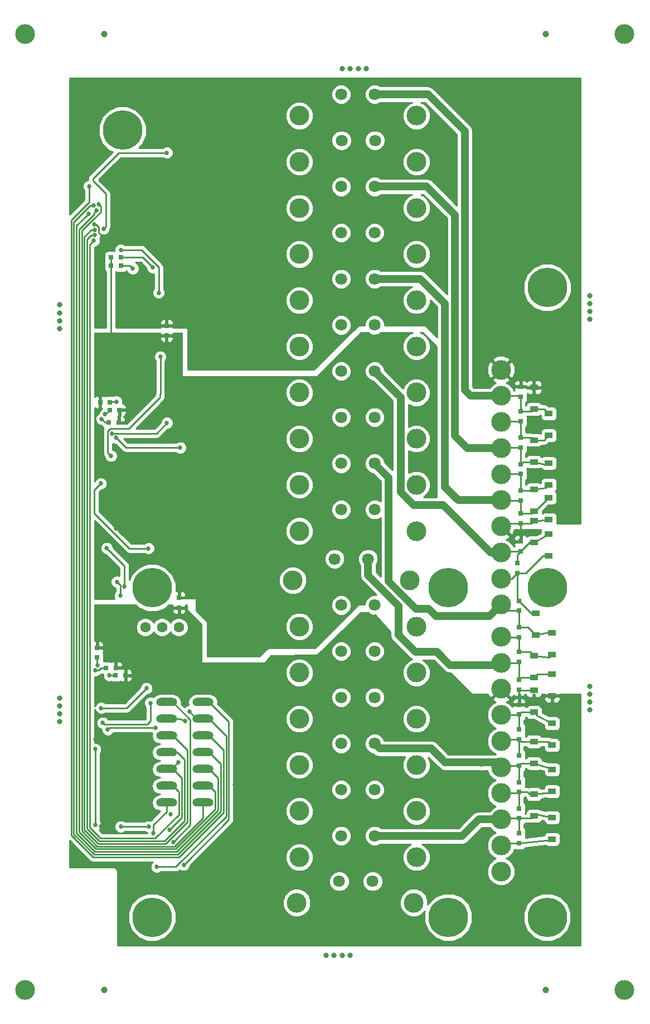
<source format=gbr>
G04 #@! TF.FileFunction,Copper,L2,Bot,Signal*
%FSLAX46Y46*%
G04 Gerber Fmt 4.6, Leading zero omitted, Abs format (unit mm)*
G04 Created by KiCad (PCBNEW 4.0.6) date 07/19/17 23:08:42*
%MOMM*%
%LPD*%
G01*
G04 APERTURE LIST*
%ADD10C,0.100000*%
%ADD11C,1.000000*%
%ADD12C,3.000000*%
%ADD13C,0.800000*%
%ADD14C,0.210000*%
%ADD15C,0.300000*%
%ADD16C,0.220000*%
%ADD17R,0.750000X0.800000*%
%ADD18C,6.000000*%
%ADD19O,3.200000X1.270000*%
%ADD20R,0.800000X0.750000*%
%ADD21R,1.200000X0.900000*%
%ADD22C,1.600000*%
%ADD23C,1.800000*%
%ADD24C,0.685800*%
%ADD25C,0.250000*%
%ADD26C,1.200000*%
%ADD27C,0.254000*%
G04 APERTURE END LIST*
D10*
D11*
X121500000Y-37000000D03*
X54500000Y-37000000D03*
X54500000Y-182000000D03*
X121500000Y-182000000D03*
D12*
X133500000Y-182000000D03*
X42500000Y-182000000D03*
X42500000Y-37000000D03*
D13*
X47750000Y-81700000D03*
X47750000Y-78100000D03*
X47750000Y-79300000D03*
X47750000Y-80500000D03*
X47750000Y-141350000D03*
X47750000Y-137750000D03*
X47750000Y-138950000D03*
X47750000Y-140150000D03*
X94250000Y-42250000D03*
X90650000Y-42250000D03*
X91850000Y-42250000D03*
X93050000Y-42250000D03*
X128250000Y-139550000D03*
X128250000Y-135950000D03*
X128250000Y-137150000D03*
X128250000Y-138350000D03*
X91800000Y-176750000D03*
X88200000Y-176750000D03*
X89400000Y-176750000D03*
X90600000Y-176750000D03*
D14*
X64500000Y-65750000D03*
X63200000Y-65750000D03*
X61900000Y-65750000D03*
X60600000Y-65750000D03*
X59300000Y-65750000D03*
X58000000Y-65750000D03*
X64500000Y-64450000D03*
X63200000Y-64450000D03*
X61900000Y-64450000D03*
X60600000Y-64450000D03*
X59300000Y-64450000D03*
X58000000Y-64450000D03*
X64500000Y-63150000D03*
X63200000Y-63150000D03*
X61900000Y-63150000D03*
X60600000Y-63150000D03*
X59300000Y-63150000D03*
X58000000Y-63150000D03*
X64500000Y-61850000D03*
X63200000Y-61850000D03*
X61900000Y-61850000D03*
X60600000Y-61850000D03*
X59300000Y-61850000D03*
X58000000Y-61850000D03*
X64500000Y-60550000D03*
X63200000Y-60550000D03*
X61900000Y-60550000D03*
X60600000Y-60550000D03*
X59300000Y-60550000D03*
X58000000Y-60550000D03*
X64500000Y-59250000D03*
X63200000Y-59250000D03*
X61900000Y-59250000D03*
X60600000Y-59250000D03*
X59300000Y-59250000D03*
D15*
X64500000Y-109000000D03*
X63200000Y-109000000D03*
X61900000Y-109000000D03*
X60600000Y-109000000D03*
X59300000Y-109000000D03*
X58000000Y-109000000D03*
X64500000Y-107700000D03*
X63200000Y-107700000D03*
X61900000Y-107700000D03*
X60600000Y-107700000D03*
X59300000Y-107700000D03*
X58000000Y-107700000D03*
X64500000Y-106400000D03*
X63200000Y-106400000D03*
X61900000Y-106400000D03*
X60600000Y-106400000D03*
X59300000Y-106400000D03*
X58000000Y-106400000D03*
X64500000Y-105100000D03*
X63200000Y-105100000D03*
X61900000Y-105100000D03*
X60600000Y-105100000D03*
X59300000Y-105100000D03*
X58000000Y-105100000D03*
X64500000Y-103800000D03*
X63200000Y-103800000D03*
X61900000Y-103800000D03*
X60600000Y-103800000D03*
X59300000Y-103800000D03*
X58000000Y-103800000D03*
X64500000Y-102500000D03*
X63200000Y-102500000D03*
X61900000Y-102500000D03*
X60600000Y-102500000D03*
X59300000Y-102500000D03*
D16*
X61000000Y-153250000D03*
X59700000Y-153250000D03*
X58400000Y-153250000D03*
X57100000Y-153250000D03*
X55800000Y-153250000D03*
X54500000Y-153250000D03*
X61000000Y-151950000D03*
X59700000Y-151950000D03*
X58400000Y-151950000D03*
X57100000Y-151950000D03*
X55800000Y-151950000D03*
X54500000Y-151950000D03*
X61000000Y-150650000D03*
X59700000Y-150650000D03*
X58400000Y-150650000D03*
X57100000Y-150650000D03*
X55800000Y-150650000D03*
X54500000Y-150650000D03*
X61000000Y-149350000D03*
X59700000Y-149350000D03*
X58400000Y-149350000D03*
X57100000Y-149350000D03*
X55800000Y-149350000D03*
X54500000Y-149350000D03*
X61000000Y-148050000D03*
X59700000Y-148050000D03*
X58400000Y-148050000D03*
X57100000Y-148050000D03*
X55800000Y-148050000D03*
X54500000Y-148050000D03*
X61000000Y-146750000D03*
X59700000Y-146750000D03*
X58400000Y-146750000D03*
X57100000Y-146750000D03*
X55800000Y-146750000D03*
D12*
X100890000Y-119900000D03*
X83110000Y-119900000D03*
D17*
X117500000Y-136500000D03*
X117500000Y-135000000D03*
X117500000Y-132250000D03*
X117500000Y-130750000D03*
X117500000Y-128500000D03*
X117500000Y-127000000D03*
X117500000Y-124500000D03*
X117500000Y-123000000D03*
X117500000Y-159750000D03*
X117500000Y-158250000D03*
X117500000Y-156000000D03*
X117500000Y-154500000D03*
X117500000Y-152000000D03*
X117500000Y-150500000D03*
X117500000Y-148000000D03*
X117500000Y-146500000D03*
X117500000Y-144000000D03*
X117500000Y-142500000D03*
X117750000Y-107750000D03*
X117750000Y-106250000D03*
X117750000Y-103750000D03*
X117750000Y-102250000D03*
X117750000Y-99750000D03*
X117750000Y-98250000D03*
X117750000Y-95750000D03*
X117750000Y-94250000D03*
D18*
X121770000Y-75472000D03*
X57250000Y-51600000D03*
X61750000Y-121000000D03*
X106750000Y-121000000D03*
X121750000Y-121000000D03*
X106750000Y-171000000D03*
X121750000Y-171000000D03*
X61750000Y-171000000D03*
D12*
X101890000Y-84400000D03*
X84110000Y-84400000D03*
X101890000Y-91400000D03*
X84110000Y-91400000D03*
X101890000Y-98400000D03*
X84110000Y-98400000D03*
X101890000Y-105400000D03*
X84110000Y-105400000D03*
X101890000Y-112400000D03*
X84110000Y-112400000D03*
X101890000Y-126900000D03*
X84110000Y-126900000D03*
X101890000Y-77400000D03*
X84110000Y-77400000D03*
X101890000Y-70400000D03*
X84110000Y-70400000D03*
X101890000Y-49400000D03*
X84110000Y-49400000D03*
X101890000Y-56400000D03*
X84110000Y-56400000D03*
X101890000Y-63400000D03*
X84110000Y-63400000D03*
X101890000Y-147900000D03*
X84110000Y-147900000D03*
X101890000Y-154900000D03*
X84110000Y-154900000D03*
X101890000Y-133900000D03*
X84110000Y-133900000D03*
X101890000Y-140900000D03*
X84110000Y-140900000D03*
X101890000Y-161900000D03*
X84110000Y-161900000D03*
X101490000Y-168800000D03*
X83710000Y-168800000D03*
D19*
X63930000Y-153620000D03*
X69470000Y-153620000D03*
X63930000Y-151080000D03*
X69470000Y-151080000D03*
X63930000Y-148540000D03*
X69470000Y-148540000D03*
X63930000Y-146000000D03*
X69470000Y-146000000D03*
X63930000Y-143460000D03*
X69470000Y-143460000D03*
X63930000Y-140920000D03*
X69470000Y-140920000D03*
X63930000Y-138380000D03*
X69470000Y-138380000D03*
D17*
X117250000Y-118750000D03*
X117250000Y-117250000D03*
X117750000Y-115500000D03*
X117750000Y-114000000D03*
X117500000Y-140250000D03*
X117500000Y-138750000D03*
X117750000Y-111250000D03*
X117750000Y-109750000D03*
X117750000Y-92000000D03*
X117750000Y-90500000D03*
X65850000Y-124050000D03*
X65850000Y-122550000D03*
D20*
X54750000Y-133150000D03*
X56250000Y-133150000D03*
D17*
X53400000Y-131600000D03*
X53400000Y-130100000D03*
D20*
X56200000Y-134300000D03*
X57700000Y-134300000D03*
D17*
X63950000Y-82750000D03*
X63950000Y-81250000D03*
D20*
X55200000Y-95950000D03*
X56700000Y-95950000D03*
X55300000Y-94050000D03*
X56800000Y-94050000D03*
X55350000Y-92850000D03*
X53850000Y-92850000D03*
X57000000Y-72150000D03*
X55500000Y-72150000D03*
X57000000Y-70900000D03*
X55500000Y-70900000D03*
D16*
X54500000Y-146750000D03*
D15*
X58000000Y-102500000D03*
D14*
X58000000Y-59250000D03*
D21*
X122500000Y-137400000D03*
X122500000Y-134100000D03*
X119750000Y-134650000D03*
X119750000Y-131350000D03*
X122500000Y-131150000D03*
X122500000Y-127850000D03*
X120000000Y-128150000D03*
X120000000Y-124850000D03*
X122000000Y-116150000D03*
X122000000Y-112850000D03*
X119750000Y-114150000D03*
X119750000Y-110850000D03*
X122500000Y-159150000D03*
X122500000Y-155850000D03*
X119750000Y-155650000D03*
X119750000Y-152350000D03*
X122500000Y-151900000D03*
X122500000Y-148600000D03*
X119750000Y-147650000D03*
X119750000Y-144350000D03*
X122500000Y-144900000D03*
X122500000Y-141600000D03*
X119750000Y-139900000D03*
X119750000Y-136600000D03*
X122000000Y-110650000D03*
X122000000Y-107350000D03*
X119750000Y-106100000D03*
X119750000Y-109400000D03*
X122000000Y-105400000D03*
X122000000Y-102100000D03*
X119750000Y-101900000D03*
X119750000Y-98600000D03*
X122000000Y-97900000D03*
X122000000Y-94600000D03*
X119750000Y-93900000D03*
X119750000Y-90600000D03*
D22*
X63250000Y-127000000D03*
X65790000Y-127000000D03*
X60710000Y-127000000D03*
D12*
X114750000Y-87930000D03*
X114750000Y-91890000D03*
X114750000Y-95850000D03*
X114750000Y-99810000D03*
X114750000Y-103770000D03*
X114750000Y-107730000D03*
X114750000Y-111690000D03*
X114750000Y-115650000D03*
X114750000Y-119610000D03*
X114750000Y-123570000D03*
X114750000Y-128430000D03*
X114750000Y-132390000D03*
X114750000Y-136350000D03*
X114750000Y-140310000D03*
X114750000Y-144270000D03*
X114750000Y-148230000D03*
X114750000Y-152190000D03*
X114750000Y-156150000D03*
X114750000Y-160110000D03*
X114750000Y-164070000D03*
D23*
X95240000Y-165550000D03*
X90160000Y-165550000D03*
X95540000Y-158650000D03*
X90460000Y-158650000D03*
X95540000Y-151650000D03*
X90460000Y-151650000D03*
X95540000Y-144650000D03*
X90460000Y-144650000D03*
X95540000Y-137650000D03*
X90460000Y-137650000D03*
X95540000Y-130650000D03*
X90460000Y-130650000D03*
X95540000Y-123650000D03*
X90460000Y-123650000D03*
X94540000Y-116650000D03*
X89460000Y-116650000D03*
X95540000Y-109150000D03*
X90460000Y-109150000D03*
X95540000Y-102150000D03*
X90460000Y-102150000D03*
X95540000Y-95150000D03*
X90460000Y-95150000D03*
X95540000Y-88150000D03*
X90460000Y-88150000D03*
X95540000Y-81150000D03*
X90460000Y-81150000D03*
X95540000Y-74150000D03*
X90460000Y-74150000D03*
X95540000Y-67150000D03*
X90460000Y-67150000D03*
X95540000Y-60150000D03*
X90460000Y-60150000D03*
X95590000Y-53150000D03*
X90510000Y-53150000D03*
X95540000Y-46150000D03*
X90460000Y-46150000D03*
D13*
X128250000Y-80300000D03*
X128250000Y-76700000D03*
X128250000Y-77900000D03*
X128250000Y-79100000D03*
D12*
X133500000Y-37000000D03*
D24*
X52946303Y-65844102D03*
X55400000Y-67250000D03*
X76350000Y-87600000D03*
X61950000Y-158250000D03*
X56500000Y-68479690D03*
X53999992Y-59250000D03*
X60550000Y-53800000D03*
X53500000Y-56000000D03*
X65500000Y-72750000D03*
X70750000Y-86250000D03*
X73500000Y-81500000D03*
X73000000Y-74250000D03*
X73250000Y-66750000D03*
X71750000Y-60500000D03*
X69000000Y-59750000D03*
X68250000Y-54000000D03*
X68250000Y-52500000D03*
X67250000Y-51000000D03*
X67250000Y-49500000D03*
X56300000Y-112050000D03*
X75500000Y-130400000D03*
X73000000Y-130479690D03*
X57900000Y-95650000D03*
X66550000Y-112000000D03*
X67250000Y-94750000D03*
X68000000Y-96250000D03*
X68750000Y-98000000D03*
X68500000Y-102250000D03*
X54000000Y-102500000D03*
X54000000Y-109250000D03*
X71750000Y-123250000D03*
X73000000Y-116000000D03*
X72750000Y-109000000D03*
X73000000Y-101500000D03*
X53500000Y-99500000D03*
X56643316Y-137770568D03*
X54000000Y-157249986D03*
X53122721Y-144000000D03*
X74270310Y-150850000D03*
X74350000Y-144000000D03*
X74000000Y-157750000D03*
X64550000Y-155400000D03*
X65900000Y-136600000D03*
X74500000Y-172250000D03*
X73000000Y-172000000D03*
X73000000Y-165000000D03*
X61250000Y-157250000D03*
X57000000Y-157250000D03*
X53645199Y-62784936D03*
X53317055Y-63732933D03*
X52077543Y-64250000D03*
X65750000Y-147450000D03*
X64353430Y-157772711D03*
X67420310Y-139750000D03*
X62450000Y-163350000D03*
X62750000Y-76250000D03*
X57000000Y-69750000D03*
X52840023Y-63033231D03*
X57550000Y-120850000D03*
X54850000Y-115000000D03*
X56411374Y-120111374D03*
X56900000Y-122200000D03*
X58813619Y-72563619D03*
X61850000Y-72400000D03*
X53122721Y-133550000D03*
X53480942Y-132792189D03*
X55250000Y-134300000D03*
X54100000Y-95400000D03*
X54600000Y-94700000D03*
X56325000Y-92775000D03*
X53122721Y-145500000D03*
X53122721Y-156994545D03*
X54000000Y-139250006D03*
X60900000Y-136250000D03*
X63000000Y-85950000D03*
X53950000Y-105200000D03*
X61188619Y-115038619D03*
X55500000Y-101000000D03*
X54250000Y-141500000D03*
X61500000Y-138500000D03*
X64000000Y-95999998D03*
X55652351Y-97597649D03*
X54374490Y-66541914D03*
X64000000Y-55000000D03*
X55022650Y-142522650D03*
X62250000Y-142250000D03*
X66000000Y-99750000D03*
X56250000Y-98250000D03*
X64973186Y-159573186D03*
X66550002Y-163050000D03*
X52900000Y-68350000D03*
X53007108Y-67518659D03*
X53001999Y-66680462D03*
X52200000Y-60100000D03*
X66800000Y-141250000D03*
D25*
X52946303Y-65844102D02*
X53194102Y-65844102D01*
X53650000Y-67150000D02*
X54700000Y-68200000D01*
X53650000Y-66300000D02*
X53650000Y-67150000D01*
X53194102Y-65844102D02*
X53650000Y-66300000D01*
X63930000Y-153620000D02*
X63930000Y-155020000D01*
X61950000Y-157000000D02*
X61950000Y-157765067D01*
X63930000Y-155020000D02*
X61950000Y-157000000D01*
X61950000Y-157765067D02*
X61950000Y-158250000D01*
X117750000Y-90500000D02*
X119650000Y-90500000D01*
X119650000Y-90500000D02*
X119750000Y-90600000D01*
X117750000Y-111250000D02*
X119350000Y-111250000D01*
X119350000Y-111250000D02*
X119750000Y-110850000D01*
X117750000Y-111250000D02*
X115190000Y-111250000D01*
X115190000Y-111250000D02*
X114750000Y-111690000D01*
X55500000Y-72150000D02*
X55500000Y-83700000D01*
X55500000Y-70900000D02*
X55500000Y-72150000D01*
X113880000Y-111250000D02*
X113700000Y-111430000D01*
X117750000Y-114000000D02*
X117750000Y-111250000D01*
X122000000Y-110650000D02*
X119800000Y-110900000D01*
X119800000Y-110900000D02*
X119750000Y-110850000D01*
X117500000Y-138750000D02*
X117500000Y-136500000D01*
X119750000Y-136600000D02*
X117600000Y-136600000D01*
X117600000Y-136600000D02*
X117500000Y-136500000D01*
X117310000Y-136690000D02*
X117500000Y-136500000D01*
X119650000Y-136500000D02*
X119750000Y-136600000D01*
X117500000Y-159750000D02*
X115110000Y-159750000D01*
X115110000Y-159750000D02*
X114750000Y-160110000D01*
X57000000Y-157250000D02*
X61250000Y-157250000D01*
X117450000Y-159700000D02*
X117500000Y-159750000D01*
X117500000Y-159750000D02*
X122400000Y-159250000D01*
X122400000Y-159250000D02*
X122500000Y-159150000D01*
X52828593Y-65129699D02*
X53988098Y-63970194D01*
X69470000Y-153620000D02*
X69470000Y-155953624D01*
X65183268Y-160240356D02*
X53416730Y-160240356D01*
X52757443Y-65129699D02*
X52828593Y-65129699D01*
X53988098Y-63970194D02*
X53988098Y-63127835D01*
X51059644Y-157883270D02*
X51059644Y-66827498D01*
X53416730Y-160240356D02*
X51059644Y-157883270D01*
X51059644Y-66827498D02*
X52757443Y-65129699D01*
X53988098Y-63127835D02*
X53645199Y-62784936D01*
X69470000Y-155953624D02*
X65183268Y-160240356D01*
X71347410Y-151992410D02*
X71347410Y-154645308D01*
X52974156Y-64075832D02*
X53317055Y-63732933D01*
X52974156Y-64343892D02*
X52974156Y-64075832D01*
X50657233Y-66660815D02*
X52974156Y-64343892D01*
X53250046Y-160642767D02*
X50657233Y-158049954D01*
X50657233Y-158049954D02*
X50657233Y-66660815D01*
X71347410Y-154645308D02*
X65349952Y-160642767D01*
X65349952Y-160642767D02*
X53250046Y-160642767D01*
X69470000Y-151080000D02*
X70435000Y-151080000D01*
X70435000Y-151080000D02*
X71347410Y-151992410D01*
X69470000Y-151080000D02*
X68505000Y-151080000D01*
X51734644Y-64592899D02*
X52077543Y-64250000D01*
X53083362Y-161045178D02*
X50254822Y-158216638D01*
X65516636Y-161045178D02*
X53083362Y-161045178D01*
X70435000Y-148540000D02*
X71790356Y-149895356D01*
X50254822Y-158216638D02*
X50254822Y-66072721D01*
X69470000Y-148540000D02*
X70435000Y-148540000D01*
X71790356Y-154771456D02*
X65516636Y-161045178D01*
X50254822Y-66072721D02*
X51734644Y-64592899D01*
X71790356Y-149895356D02*
X71790356Y-154771456D01*
X69470000Y-148540000D02*
X68505000Y-148540000D01*
X63930000Y-148540000D02*
X64660000Y-148540000D01*
X64660000Y-148540000D02*
X65750000Y-147450000D01*
X63930000Y-148540000D02*
X64895000Y-148540000D01*
X66250000Y-149895000D02*
X66250000Y-155876141D01*
X64696329Y-157429812D02*
X64353430Y-157772711D01*
X66250000Y-155876141D02*
X64696329Y-157429812D01*
X64895000Y-148540000D02*
X66250000Y-149895000D01*
X67420310Y-139835310D02*
X67420310Y-139750000D01*
X68505000Y-140920000D02*
X67420310Y-139835310D01*
X69470000Y-140920000D02*
X68505000Y-140920000D01*
X62934933Y-163350000D02*
X62450000Y-163350000D01*
X72997589Y-143482589D02*
X72997589Y-155702411D01*
X72997589Y-155702411D02*
X65350000Y-163350000D01*
X65350000Y-163350000D02*
X62934933Y-163350000D01*
X70435000Y-140920000D02*
X72997589Y-143482589D01*
X69470000Y-140920000D02*
X70435000Y-140920000D01*
X62750000Y-76250000D02*
X62750000Y-72381954D01*
X57484933Y-69750000D02*
X57000000Y-69750000D01*
X62750000Y-72381954D02*
X60118046Y-69750000D01*
X60118046Y-69750000D02*
X57484933Y-69750000D01*
D26*
X105980000Y-131730000D02*
X107000000Y-132750000D01*
X94540000Y-116650000D02*
X94540000Y-119140000D01*
X99150000Y-123750000D02*
X94540000Y-119140000D01*
X99150000Y-128150000D02*
X99150000Y-123750000D01*
X101750000Y-130750000D02*
X99150000Y-128150000D01*
X105000000Y-130750000D02*
X101750000Y-130750000D01*
X105980000Y-131730000D02*
X105000000Y-130750000D01*
X107000000Y-132750000D02*
X114390000Y-132750000D01*
X114390000Y-132750000D02*
X114750000Y-132390000D01*
D25*
X117500000Y-135000000D02*
X117500000Y-132250000D01*
X119750000Y-134650000D02*
X117850000Y-134650000D01*
X117850000Y-134650000D02*
X117500000Y-135000000D01*
X122500000Y-134100000D02*
X120300000Y-134100000D01*
X120300000Y-134100000D02*
X119750000Y-134650000D01*
X114750000Y-132390000D02*
X117360000Y-132390000D01*
X117360000Y-132390000D02*
X117500000Y-132250000D01*
X117500000Y-130750000D02*
X119150000Y-130750000D01*
X119150000Y-130750000D02*
X119750000Y-131350000D01*
X117500000Y-128500000D02*
X114820000Y-128500000D01*
X114820000Y-128500000D02*
X114750000Y-128430000D01*
X117500000Y-128500000D02*
X117500000Y-130750000D01*
X119750000Y-131350000D02*
X122050000Y-131600000D01*
X122050000Y-131600000D02*
X122500000Y-131150000D01*
D26*
X110210000Y-125300000D02*
X113020000Y-125300000D01*
X95540000Y-102190000D02*
X97700000Y-104350000D01*
X97700000Y-120100000D02*
X97700000Y-104350000D01*
X101800000Y-124200000D02*
X97700000Y-120100000D01*
X103800000Y-124200000D02*
X101800000Y-124200000D01*
X104900000Y-125300000D02*
X103800000Y-124200000D01*
X110210000Y-125300000D02*
X104900000Y-125300000D01*
X113020000Y-125300000D02*
X114750000Y-123570000D01*
D25*
X117500000Y-127000000D02*
X118850000Y-127000000D01*
X118850000Y-127000000D02*
X120000000Y-128150000D01*
X114890000Y-124500000D02*
X113700000Y-123310000D01*
D26*
X95540000Y-102190000D02*
X95540000Y-102150000D01*
D25*
X117500000Y-124500000D02*
X117500000Y-127000000D01*
X120000000Y-128150000D02*
X122300000Y-127650000D01*
X117500000Y-124500000D02*
X114890000Y-124500000D01*
X122300000Y-127650000D02*
X122500000Y-127850000D01*
X120000000Y-124850000D02*
X119350000Y-124850000D01*
X119350000Y-124850000D02*
X117500000Y-123000000D01*
X117250000Y-118750000D02*
X117250000Y-122750000D01*
X117250000Y-122750000D02*
X117500000Y-123000000D01*
X114750000Y-119610000D02*
X116390000Y-119610000D01*
X116390000Y-119610000D02*
X117250000Y-118750000D01*
X122000000Y-116150000D02*
X121100000Y-116150000D01*
X118500000Y-118750000D02*
X117250000Y-118750000D01*
X121100000Y-116150000D02*
X118500000Y-118750000D01*
D26*
X104000000Y-108500000D02*
X106000000Y-108500000D01*
X113150000Y-115650000D02*
X114750000Y-115650000D01*
X106000000Y-108500000D02*
X113150000Y-115650000D01*
D25*
X117750000Y-115500000D02*
X114900000Y-115500000D01*
X114900000Y-115500000D02*
X114750000Y-115650000D01*
X117250000Y-117250000D02*
X117250000Y-116000000D01*
X117250000Y-116000000D02*
X117750000Y-115500000D01*
X119750000Y-114150000D02*
X119100000Y-114150000D01*
X119100000Y-114150000D02*
X117750000Y-115500000D01*
D26*
X104310000Y-108500000D02*
X104000000Y-108500000D01*
X104000000Y-108500000D02*
X101500000Y-108500000D01*
X101500000Y-108500000D02*
X99500000Y-106500000D01*
X99500000Y-106500000D02*
X99500000Y-92150000D01*
X99500000Y-92150000D02*
X95540000Y-88190000D01*
X95540000Y-88190000D02*
X95540000Y-88150000D01*
D25*
X119750000Y-114150000D02*
X122000000Y-112850000D01*
X113840000Y-115250000D02*
X113700000Y-115390000D01*
D26*
X108490000Y-158700000D02*
X108800000Y-158700000D01*
X95590000Y-158700000D02*
X108490000Y-158700000D01*
X111350000Y-156150000D02*
X114750000Y-156150000D01*
X108800000Y-158700000D02*
X111350000Y-156150000D01*
D25*
X117500000Y-156000000D02*
X114900000Y-156000000D01*
X114900000Y-156000000D02*
X114750000Y-156150000D01*
X117500000Y-156000000D02*
X119400000Y-156000000D01*
X119400000Y-156000000D02*
X119750000Y-155650000D01*
D26*
X95540000Y-158650000D02*
X95590000Y-158700000D01*
D25*
X122500000Y-155850000D02*
X120050000Y-155350000D01*
X120050000Y-155350000D02*
X119750000Y-155650000D01*
X117500000Y-156000000D02*
X117500000Y-158250000D01*
X117500000Y-152000000D02*
X118750000Y-152000000D01*
X119100000Y-152350000D02*
X119750000Y-152350000D01*
X118750000Y-152000000D02*
X119100000Y-152350000D01*
X114750000Y-152190000D02*
X117310000Y-152190000D01*
X117310000Y-152190000D02*
X117500000Y-152000000D01*
X117500000Y-152000000D02*
X117500000Y-154500000D01*
X117280000Y-151780000D02*
X117500000Y-152000000D01*
X119750000Y-152350000D02*
X122300000Y-152100000D01*
X122300000Y-152100000D02*
X122500000Y-151900000D01*
D26*
X111630000Y-147500000D02*
X114020000Y-147500000D01*
X114020000Y-147500000D02*
X114750000Y-148230000D01*
D25*
X117500000Y-148000000D02*
X114980000Y-148000000D01*
X114980000Y-148000000D02*
X114750000Y-148230000D01*
X119750000Y-147650000D02*
X117850000Y-147650000D01*
X117850000Y-147650000D02*
X117500000Y-148000000D01*
D26*
X111700000Y-147570000D02*
X111630000Y-147500000D01*
X111630000Y-147500000D02*
X106250000Y-147500000D01*
D25*
X111880000Y-147750000D02*
X111700000Y-147570000D01*
D26*
X106250000Y-147500000D02*
X104150000Y-145400000D01*
X96290000Y-145400000D02*
X95540000Y-144650000D01*
X104150000Y-145400000D02*
X96290000Y-145400000D01*
D25*
X117500000Y-150500000D02*
X117500000Y-148000000D01*
X119750000Y-147650000D02*
X122300000Y-148400000D01*
X122300000Y-148400000D02*
X122500000Y-148600000D01*
X119750000Y-144350000D02*
X121950000Y-144350000D01*
X121950000Y-144350000D02*
X122500000Y-144900000D01*
X117500000Y-146500000D02*
X117500000Y-144000000D01*
X117500000Y-144000000D02*
X115020000Y-144000000D01*
X115020000Y-144000000D02*
X114750000Y-144270000D01*
X119750000Y-144350000D02*
X117850000Y-144350000D01*
X117850000Y-144350000D02*
X117500000Y-144000000D01*
X119600000Y-144500000D02*
X119750000Y-144350000D01*
X119750000Y-139900000D02*
X117850000Y-139900000D01*
X117850000Y-139900000D02*
X117500000Y-140250000D01*
X114750000Y-140310000D02*
X117440000Y-140310000D01*
X117440000Y-140310000D02*
X117500000Y-140250000D01*
X117500000Y-142500000D02*
X117500000Y-140250000D01*
X119400000Y-140250000D02*
X119750000Y-139900000D01*
X122500000Y-141600000D02*
X120200000Y-140350000D01*
X120200000Y-140350000D02*
X119750000Y-139900000D01*
D26*
X106250000Y-104000000D02*
X106250000Y-105750000D01*
X108230000Y-107730000D02*
X114750000Y-107730000D01*
X106250000Y-105750000D02*
X108230000Y-107730000D01*
D25*
X119750000Y-109400000D02*
X119950000Y-109400000D01*
X119950000Y-109400000D02*
X122000000Y-107350000D01*
X117750000Y-109750000D02*
X119400000Y-109750000D01*
X119400000Y-109750000D02*
X119750000Y-109400000D01*
X117750000Y-107750000D02*
X114770000Y-107750000D01*
X114770000Y-107750000D02*
X114750000Y-107730000D01*
D26*
X106250000Y-104007981D02*
X106250000Y-104000000D01*
X106250000Y-104000000D02*
X106250000Y-77900000D01*
X106250000Y-77900000D02*
X102500000Y-74150000D01*
X102500000Y-74150000D02*
X95540000Y-74150000D01*
D25*
X113730000Y-107500000D02*
X113700000Y-107470000D01*
X117750000Y-109750000D02*
X117750000Y-107750000D01*
X117750000Y-106250000D02*
X119600000Y-106250000D01*
X119600000Y-106250000D02*
X119750000Y-106100000D01*
X117750000Y-103750000D02*
X114770000Y-103750000D01*
X114770000Y-103750000D02*
X114750000Y-103770000D01*
X119750000Y-106100000D02*
X121550000Y-105850000D01*
X121550000Y-105850000D02*
X122000000Y-105400000D01*
X117750000Y-106250000D02*
X117750000Y-103750000D01*
X117510000Y-103510000D02*
X117750000Y-103750000D01*
D26*
X107750000Y-97850000D02*
X107750000Y-98000000D01*
X95540000Y-60150000D02*
X103450000Y-60150000D01*
X107750000Y-64450000D02*
X103450000Y-60150000D01*
X107750000Y-97850000D02*
X107750000Y-64450000D01*
X109560000Y-99810000D02*
X114750000Y-99810000D01*
X107750000Y-98000000D02*
X109560000Y-99810000D01*
D25*
X117750000Y-99750000D02*
X114810000Y-99750000D01*
X114810000Y-99750000D02*
X114750000Y-99810000D01*
X113900000Y-99750000D02*
X113700000Y-99550000D01*
X117750000Y-102250000D02*
X117750000Y-99750000D01*
X119750000Y-101900000D02*
X118100000Y-101900000D01*
X118100000Y-101900000D02*
X117750000Y-102250000D01*
X119750000Y-101900000D02*
X121700000Y-102400000D01*
X121700000Y-102400000D02*
X122000000Y-102100000D01*
X119750000Y-98600000D02*
X121300000Y-98600000D01*
X121300000Y-98600000D02*
X122000000Y-97900000D01*
X117750000Y-95750000D02*
X114850000Y-95750000D01*
X114850000Y-95750000D02*
X114750000Y-95850000D01*
X117750000Y-98250000D02*
X119400000Y-98250000D01*
X119400000Y-98250000D02*
X119750000Y-98600000D01*
X117750000Y-95750000D02*
X117750000Y-98250000D01*
D26*
X109250000Y-90550000D02*
X109250000Y-91000000D01*
X95540000Y-46150000D02*
X103650000Y-46150000D01*
X109250000Y-51750000D02*
X103650000Y-46150000D01*
X109250000Y-90550000D02*
X109250000Y-51750000D01*
X110140000Y-91890000D02*
X114750000Y-91890000D01*
X109250000Y-91000000D02*
X110140000Y-91890000D01*
D25*
X119750000Y-93900000D02*
X121300000Y-93900000D01*
X121300000Y-93900000D02*
X122000000Y-94600000D01*
X117750000Y-94250000D02*
X119400000Y-94250000D01*
X119400000Y-94250000D02*
X119750000Y-93900000D01*
X117750000Y-92000000D02*
X117750000Y-94250000D01*
X114750000Y-91890000D02*
X117640000Y-91890000D01*
X117640000Y-91890000D02*
X117750000Y-92000000D01*
X117630000Y-91880000D02*
X117750000Y-92000000D01*
X49852411Y-158383322D02*
X49852411Y-65535910D01*
X49852411Y-65535910D02*
X52355090Y-63033231D01*
X52355090Y-63033231D02*
X52840023Y-63033231D01*
X70435000Y-146000000D02*
X72192767Y-147757767D01*
X72192767Y-147757767D02*
X72192767Y-154938142D01*
X69470000Y-146000000D02*
X70435000Y-146000000D01*
X72192767Y-154938142D02*
X65683320Y-161447589D01*
X65683320Y-161447589D02*
X52916678Y-161447589D01*
X52916678Y-161447589D02*
X49852411Y-158383322D01*
X69470000Y-146000000D02*
X68505000Y-146000000D01*
X57550000Y-120365067D02*
X57550000Y-120850000D01*
X57550000Y-117700000D02*
X57550000Y-120365067D01*
X54850000Y-115000000D02*
X57550000Y-117700000D01*
X56754273Y-120454273D02*
X56411374Y-120111374D01*
X56900000Y-120600000D02*
X56754273Y-120454273D01*
X56900000Y-122200000D02*
X56900000Y-120600000D01*
X57000000Y-72150000D02*
X58400000Y-72150000D01*
X58400000Y-72150000D02*
X58813619Y-72563619D01*
X61507101Y-72057101D02*
X61850000Y-72400000D01*
X60350000Y-70900000D02*
X61507101Y-72057101D01*
X57000000Y-70900000D02*
X60350000Y-70900000D01*
X53607654Y-133550000D02*
X53122721Y-133550000D01*
X54750000Y-133150000D02*
X54007654Y-133150000D01*
X54007654Y-133150000D02*
X53607654Y-133550000D01*
X54750000Y-133150000D02*
X54450000Y-133150000D01*
X54750000Y-133150000D02*
X54750000Y-133150000D01*
X53400000Y-132711247D02*
X53480942Y-132792189D01*
X53400000Y-131600000D02*
X53400000Y-132711247D01*
X56200000Y-134300000D02*
X55250000Y-134300000D01*
X55200000Y-95950000D02*
X54650000Y-95950000D01*
X54650000Y-95950000D02*
X54100000Y-95400000D01*
X55300000Y-94050000D02*
X54850000Y-94450000D01*
X54850000Y-94450000D02*
X54600000Y-94700000D01*
X56325000Y-92775000D02*
X55425000Y-92775000D01*
X55425000Y-92775000D02*
X55350000Y-92850000D01*
X56325000Y-92775000D02*
X56350000Y-92750000D01*
X53122721Y-156509612D02*
X53122721Y-145500000D01*
X53122721Y-156994545D02*
X53122721Y-156509612D01*
X54000000Y-139250006D02*
X57899994Y-139250006D01*
X57899994Y-139250006D02*
X60900000Y-136250000D01*
X61188619Y-115038619D02*
X58288619Y-115038619D01*
X58288619Y-115038619D02*
X53000000Y-109750000D01*
X53000000Y-109750000D02*
X53000000Y-106150000D01*
X53000000Y-106150000D02*
X53950000Y-105200000D01*
X55500000Y-101000000D02*
X55032049Y-100532049D01*
X55032049Y-97299903D02*
X55452255Y-96879699D01*
X55452255Y-96879699D02*
X58170301Y-96879699D01*
X55032049Y-100532049D02*
X55032049Y-97299903D01*
X58170301Y-96879699D02*
X62950000Y-92100000D01*
X62950000Y-92100000D02*
X62950000Y-91650000D01*
X62950000Y-91650000D02*
X62984933Y-91650000D01*
X62984933Y-91650000D02*
X62992467Y-91642466D01*
X62992467Y-91642466D02*
X62992467Y-85957533D01*
X62992467Y-85957533D02*
X63000000Y-85950000D01*
X61500000Y-138500000D02*
X61500000Y-141250000D01*
X61500000Y-141250000D02*
X61000000Y-141750000D01*
X61000000Y-141750000D02*
X54500000Y-141750000D01*
X54500000Y-141750000D02*
X54250000Y-141500000D01*
X56137284Y-97597649D02*
X55652351Y-97597649D01*
X64000000Y-95999998D02*
X62402349Y-97597649D01*
X62402349Y-97597649D02*
X56137284Y-97597649D01*
X56700000Y-55000000D02*
X52750000Y-58950000D01*
X64000000Y-55000000D02*
X56700000Y-55000000D01*
X52750000Y-58950000D02*
X52750000Y-59250000D01*
X52750000Y-59250000D02*
X54717389Y-61217389D01*
X54717389Y-61217389D02*
X54717389Y-66199015D01*
X54717389Y-66199015D02*
X54374490Y-66541914D01*
X55295300Y-142250000D02*
X55022650Y-142522650D01*
X62250000Y-142250000D02*
X55295300Y-142250000D01*
X57750000Y-99750000D02*
X66000000Y-99750000D01*
X56250000Y-98250000D02*
X57750000Y-99750000D01*
X65316085Y-159230287D02*
X64973186Y-159573186D01*
X64895000Y-138380000D02*
X67550000Y-141035000D01*
X63930000Y-138380000D02*
X64895000Y-138380000D01*
X67550000Y-141035000D02*
X67550000Y-156996372D01*
X67550000Y-156996372D02*
X65316085Y-159230287D01*
X73400000Y-141345000D02*
X73400000Y-156200002D01*
X70435000Y-138380000D02*
X73400000Y-141345000D01*
X69470000Y-138380000D02*
X70435000Y-138380000D01*
X73400000Y-156200002D02*
X66892901Y-162707101D01*
X66892901Y-162707101D02*
X66550002Y-163050000D01*
X64895000Y-151080000D02*
X65807410Y-151992410D01*
X53916781Y-159033123D02*
X52266877Y-157383219D01*
X62185151Y-159033123D02*
X53916781Y-159033123D01*
X52266877Y-68983123D02*
X52557101Y-68692899D01*
X65807410Y-151992410D02*
X65807410Y-155410864D01*
X52266877Y-157383219D02*
X52266877Y-68983123D01*
X52557101Y-68692899D02*
X52900000Y-68350000D01*
X65807410Y-155410864D02*
X62185151Y-159033123D01*
X63930000Y-151080000D02*
X64895000Y-151080000D01*
X53007108Y-67518659D02*
X52522175Y-67518659D01*
X52522175Y-67518659D02*
X51864466Y-68176368D01*
X51864466Y-68176368D02*
X51864466Y-157549903D01*
X53750097Y-159435534D02*
X63608653Y-159435534D01*
X51864466Y-157549903D02*
X53750097Y-159435534D01*
X63608653Y-159435534D02*
X66637367Y-156406820D01*
X66637367Y-156406820D02*
X66652411Y-156406820D01*
X66652411Y-156406820D02*
X66652411Y-147052411D01*
X66652411Y-147052411D02*
X65600000Y-146000000D01*
X65600000Y-146000000D02*
X63930000Y-146000000D01*
X53001999Y-66680462D02*
X52517066Y-66680462D01*
X53583414Y-159837945D02*
X63812055Y-159837945D01*
X52517066Y-66680462D02*
X51462055Y-67735473D01*
X51462055Y-67735473D02*
X51462055Y-157716586D01*
X51462055Y-157716586D02*
X53583414Y-159837945D01*
X63812055Y-159837945D02*
X67074158Y-156575842D01*
X67074158Y-156575842D02*
X67100000Y-156575842D01*
X67100000Y-156575842D02*
X67100000Y-145665000D01*
X67100000Y-145665000D02*
X64895000Y-143460000D01*
X64895000Y-143460000D02*
X63930000Y-143460000D01*
X49450000Y-158550006D02*
X49450000Y-65200000D01*
X52200000Y-60100000D02*
X52200000Y-62450000D01*
X52200000Y-62450000D02*
X49450000Y-65200000D01*
X52749994Y-161850000D02*
X49450000Y-158550006D01*
X65850004Y-161850000D02*
X52749994Y-161850000D01*
X72595178Y-155104826D02*
X65850004Y-161850000D01*
X72595178Y-145620178D02*
X72595178Y-155104826D01*
X69470000Y-143460000D02*
X70435000Y-143460000D01*
X70435000Y-143460000D02*
X72595178Y-145620178D01*
X65880000Y-140920000D02*
X66800000Y-141250000D01*
X63930000Y-140920000D02*
X65880000Y-140920000D01*
D27*
G36*
X126790000Y-111273000D02*
X123212407Y-111273000D01*
X123247440Y-111100000D01*
X123247440Y-110200000D01*
X123203162Y-109964683D01*
X123064090Y-109748559D01*
X122851890Y-109603569D01*
X122600000Y-109552560D01*
X121400000Y-109552560D01*
X121164683Y-109596838D01*
X120997440Y-109704456D01*
X120997440Y-109427362D01*
X121977362Y-108447440D01*
X122600000Y-108447440D01*
X122835317Y-108403162D01*
X123051441Y-108264090D01*
X123196431Y-108051890D01*
X123247440Y-107800000D01*
X123247440Y-106900000D01*
X123203162Y-106664683D01*
X123064090Y-106448559D01*
X122956603Y-106375116D01*
X123051441Y-106314090D01*
X123196431Y-106101890D01*
X123247440Y-105850000D01*
X123247440Y-104950000D01*
X123203162Y-104714683D01*
X123064090Y-104498559D01*
X122851890Y-104353569D01*
X122600000Y-104302560D01*
X121400000Y-104302560D01*
X121164683Y-104346838D01*
X120948559Y-104485910D01*
X120803569Y-104698110D01*
X120752560Y-104950000D01*
X120752560Y-105156517D01*
X120601890Y-105053569D01*
X120350000Y-105002560D01*
X119150000Y-105002560D01*
X118914683Y-105046838D01*
X118698559Y-105185910D01*
X118564665Y-105381870D01*
X118510000Y-105344519D01*
X118510000Y-104656844D01*
X118576441Y-104614090D01*
X118721431Y-104401890D01*
X118772440Y-104150000D01*
X118772440Y-103350000D01*
X118728162Y-103114683D01*
X118654380Y-103000022D01*
X118721431Y-102901890D01*
X118734982Y-102834971D01*
X118898110Y-102946431D01*
X119150000Y-102997440D01*
X120350000Y-102997440D01*
X120585317Y-102953162D01*
X120645760Y-102914268D01*
X120926064Y-102986141D01*
X120935910Y-103001441D01*
X121148110Y-103146431D01*
X121400000Y-103197440D01*
X122600000Y-103197440D01*
X122835317Y-103153162D01*
X123051441Y-103014090D01*
X123196431Y-102801890D01*
X123247440Y-102550000D01*
X123247440Y-101650000D01*
X123203162Y-101414683D01*
X123064090Y-101198559D01*
X122851890Y-101053569D01*
X122600000Y-101002560D01*
X121400000Y-101002560D01*
X121164683Y-101046838D01*
X120948559Y-101185910D01*
X120941394Y-101196396D01*
X120814090Y-100998559D01*
X120601890Y-100853569D01*
X120350000Y-100802560D01*
X119150000Y-100802560D01*
X118914683Y-100846838D01*
X118698559Y-100985910D01*
X118593274Y-101140000D01*
X118510000Y-101140000D01*
X118510000Y-100656844D01*
X118576441Y-100614090D01*
X118721431Y-100401890D01*
X118772440Y-100150000D01*
X118772440Y-99560564D01*
X118898110Y-99646431D01*
X119150000Y-99697440D01*
X120350000Y-99697440D01*
X120585317Y-99653162D01*
X120801441Y-99514090D01*
X120906726Y-99360000D01*
X121300000Y-99360000D01*
X121590839Y-99302148D01*
X121837401Y-99137401D01*
X121977362Y-98997440D01*
X122600000Y-98997440D01*
X122835317Y-98953162D01*
X123051441Y-98814090D01*
X123196431Y-98601890D01*
X123247440Y-98350000D01*
X123247440Y-97450000D01*
X123203162Y-97214683D01*
X123064090Y-96998559D01*
X122851890Y-96853569D01*
X122600000Y-96802560D01*
X121400000Y-96802560D01*
X121164683Y-96846838D01*
X120948559Y-96985910D01*
X120803569Y-97198110D01*
X120752560Y-97450000D01*
X120752560Y-97656517D01*
X120601890Y-97553569D01*
X120350000Y-97502560D01*
X119463143Y-97502560D01*
X119400000Y-97490000D01*
X118647931Y-97490000D01*
X118589090Y-97398559D01*
X118510000Y-97344519D01*
X118510000Y-96656844D01*
X118576441Y-96614090D01*
X118721431Y-96401890D01*
X118772440Y-96150000D01*
X118772440Y-95350000D01*
X118728162Y-95114683D01*
X118660800Y-95010000D01*
X119400000Y-95010000D01*
X119463143Y-94997440D01*
X120350000Y-94997440D01*
X120585317Y-94953162D01*
X120752560Y-94845544D01*
X120752560Y-95050000D01*
X120796838Y-95285317D01*
X120935910Y-95501441D01*
X121148110Y-95646431D01*
X121400000Y-95697440D01*
X122600000Y-95697440D01*
X122835317Y-95653162D01*
X123051441Y-95514090D01*
X123196431Y-95301890D01*
X123247440Y-95050000D01*
X123247440Y-94150000D01*
X123203162Y-93914683D01*
X123064090Y-93698559D01*
X122851890Y-93553569D01*
X122600000Y-93502560D01*
X121977362Y-93502560D01*
X121837401Y-93362599D01*
X121590839Y-93197852D01*
X121300000Y-93140000D01*
X120905105Y-93140000D01*
X120814090Y-92998559D01*
X120601890Y-92853569D01*
X120350000Y-92802560D01*
X119150000Y-92802560D01*
X118914683Y-92846838D01*
X118698559Y-92985910D01*
X118553569Y-93198110D01*
X118522228Y-93352874D01*
X118510000Y-93344519D01*
X118510000Y-92906844D01*
X118576441Y-92864090D01*
X118721431Y-92651890D01*
X118772440Y-92400000D01*
X118772440Y-91600000D01*
X118765595Y-91563621D01*
X118790301Y-91588327D01*
X119023690Y-91685000D01*
X119464250Y-91685000D01*
X119623000Y-91526250D01*
X119623000Y-90727000D01*
X119877000Y-90727000D01*
X119877000Y-91526250D01*
X120035750Y-91685000D01*
X120476310Y-91685000D01*
X120709699Y-91588327D01*
X120888327Y-91409698D01*
X120985000Y-91176309D01*
X120985000Y-90885750D01*
X120826250Y-90727000D01*
X119877000Y-90727000D01*
X119623000Y-90727000D01*
X118701250Y-90727000D01*
X118601250Y-90627000D01*
X117877000Y-90627000D01*
X117877000Y-90647000D01*
X117623000Y-90647000D01*
X117623000Y-90627000D01*
X116898750Y-90627000D01*
X116740000Y-90785750D01*
X116740000Y-91026309D01*
X116782950Y-91130000D01*
X116746048Y-91130000D01*
X116561020Y-90682200D01*
X115960959Y-90081091D01*
X115702312Y-89973691D01*
X116740000Y-89973691D01*
X116740000Y-90214250D01*
X116898750Y-90373000D01*
X117623000Y-90373000D01*
X117623000Y-89623750D01*
X117877000Y-89623750D01*
X117877000Y-90373000D01*
X118573750Y-90373000D01*
X118673750Y-90473000D01*
X119623000Y-90473000D01*
X119623000Y-89673750D01*
X119877000Y-89673750D01*
X119877000Y-90473000D01*
X120826250Y-90473000D01*
X120985000Y-90314250D01*
X120985000Y-90023691D01*
X120888327Y-89790302D01*
X120709699Y-89611673D01*
X120476310Y-89515000D01*
X120035750Y-89515000D01*
X119877000Y-89673750D01*
X119623000Y-89673750D01*
X119464250Y-89515000D01*
X119023690Y-89515000D01*
X118790301Y-89611673D01*
X118662500Y-89739475D01*
X118484699Y-89561673D01*
X118251310Y-89465000D01*
X118035750Y-89465000D01*
X117877000Y-89623750D01*
X117623000Y-89623750D01*
X117464250Y-89465000D01*
X117248690Y-89465000D01*
X117015301Y-89561673D01*
X116836673Y-89740302D01*
X116740000Y-89973691D01*
X115702312Y-89973691D01*
X115558982Y-89914175D01*
X115924582Y-89762739D01*
X116084365Y-89443970D01*
X114750000Y-88109605D01*
X113415635Y-89443970D01*
X113575418Y-89762739D01*
X113951122Y-89910016D01*
X113542200Y-90078980D01*
X112965174Y-90655000D01*
X110651554Y-90655000D01*
X110485000Y-90488446D01*
X110485000Y-87546187D01*
X112607277Y-87546187D01*
X112623503Y-88395387D01*
X112917261Y-89104582D01*
X113236030Y-89264365D01*
X114570395Y-87930000D01*
X114929605Y-87930000D01*
X116263970Y-89264365D01*
X116582739Y-89104582D01*
X116892723Y-88313813D01*
X116876497Y-87464613D01*
X116582739Y-86755418D01*
X116263970Y-86595635D01*
X114929605Y-87930000D01*
X114570395Y-87930000D01*
X113236030Y-86595635D01*
X112917261Y-86755418D01*
X112607277Y-87546187D01*
X110485000Y-87546187D01*
X110485000Y-86416030D01*
X113415635Y-86416030D01*
X114750000Y-87750395D01*
X116084365Y-86416030D01*
X115924582Y-86097261D01*
X115133813Y-85787277D01*
X114284613Y-85803503D01*
X113575418Y-86097261D01*
X113415635Y-86416030D01*
X110485000Y-86416030D01*
X110485000Y-76191874D01*
X118134370Y-76191874D01*
X118686600Y-77528372D01*
X119708249Y-78551806D01*
X121043782Y-79106368D01*
X122489874Y-79107630D01*
X123826372Y-78555400D01*
X124849806Y-77533751D01*
X125404368Y-76198218D01*
X125405630Y-74752126D01*
X124853400Y-73415628D01*
X123831751Y-72392194D01*
X122496218Y-71837632D01*
X121050126Y-71836370D01*
X119713628Y-72388600D01*
X118690194Y-73410249D01*
X118135632Y-74745782D01*
X118134370Y-76191874D01*
X110485000Y-76191874D01*
X110485000Y-51750000D01*
X110390991Y-51277386D01*
X110123277Y-50876723D01*
X104523277Y-45276723D01*
X104122614Y-45009009D01*
X103650000Y-44915000D01*
X96476079Y-44915000D01*
X96410643Y-44849449D01*
X95846670Y-44615267D01*
X95236009Y-44614735D01*
X94671629Y-44847932D01*
X94239449Y-45279357D01*
X94005267Y-45843330D01*
X94004735Y-46453991D01*
X94237932Y-47018371D01*
X94669357Y-47450551D01*
X95233330Y-47684733D01*
X95843991Y-47685265D01*
X96408371Y-47452068D01*
X96475556Y-47385000D01*
X101175868Y-47385000D01*
X100682200Y-47588980D01*
X100081091Y-48189041D01*
X99755372Y-48973459D01*
X99754630Y-49822815D01*
X100078980Y-50607800D01*
X100679041Y-51208909D01*
X101463459Y-51534628D01*
X102312815Y-51535370D01*
X103097800Y-51211020D01*
X103698909Y-50610959D01*
X104024628Y-49826541D01*
X104025370Y-48977185D01*
X103701020Y-48192200D01*
X103100959Y-47591091D01*
X102604637Y-47385000D01*
X103138446Y-47385000D01*
X108015000Y-52261554D01*
X108015000Y-62968446D01*
X104323277Y-59276723D01*
X103922614Y-59009009D01*
X103450000Y-58915000D01*
X96476079Y-58915000D01*
X96410643Y-58849449D01*
X95846670Y-58615267D01*
X95236009Y-58614735D01*
X94671629Y-58847932D01*
X94239449Y-59279357D01*
X94005267Y-59843330D01*
X94004735Y-60453991D01*
X94237932Y-61018371D01*
X94669357Y-61450551D01*
X95233330Y-61684733D01*
X95843991Y-61685265D01*
X96408371Y-61452068D01*
X96475556Y-61385000D01*
X101175868Y-61385000D01*
X100682200Y-61588980D01*
X100081091Y-62189041D01*
X99755372Y-62973459D01*
X99754630Y-63822815D01*
X100078980Y-64607800D01*
X100679041Y-65208909D01*
X101463459Y-65534628D01*
X102312815Y-65535370D01*
X103097800Y-65211020D01*
X103698909Y-64610959D01*
X104024628Y-63826541D01*
X104025370Y-62977185D01*
X103701020Y-62192200D01*
X103100959Y-61591091D01*
X102604637Y-61385000D01*
X102938446Y-61385000D01*
X106515000Y-64961554D01*
X106515000Y-76418446D01*
X103373277Y-73276723D01*
X102972614Y-73009009D01*
X102500000Y-72915000D01*
X96476079Y-72915000D01*
X96410643Y-72849449D01*
X95846670Y-72615267D01*
X95236009Y-72614735D01*
X94671629Y-72847932D01*
X94239449Y-73279357D01*
X94005267Y-73843330D01*
X94004735Y-74453991D01*
X94237932Y-75018371D01*
X94669357Y-75450551D01*
X95233330Y-75684733D01*
X95843991Y-75685265D01*
X96408371Y-75452068D01*
X96475556Y-75385000D01*
X101175868Y-75385000D01*
X100682200Y-75588980D01*
X100081091Y-76189041D01*
X99755372Y-76973459D01*
X99754630Y-77822815D01*
X100078980Y-78607800D01*
X100679041Y-79208909D01*
X101463459Y-79534628D01*
X102312815Y-79535370D01*
X103097800Y-79211020D01*
X103698909Y-78610959D01*
X104024628Y-77826541D01*
X104024982Y-77421536D01*
X105015000Y-78411554D01*
X105015000Y-82935394D01*
X103289803Y-81210197D01*
X103247789Y-81182334D01*
X103200000Y-81173000D01*
X97074980Y-81173000D01*
X97075265Y-80846009D01*
X96842068Y-80281629D01*
X96410643Y-79849449D01*
X95846670Y-79615267D01*
X95236009Y-79614735D01*
X94671629Y-79847932D01*
X94239449Y-80279357D01*
X94005267Y-80843330D01*
X94004980Y-81173000D01*
X93200000Y-81173000D01*
X93150590Y-81183006D01*
X93110865Y-81209535D01*
X86347809Y-87873134D01*
X67177000Y-87922671D01*
X67177000Y-84822815D01*
X81974630Y-84822815D01*
X82298980Y-85607800D01*
X82899041Y-86208909D01*
X83683459Y-86534628D01*
X84532815Y-86535370D01*
X85317800Y-86211020D01*
X85918909Y-85610959D01*
X86244628Y-84826541D01*
X86245370Y-83977185D01*
X85921020Y-83192200D01*
X85320959Y-82591091D01*
X84536541Y-82265372D01*
X83687185Y-82264630D01*
X82902200Y-82588980D01*
X82301091Y-83189041D01*
X81975372Y-83973459D01*
X81974630Y-84822815D01*
X67177000Y-84822815D01*
X67177000Y-81700000D01*
X67166994Y-81650590D01*
X67138553Y-81608965D01*
X67096159Y-81581685D01*
X67050000Y-81573000D01*
X64960000Y-81573000D01*
X64960000Y-81535750D01*
X64878241Y-81453991D01*
X88924735Y-81453991D01*
X89157932Y-82018371D01*
X89589357Y-82450551D01*
X90153330Y-82684733D01*
X90763991Y-82685265D01*
X91328371Y-82452068D01*
X91760551Y-82020643D01*
X91994733Y-81456670D01*
X91995265Y-80846009D01*
X91762068Y-80281629D01*
X91330643Y-79849449D01*
X90766670Y-79615267D01*
X90156009Y-79614735D01*
X89591629Y-79847932D01*
X89159449Y-80279357D01*
X88925267Y-80843330D01*
X88924735Y-81453991D01*
X64878241Y-81453991D01*
X64801250Y-81377000D01*
X64077000Y-81377000D01*
X64077000Y-81397000D01*
X63823000Y-81397000D01*
X63823000Y-81377000D01*
X63098750Y-81377000D01*
X62940000Y-81535750D01*
X62940000Y-81573000D01*
X56260000Y-81573000D01*
X56260000Y-80723691D01*
X62940000Y-80723691D01*
X62940000Y-80964250D01*
X63098750Y-81123000D01*
X63823000Y-81123000D01*
X63823000Y-80373750D01*
X64077000Y-80373750D01*
X64077000Y-81123000D01*
X64801250Y-81123000D01*
X64960000Y-80964250D01*
X64960000Y-80723691D01*
X64863327Y-80490302D01*
X64684699Y-80311673D01*
X64451310Y-80215000D01*
X64235750Y-80215000D01*
X64077000Y-80373750D01*
X63823000Y-80373750D01*
X63664250Y-80215000D01*
X63448690Y-80215000D01*
X63215301Y-80311673D01*
X63036673Y-80490302D01*
X62940000Y-80723691D01*
X56260000Y-80723691D01*
X56260000Y-77822815D01*
X81974630Y-77822815D01*
X82298980Y-78607800D01*
X82899041Y-79208909D01*
X83683459Y-79534628D01*
X84532815Y-79535370D01*
X85317800Y-79211020D01*
X85918909Y-78610959D01*
X86244628Y-77826541D01*
X86245370Y-76977185D01*
X85921020Y-76192200D01*
X85320959Y-75591091D01*
X84536541Y-75265372D01*
X83687185Y-75264630D01*
X82902200Y-75588980D01*
X82301091Y-76189041D01*
X81975372Y-76973459D01*
X81974630Y-77822815D01*
X56260000Y-77822815D01*
X56260000Y-73061228D01*
X56348110Y-73121431D01*
X56600000Y-73172440D01*
X57400000Y-73172440D01*
X57635317Y-73128162D01*
X57851441Y-72989090D01*
X57901225Y-72916229D01*
X57984112Y-73116831D01*
X58258960Y-73392159D01*
X58618249Y-73541349D01*
X59007282Y-73541688D01*
X59366831Y-73393126D01*
X59642159Y-73118278D01*
X59791349Y-72758989D01*
X59791688Y-72369956D01*
X59643126Y-72010407D01*
X59368278Y-71735079D01*
X59187468Y-71660000D01*
X60035198Y-71660000D01*
X60872015Y-72496817D01*
X60871931Y-72593663D01*
X61020493Y-72953212D01*
X61295341Y-73228540D01*
X61654630Y-73377730D01*
X61990000Y-73378022D01*
X61990000Y-75626920D01*
X61921460Y-75695341D01*
X61772270Y-76054630D01*
X61771931Y-76443663D01*
X61920493Y-76803212D01*
X62195341Y-77078540D01*
X62554630Y-77227730D01*
X62943663Y-77228069D01*
X63303212Y-77079507D01*
X63578540Y-76804659D01*
X63727730Y-76445370D01*
X63728069Y-76056337D01*
X63579507Y-75696788D01*
X63510000Y-75627160D01*
X63510000Y-74453991D01*
X88924735Y-74453991D01*
X89157932Y-75018371D01*
X89589357Y-75450551D01*
X90153330Y-75684733D01*
X90763991Y-75685265D01*
X91328371Y-75452068D01*
X91760551Y-75020643D01*
X91994733Y-74456670D01*
X91995265Y-73846009D01*
X91762068Y-73281629D01*
X91330643Y-72849449D01*
X90766670Y-72615267D01*
X90156009Y-72614735D01*
X89591629Y-72847932D01*
X89159449Y-73279357D01*
X88925267Y-73843330D01*
X88924735Y-74453991D01*
X63510000Y-74453991D01*
X63510000Y-72381954D01*
X63452148Y-72091115D01*
X63287401Y-71844553D01*
X62265663Y-70822815D01*
X81974630Y-70822815D01*
X82298980Y-71607800D01*
X82899041Y-72208909D01*
X83683459Y-72534628D01*
X84532815Y-72535370D01*
X85317800Y-72211020D01*
X85918909Y-71610959D01*
X86244628Y-70826541D01*
X86244631Y-70822815D01*
X99754630Y-70822815D01*
X100078980Y-71607800D01*
X100679041Y-72208909D01*
X101463459Y-72534628D01*
X102312815Y-72535370D01*
X103097800Y-72211020D01*
X103698909Y-71610959D01*
X104024628Y-70826541D01*
X104025370Y-69977185D01*
X103701020Y-69192200D01*
X103100959Y-68591091D01*
X102316541Y-68265372D01*
X101467185Y-68264630D01*
X100682200Y-68588980D01*
X100081091Y-69189041D01*
X99755372Y-69973459D01*
X99754630Y-70822815D01*
X86244631Y-70822815D01*
X86245370Y-69977185D01*
X85921020Y-69192200D01*
X85320959Y-68591091D01*
X84536541Y-68265372D01*
X83687185Y-68264630D01*
X82902200Y-68588980D01*
X82301091Y-69189041D01*
X81975372Y-69973459D01*
X81974630Y-70822815D01*
X62265663Y-70822815D01*
X60655447Y-69212599D01*
X60408885Y-69047852D01*
X60118046Y-68990000D01*
X57623080Y-68990000D01*
X57554659Y-68921460D01*
X57195370Y-68772270D01*
X56806337Y-68771931D01*
X56446788Y-68920493D01*
X56171460Y-69195341D01*
X56022270Y-69554630D01*
X56021967Y-69902259D01*
X55900000Y-69877560D01*
X55100000Y-69877560D01*
X54864683Y-69921838D01*
X54648559Y-70060910D01*
X54503569Y-70273110D01*
X54452560Y-70525000D01*
X54452560Y-71275000D01*
X54496838Y-71510317D01*
X54504342Y-71521979D01*
X54503569Y-71523110D01*
X54452560Y-71775000D01*
X54452560Y-72525000D01*
X54496838Y-72760317D01*
X54635910Y-72976441D01*
X54740000Y-73047563D01*
X54740000Y-81573000D01*
X53026877Y-81573000D01*
X53026877Y-69328011D01*
X53093663Y-69328069D01*
X53453212Y-69179507D01*
X53728540Y-68904659D01*
X53877730Y-68545370D01*
X53878069Y-68156337D01*
X53839717Y-68063518D01*
X53984838Y-67714029D01*
X53985078Y-67439070D01*
X54179120Y-67519644D01*
X54568153Y-67519983D01*
X54727866Y-67453991D01*
X88924735Y-67453991D01*
X89157932Y-68018371D01*
X89589357Y-68450551D01*
X90153330Y-68684733D01*
X90763991Y-68685265D01*
X91328371Y-68452068D01*
X91760551Y-68020643D01*
X91994733Y-67456670D01*
X91994735Y-67453991D01*
X94004735Y-67453991D01*
X94237932Y-68018371D01*
X94669357Y-68450551D01*
X95233330Y-68684733D01*
X95843991Y-68685265D01*
X96408371Y-68452068D01*
X96840551Y-68020643D01*
X97074733Y-67456670D01*
X97075265Y-66846009D01*
X96842068Y-66281629D01*
X96410643Y-65849449D01*
X95846670Y-65615267D01*
X95236009Y-65614735D01*
X94671629Y-65847932D01*
X94239449Y-66279357D01*
X94005267Y-66843330D01*
X94004735Y-67453991D01*
X91994735Y-67453991D01*
X91995265Y-66846009D01*
X91762068Y-66281629D01*
X91330643Y-65849449D01*
X90766670Y-65615267D01*
X90156009Y-65614735D01*
X89591629Y-65847932D01*
X89159449Y-66279357D01*
X88925267Y-66843330D01*
X88924735Y-67453991D01*
X54727866Y-67453991D01*
X54927702Y-67371421D01*
X55203030Y-67096573D01*
X55352220Y-66737284D01*
X55352348Y-66590410D01*
X55419537Y-66489855D01*
X55443382Y-66369976D01*
X55477389Y-66199015D01*
X55477389Y-63822815D01*
X81974630Y-63822815D01*
X82298980Y-64607800D01*
X82899041Y-65208909D01*
X83683459Y-65534628D01*
X84532815Y-65535370D01*
X85317800Y-65211020D01*
X85918909Y-64610959D01*
X86244628Y-63826541D01*
X86245370Y-62977185D01*
X85921020Y-62192200D01*
X85320959Y-61591091D01*
X84536541Y-61265372D01*
X83687185Y-61264630D01*
X82902200Y-61588980D01*
X82301091Y-62189041D01*
X81975372Y-62973459D01*
X81974630Y-63822815D01*
X55477389Y-63822815D01*
X55477389Y-61217389D01*
X55449609Y-61077730D01*
X55419537Y-60926549D01*
X55254790Y-60679988D01*
X55028793Y-60453991D01*
X88924735Y-60453991D01*
X89157932Y-61018371D01*
X89589357Y-61450551D01*
X90153330Y-61684733D01*
X90763991Y-61685265D01*
X91328371Y-61452068D01*
X91760551Y-61020643D01*
X91994733Y-60456670D01*
X91995265Y-59846009D01*
X91762068Y-59281629D01*
X91330643Y-58849449D01*
X90766670Y-58615267D01*
X90156009Y-58614735D01*
X89591629Y-58847932D01*
X89159449Y-59279357D01*
X88925267Y-59843330D01*
X88924735Y-60453991D01*
X55028793Y-60453991D01*
X53674802Y-59100000D01*
X55951987Y-56822815D01*
X81974630Y-56822815D01*
X82298980Y-57607800D01*
X82899041Y-58208909D01*
X83683459Y-58534628D01*
X84532815Y-58535370D01*
X85317800Y-58211020D01*
X85918909Y-57610959D01*
X86244628Y-56826541D01*
X86244631Y-56822815D01*
X99754630Y-56822815D01*
X100078980Y-57607800D01*
X100679041Y-58208909D01*
X101463459Y-58534628D01*
X102312815Y-58535370D01*
X103097800Y-58211020D01*
X103698909Y-57610959D01*
X104024628Y-56826541D01*
X104025370Y-55977185D01*
X103701020Y-55192200D01*
X103100959Y-54591091D01*
X102316541Y-54265372D01*
X101467185Y-54264630D01*
X100682200Y-54588980D01*
X100081091Y-55189041D01*
X99755372Y-55973459D01*
X99754630Y-56822815D01*
X86244631Y-56822815D01*
X86245370Y-55977185D01*
X85921020Y-55192200D01*
X85320959Y-54591091D01*
X84536541Y-54265372D01*
X83687185Y-54264630D01*
X82902200Y-54588980D01*
X82301091Y-55189041D01*
X81975372Y-55973459D01*
X81974630Y-56822815D01*
X55951987Y-56822815D01*
X57014802Y-55760000D01*
X63376920Y-55760000D01*
X63445341Y-55828540D01*
X63804630Y-55977730D01*
X64193663Y-55978069D01*
X64553212Y-55829507D01*
X64828540Y-55554659D01*
X64977730Y-55195370D01*
X64978069Y-54806337D01*
X64829507Y-54446788D01*
X64554659Y-54171460D01*
X64195370Y-54022270D01*
X63806337Y-54021931D01*
X63446788Y-54170493D01*
X63377160Y-54240000D01*
X59750547Y-54240000D01*
X60329806Y-53661751D01*
X60416075Y-53453991D01*
X88974735Y-53453991D01*
X89207932Y-54018371D01*
X89639357Y-54450551D01*
X90203330Y-54684733D01*
X90813991Y-54685265D01*
X91378371Y-54452068D01*
X91810551Y-54020643D01*
X92044733Y-53456670D01*
X92044735Y-53453991D01*
X94054735Y-53453991D01*
X94287932Y-54018371D01*
X94719357Y-54450551D01*
X95283330Y-54684733D01*
X95893991Y-54685265D01*
X96458371Y-54452068D01*
X96890551Y-54020643D01*
X97124733Y-53456670D01*
X97125265Y-52846009D01*
X96892068Y-52281629D01*
X96460643Y-51849449D01*
X95896670Y-51615267D01*
X95286009Y-51614735D01*
X94721629Y-51847932D01*
X94289449Y-52279357D01*
X94055267Y-52843330D01*
X94054735Y-53453991D01*
X92044735Y-53453991D01*
X92045265Y-52846009D01*
X91812068Y-52281629D01*
X91380643Y-51849449D01*
X90816670Y-51615267D01*
X90206009Y-51614735D01*
X89641629Y-51847932D01*
X89209449Y-52279357D01*
X88975267Y-52843330D01*
X88974735Y-53453991D01*
X60416075Y-53453991D01*
X60884368Y-52326218D01*
X60885630Y-50880126D01*
X60448758Y-49822815D01*
X81974630Y-49822815D01*
X82298980Y-50607800D01*
X82899041Y-51208909D01*
X83683459Y-51534628D01*
X84532815Y-51535370D01*
X85317800Y-51211020D01*
X85918909Y-50610959D01*
X86244628Y-49826541D01*
X86245370Y-48977185D01*
X85921020Y-48192200D01*
X85320959Y-47591091D01*
X84536541Y-47265372D01*
X83687185Y-47264630D01*
X82902200Y-47588980D01*
X82301091Y-48189041D01*
X81975372Y-48973459D01*
X81974630Y-49822815D01*
X60448758Y-49822815D01*
X60333400Y-49543628D01*
X59311751Y-48520194D01*
X57976218Y-47965632D01*
X56530126Y-47964370D01*
X55193628Y-48516600D01*
X54170194Y-49538249D01*
X53615632Y-50873782D01*
X53614370Y-52319874D01*
X54166600Y-53656372D01*
X55188249Y-54679806D01*
X55723243Y-54901955D01*
X52212599Y-58412599D01*
X52047852Y-58659161D01*
X51990000Y-58950000D01*
X51990000Y-59128681D01*
X51646788Y-59270493D01*
X51371460Y-59545341D01*
X51222270Y-59904630D01*
X51221931Y-60293663D01*
X51370493Y-60653212D01*
X51440000Y-60722840D01*
X51440000Y-62135198D01*
X49210000Y-64365198D01*
X49210000Y-46453991D01*
X88924735Y-46453991D01*
X89157932Y-47018371D01*
X89589357Y-47450551D01*
X90153330Y-47684733D01*
X90763991Y-47685265D01*
X91328371Y-47452068D01*
X91760551Y-47020643D01*
X91994733Y-46456670D01*
X91995265Y-45846009D01*
X91762068Y-45281629D01*
X91330643Y-44849449D01*
X90766670Y-44615267D01*
X90156009Y-44614735D01*
X89591629Y-44847932D01*
X89159449Y-45279357D01*
X88925267Y-45843330D01*
X88924735Y-46453991D01*
X49210000Y-46453991D01*
X49210000Y-43710000D01*
X126790000Y-43710000D01*
X126790000Y-111273000D01*
X126790000Y-111273000D01*
G37*
X126790000Y-111273000D02*
X123212407Y-111273000D01*
X123247440Y-111100000D01*
X123247440Y-110200000D01*
X123203162Y-109964683D01*
X123064090Y-109748559D01*
X122851890Y-109603569D01*
X122600000Y-109552560D01*
X121400000Y-109552560D01*
X121164683Y-109596838D01*
X120997440Y-109704456D01*
X120997440Y-109427362D01*
X121977362Y-108447440D01*
X122600000Y-108447440D01*
X122835317Y-108403162D01*
X123051441Y-108264090D01*
X123196431Y-108051890D01*
X123247440Y-107800000D01*
X123247440Y-106900000D01*
X123203162Y-106664683D01*
X123064090Y-106448559D01*
X122956603Y-106375116D01*
X123051441Y-106314090D01*
X123196431Y-106101890D01*
X123247440Y-105850000D01*
X123247440Y-104950000D01*
X123203162Y-104714683D01*
X123064090Y-104498559D01*
X122851890Y-104353569D01*
X122600000Y-104302560D01*
X121400000Y-104302560D01*
X121164683Y-104346838D01*
X120948559Y-104485910D01*
X120803569Y-104698110D01*
X120752560Y-104950000D01*
X120752560Y-105156517D01*
X120601890Y-105053569D01*
X120350000Y-105002560D01*
X119150000Y-105002560D01*
X118914683Y-105046838D01*
X118698559Y-105185910D01*
X118564665Y-105381870D01*
X118510000Y-105344519D01*
X118510000Y-104656844D01*
X118576441Y-104614090D01*
X118721431Y-104401890D01*
X118772440Y-104150000D01*
X118772440Y-103350000D01*
X118728162Y-103114683D01*
X118654380Y-103000022D01*
X118721431Y-102901890D01*
X118734982Y-102834971D01*
X118898110Y-102946431D01*
X119150000Y-102997440D01*
X120350000Y-102997440D01*
X120585317Y-102953162D01*
X120645760Y-102914268D01*
X120926064Y-102986141D01*
X120935910Y-103001441D01*
X121148110Y-103146431D01*
X121400000Y-103197440D01*
X122600000Y-103197440D01*
X122835317Y-103153162D01*
X123051441Y-103014090D01*
X123196431Y-102801890D01*
X123247440Y-102550000D01*
X123247440Y-101650000D01*
X123203162Y-101414683D01*
X123064090Y-101198559D01*
X122851890Y-101053569D01*
X122600000Y-101002560D01*
X121400000Y-101002560D01*
X121164683Y-101046838D01*
X120948559Y-101185910D01*
X120941394Y-101196396D01*
X120814090Y-100998559D01*
X120601890Y-100853569D01*
X120350000Y-100802560D01*
X119150000Y-100802560D01*
X118914683Y-100846838D01*
X118698559Y-100985910D01*
X118593274Y-101140000D01*
X118510000Y-101140000D01*
X118510000Y-100656844D01*
X118576441Y-100614090D01*
X118721431Y-100401890D01*
X118772440Y-100150000D01*
X118772440Y-99560564D01*
X118898110Y-99646431D01*
X119150000Y-99697440D01*
X120350000Y-99697440D01*
X120585317Y-99653162D01*
X120801441Y-99514090D01*
X120906726Y-99360000D01*
X121300000Y-99360000D01*
X121590839Y-99302148D01*
X121837401Y-99137401D01*
X121977362Y-98997440D01*
X122600000Y-98997440D01*
X122835317Y-98953162D01*
X123051441Y-98814090D01*
X123196431Y-98601890D01*
X123247440Y-98350000D01*
X123247440Y-97450000D01*
X123203162Y-97214683D01*
X123064090Y-96998559D01*
X122851890Y-96853569D01*
X122600000Y-96802560D01*
X121400000Y-96802560D01*
X121164683Y-96846838D01*
X120948559Y-96985910D01*
X120803569Y-97198110D01*
X120752560Y-97450000D01*
X120752560Y-97656517D01*
X120601890Y-97553569D01*
X120350000Y-97502560D01*
X119463143Y-97502560D01*
X119400000Y-97490000D01*
X118647931Y-97490000D01*
X118589090Y-97398559D01*
X118510000Y-97344519D01*
X118510000Y-96656844D01*
X118576441Y-96614090D01*
X118721431Y-96401890D01*
X118772440Y-96150000D01*
X118772440Y-95350000D01*
X118728162Y-95114683D01*
X118660800Y-95010000D01*
X119400000Y-95010000D01*
X119463143Y-94997440D01*
X120350000Y-94997440D01*
X120585317Y-94953162D01*
X120752560Y-94845544D01*
X120752560Y-95050000D01*
X120796838Y-95285317D01*
X120935910Y-95501441D01*
X121148110Y-95646431D01*
X121400000Y-95697440D01*
X122600000Y-95697440D01*
X122835317Y-95653162D01*
X123051441Y-95514090D01*
X123196431Y-95301890D01*
X123247440Y-95050000D01*
X123247440Y-94150000D01*
X123203162Y-93914683D01*
X123064090Y-93698559D01*
X122851890Y-93553569D01*
X122600000Y-93502560D01*
X121977362Y-93502560D01*
X121837401Y-93362599D01*
X121590839Y-93197852D01*
X121300000Y-93140000D01*
X120905105Y-93140000D01*
X120814090Y-92998559D01*
X120601890Y-92853569D01*
X120350000Y-92802560D01*
X119150000Y-92802560D01*
X118914683Y-92846838D01*
X118698559Y-92985910D01*
X118553569Y-93198110D01*
X118522228Y-93352874D01*
X118510000Y-93344519D01*
X118510000Y-92906844D01*
X118576441Y-92864090D01*
X118721431Y-92651890D01*
X118772440Y-92400000D01*
X118772440Y-91600000D01*
X118765595Y-91563621D01*
X118790301Y-91588327D01*
X119023690Y-91685000D01*
X119464250Y-91685000D01*
X119623000Y-91526250D01*
X119623000Y-90727000D01*
X119877000Y-90727000D01*
X119877000Y-91526250D01*
X120035750Y-91685000D01*
X120476310Y-91685000D01*
X120709699Y-91588327D01*
X120888327Y-91409698D01*
X120985000Y-91176309D01*
X120985000Y-90885750D01*
X120826250Y-90727000D01*
X119877000Y-90727000D01*
X119623000Y-90727000D01*
X118701250Y-90727000D01*
X118601250Y-90627000D01*
X117877000Y-90627000D01*
X117877000Y-90647000D01*
X117623000Y-90647000D01*
X117623000Y-90627000D01*
X116898750Y-90627000D01*
X116740000Y-90785750D01*
X116740000Y-91026309D01*
X116782950Y-91130000D01*
X116746048Y-91130000D01*
X116561020Y-90682200D01*
X115960959Y-90081091D01*
X115702312Y-89973691D01*
X116740000Y-89973691D01*
X116740000Y-90214250D01*
X116898750Y-90373000D01*
X117623000Y-90373000D01*
X117623000Y-89623750D01*
X117877000Y-89623750D01*
X117877000Y-90373000D01*
X118573750Y-90373000D01*
X118673750Y-90473000D01*
X119623000Y-90473000D01*
X119623000Y-89673750D01*
X119877000Y-89673750D01*
X119877000Y-90473000D01*
X120826250Y-90473000D01*
X120985000Y-90314250D01*
X120985000Y-90023691D01*
X120888327Y-89790302D01*
X120709699Y-89611673D01*
X120476310Y-89515000D01*
X120035750Y-89515000D01*
X119877000Y-89673750D01*
X119623000Y-89673750D01*
X119464250Y-89515000D01*
X119023690Y-89515000D01*
X118790301Y-89611673D01*
X118662500Y-89739475D01*
X118484699Y-89561673D01*
X118251310Y-89465000D01*
X118035750Y-89465000D01*
X117877000Y-89623750D01*
X117623000Y-89623750D01*
X117464250Y-89465000D01*
X117248690Y-89465000D01*
X117015301Y-89561673D01*
X116836673Y-89740302D01*
X116740000Y-89973691D01*
X115702312Y-89973691D01*
X115558982Y-89914175D01*
X115924582Y-89762739D01*
X116084365Y-89443970D01*
X114750000Y-88109605D01*
X113415635Y-89443970D01*
X113575418Y-89762739D01*
X113951122Y-89910016D01*
X113542200Y-90078980D01*
X112965174Y-90655000D01*
X110651554Y-90655000D01*
X110485000Y-90488446D01*
X110485000Y-87546187D01*
X112607277Y-87546187D01*
X112623503Y-88395387D01*
X112917261Y-89104582D01*
X113236030Y-89264365D01*
X114570395Y-87930000D01*
X114929605Y-87930000D01*
X116263970Y-89264365D01*
X116582739Y-89104582D01*
X116892723Y-88313813D01*
X116876497Y-87464613D01*
X116582739Y-86755418D01*
X116263970Y-86595635D01*
X114929605Y-87930000D01*
X114570395Y-87930000D01*
X113236030Y-86595635D01*
X112917261Y-86755418D01*
X112607277Y-87546187D01*
X110485000Y-87546187D01*
X110485000Y-86416030D01*
X113415635Y-86416030D01*
X114750000Y-87750395D01*
X116084365Y-86416030D01*
X115924582Y-86097261D01*
X115133813Y-85787277D01*
X114284613Y-85803503D01*
X113575418Y-86097261D01*
X113415635Y-86416030D01*
X110485000Y-86416030D01*
X110485000Y-76191874D01*
X118134370Y-76191874D01*
X118686600Y-77528372D01*
X119708249Y-78551806D01*
X121043782Y-79106368D01*
X122489874Y-79107630D01*
X123826372Y-78555400D01*
X124849806Y-77533751D01*
X125404368Y-76198218D01*
X125405630Y-74752126D01*
X124853400Y-73415628D01*
X123831751Y-72392194D01*
X122496218Y-71837632D01*
X121050126Y-71836370D01*
X119713628Y-72388600D01*
X118690194Y-73410249D01*
X118135632Y-74745782D01*
X118134370Y-76191874D01*
X110485000Y-76191874D01*
X110485000Y-51750000D01*
X110390991Y-51277386D01*
X110123277Y-50876723D01*
X104523277Y-45276723D01*
X104122614Y-45009009D01*
X103650000Y-44915000D01*
X96476079Y-44915000D01*
X96410643Y-44849449D01*
X95846670Y-44615267D01*
X95236009Y-44614735D01*
X94671629Y-44847932D01*
X94239449Y-45279357D01*
X94005267Y-45843330D01*
X94004735Y-46453991D01*
X94237932Y-47018371D01*
X94669357Y-47450551D01*
X95233330Y-47684733D01*
X95843991Y-47685265D01*
X96408371Y-47452068D01*
X96475556Y-47385000D01*
X101175868Y-47385000D01*
X100682200Y-47588980D01*
X100081091Y-48189041D01*
X99755372Y-48973459D01*
X99754630Y-49822815D01*
X100078980Y-50607800D01*
X100679041Y-51208909D01*
X101463459Y-51534628D01*
X102312815Y-51535370D01*
X103097800Y-51211020D01*
X103698909Y-50610959D01*
X104024628Y-49826541D01*
X104025370Y-48977185D01*
X103701020Y-48192200D01*
X103100959Y-47591091D01*
X102604637Y-47385000D01*
X103138446Y-47385000D01*
X108015000Y-52261554D01*
X108015000Y-62968446D01*
X104323277Y-59276723D01*
X103922614Y-59009009D01*
X103450000Y-58915000D01*
X96476079Y-58915000D01*
X96410643Y-58849449D01*
X95846670Y-58615267D01*
X95236009Y-58614735D01*
X94671629Y-58847932D01*
X94239449Y-59279357D01*
X94005267Y-59843330D01*
X94004735Y-60453991D01*
X94237932Y-61018371D01*
X94669357Y-61450551D01*
X95233330Y-61684733D01*
X95843991Y-61685265D01*
X96408371Y-61452068D01*
X96475556Y-61385000D01*
X101175868Y-61385000D01*
X100682200Y-61588980D01*
X100081091Y-62189041D01*
X99755372Y-62973459D01*
X99754630Y-63822815D01*
X100078980Y-64607800D01*
X100679041Y-65208909D01*
X101463459Y-65534628D01*
X102312815Y-65535370D01*
X103097800Y-65211020D01*
X103698909Y-64610959D01*
X104024628Y-63826541D01*
X104025370Y-62977185D01*
X103701020Y-62192200D01*
X103100959Y-61591091D01*
X102604637Y-61385000D01*
X102938446Y-61385000D01*
X106515000Y-64961554D01*
X106515000Y-76418446D01*
X103373277Y-73276723D01*
X102972614Y-73009009D01*
X102500000Y-72915000D01*
X96476079Y-72915000D01*
X96410643Y-72849449D01*
X95846670Y-72615267D01*
X95236009Y-72614735D01*
X94671629Y-72847932D01*
X94239449Y-73279357D01*
X94005267Y-73843330D01*
X94004735Y-74453991D01*
X94237932Y-75018371D01*
X94669357Y-75450551D01*
X95233330Y-75684733D01*
X95843991Y-75685265D01*
X96408371Y-75452068D01*
X96475556Y-75385000D01*
X101175868Y-75385000D01*
X100682200Y-75588980D01*
X100081091Y-76189041D01*
X99755372Y-76973459D01*
X99754630Y-77822815D01*
X100078980Y-78607800D01*
X100679041Y-79208909D01*
X101463459Y-79534628D01*
X102312815Y-79535370D01*
X103097800Y-79211020D01*
X103698909Y-78610959D01*
X104024628Y-77826541D01*
X104024982Y-77421536D01*
X105015000Y-78411554D01*
X105015000Y-82935394D01*
X103289803Y-81210197D01*
X103247789Y-81182334D01*
X103200000Y-81173000D01*
X97074980Y-81173000D01*
X97075265Y-80846009D01*
X96842068Y-80281629D01*
X96410643Y-79849449D01*
X95846670Y-79615267D01*
X95236009Y-79614735D01*
X94671629Y-79847932D01*
X94239449Y-80279357D01*
X94005267Y-80843330D01*
X94004980Y-81173000D01*
X93200000Y-81173000D01*
X93150590Y-81183006D01*
X93110865Y-81209535D01*
X86347809Y-87873134D01*
X67177000Y-87922671D01*
X67177000Y-84822815D01*
X81974630Y-84822815D01*
X82298980Y-85607800D01*
X82899041Y-86208909D01*
X83683459Y-86534628D01*
X84532815Y-86535370D01*
X85317800Y-86211020D01*
X85918909Y-85610959D01*
X86244628Y-84826541D01*
X86245370Y-83977185D01*
X85921020Y-83192200D01*
X85320959Y-82591091D01*
X84536541Y-82265372D01*
X83687185Y-82264630D01*
X82902200Y-82588980D01*
X82301091Y-83189041D01*
X81975372Y-83973459D01*
X81974630Y-84822815D01*
X67177000Y-84822815D01*
X67177000Y-81700000D01*
X67166994Y-81650590D01*
X67138553Y-81608965D01*
X67096159Y-81581685D01*
X67050000Y-81573000D01*
X64960000Y-81573000D01*
X64960000Y-81535750D01*
X64878241Y-81453991D01*
X88924735Y-81453991D01*
X89157932Y-82018371D01*
X89589357Y-82450551D01*
X90153330Y-82684733D01*
X90763991Y-82685265D01*
X91328371Y-82452068D01*
X91760551Y-82020643D01*
X91994733Y-81456670D01*
X91995265Y-80846009D01*
X91762068Y-80281629D01*
X91330643Y-79849449D01*
X90766670Y-79615267D01*
X90156009Y-79614735D01*
X89591629Y-79847932D01*
X89159449Y-80279357D01*
X88925267Y-80843330D01*
X88924735Y-81453991D01*
X64878241Y-81453991D01*
X64801250Y-81377000D01*
X64077000Y-81377000D01*
X64077000Y-81397000D01*
X63823000Y-81397000D01*
X63823000Y-81377000D01*
X63098750Y-81377000D01*
X62940000Y-81535750D01*
X62940000Y-81573000D01*
X56260000Y-81573000D01*
X56260000Y-80723691D01*
X62940000Y-80723691D01*
X62940000Y-80964250D01*
X63098750Y-81123000D01*
X63823000Y-81123000D01*
X63823000Y-80373750D01*
X64077000Y-80373750D01*
X64077000Y-81123000D01*
X64801250Y-81123000D01*
X64960000Y-80964250D01*
X64960000Y-80723691D01*
X64863327Y-80490302D01*
X64684699Y-80311673D01*
X64451310Y-80215000D01*
X64235750Y-80215000D01*
X64077000Y-80373750D01*
X63823000Y-80373750D01*
X63664250Y-80215000D01*
X63448690Y-80215000D01*
X63215301Y-80311673D01*
X63036673Y-80490302D01*
X62940000Y-80723691D01*
X56260000Y-80723691D01*
X56260000Y-77822815D01*
X81974630Y-77822815D01*
X82298980Y-78607800D01*
X82899041Y-79208909D01*
X83683459Y-79534628D01*
X84532815Y-79535370D01*
X85317800Y-79211020D01*
X85918909Y-78610959D01*
X86244628Y-77826541D01*
X86245370Y-76977185D01*
X85921020Y-76192200D01*
X85320959Y-75591091D01*
X84536541Y-75265372D01*
X83687185Y-75264630D01*
X82902200Y-75588980D01*
X82301091Y-76189041D01*
X81975372Y-76973459D01*
X81974630Y-77822815D01*
X56260000Y-77822815D01*
X56260000Y-73061228D01*
X56348110Y-73121431D01*
X56600000Y-73172440D01*
X57400000Y-73172440D01*
X57635317Y-73128162D01*
X57851441Y-72989090D01*
X57901225Y-72916229D01*
X57984112Y-73116831D01*
X58258960Y-73392159D01*
X58618249Y-73541349D01*
X59007282Y-73541688D01*
X59366831Y-73393126D01*
X59642159Y-73118278D01*
X59791349Y-72758989D01*
X59791688Y-72369956D01*
X59643126Y-72010407D01*
X59368278Y-71735079D01*
X59187468Y-71660000D01*
X60035198Y-71660000D01*
X60872015Y-72496817D01*
X60871931Y-72593663D01*
X61020493Y-72953212D01*
X61295341Y-73228540D01*
X61654630Y-73377730D01*
X61990000Y-73378022D01*
X61990000Y-75626920D01*
X61921460Y-75695341D01*
X61772270Y-76054630D01*
X61771931Y-76443663D01*
X61920493Y-76803212D01*
X62195341Y-77078540D01*
X62554630Y-77227730D01*
X62943663Y-77228069D01*
X63303212Y-77079507D01*
X63578540Y-76804659D01*
X63727730Y-76445370D01*
X63728069Y-76056337D01*
X63579507Y-75696788D01*
X63510000Y-75627160D01*
X63510000Y-74453991D01*
X88924735Y-74453991D01*
X89157932Y-75018371D01*
X89589357Y-75450551D01*
X90153330Y-75684733D01*
X90763991Y-75685265D01*
X91328371Y-75452068D01*
X91760551Y-75020643D01*
X91994733Y-74456670D01*
X91995265Y-73846009D01*
X91762068Y-73281629D01*
X91330643Y-72849449D01*
X90766670Y-72615267D01*
X90156009Y-72614735D01*
X89591629Y-72847932D01*
X89159449Y-73279357D01*
X88925267Y-73843330D01*
X88924735Y-74453991D01*
X63510000Y-74453991D01*
X63510000Y-72381954D01*
X63452148Y-72091115D01*
X63287401Y-71844553D01*
X62265663Y-70822815D01*
X81974630Y-70822815D01*
X82298980Y-71607800D01*
X82899041Y-72208909D01*
X83683459Y-72534628D01*
X84532815Y-72535370D01*
X85317800Y-72211020D01*
X85918909Y-71610959D01*
X86244628Y-70826541D01*
X86244631Y-70822815D01*
X99754630Y-70822815D01*
X100078980Y-71607800D01*
X100679041Y-72208909D01*
X101463459Y-72534628D01*
X102312815Y-72535370D01*
X103097800Y-72211020D01*
X103698909Y-71610959D01*
X104024628Y-70826541D01*
X104025370Y-69977185D01*
X103701020Y-69192200D01*
X103100959Y-68591091D01*
X102316541Y-68265372D01*
X101467185Y-68264630D01*
X100682200Y-68588980D01*
X100081091Y-69189041D01*
X99755372Y-69973459D01*
X99754630Y-70822815D01*
X86244631Y-70822815D01*
X86245370Y-69977185D01*
X85921020Y-69192200D01*
X85320959Y-68591091D01*
X84536541Y-68265372D01*
X83687185Y-68264630D01*
X82902200Y-68588980D01*
X82301091Y-69189041D01*
X81975372Y-69973459D01*
X81974630Y-70822815D01*
X62265663Y-70822815D01*
X60655447Y-69212599D01*
X60408885Y-69047852D01*
X60118046Y-68990000D01*
X57623080Y-68990000D01*
X57554659Y-68921460D01*
X57195370Y-68772270D01*
X56806337Y-68771931D01*
X56446788Y-68920493D01*
X56171460Y-69195341D01*
X56022270Y-69554630D01*
X56021967Y-69902259D01*
X55900000Y-69877560D01*
X55100000Y-69877560D01*
X54864683Y-69921838D01*
X54648559Y-70060910D01*
X54503569Y-70273110D01*
X54452560Y-70525000D01*
X54452560Y-71275000D01*
X54496838Y-71510317D01*
X54504342Y-71521979D01*
X54503569Y-71523110D01*
X54452560Y-71775000D01*
X54452560Y-72525000D01*
X54496838Y-72760317D01*
X54635910Y-72976441D01*
X54740000Y-73047563D01*
X54740000Y-81573000D01*
X53026877Y-81573000D01*
X53026877Y-69328011D01*
X53093663Y-69328069D01*
X53453212Y-69179507D01*
X53728540Y-68904659D01*
X53877730Y-68545370D01*
X53878069Y-68156337D01*
X53839717Y-68063518D01*
X53984838Y-67714029D01*
X53985078Y-67439070D01*
X54179120Y-67519644D01*
X54568153Y-67519983D01*
X54727866Y-67453991D01*
X88924735Y-67453991D01*
X89157932Y-68018371D01*
X89589357Y-68450551D01*
X90153330Y-68684733D01*
X90763991Y-68685265D01*
X91328371Y-68452068D01*
X91760551Y-68020643D01*
X91994733Y-67456670D01*
X91994735Y-67453991D01*
X94004735Y-67453991D01*
X94237932Y-68018371D01*
X94669357Y-68450551D01*
X95233330Y-68684733D01*
X95843991Y-68685265D01*
X96408371Y-68452068D01*
X96840551Y-68020643D01*
X97074733Y-67456670D01*
X97075265Y-66846009D01*
X96842068Y-66281629D01*
X96410643Y-65849449D01*
X95846670Y-65615267D01*
X95236009Y-65614735D01*
X94671629Y-65847932D01*
X94239449Y-66279357D01*
X94005267Y-66843330D01*
X94004735Y-67453991D01*
X91994735Y-67453991D01*
X91995265Y-66846009D01*
X91762068Y-66281629D01*
X91330643Y-65849449D01*
X90766670Y-65615267D01*
X90156009Y-65614735D01*
X89591629Y-65847932D01*
X89159449Y-66279357D01*
X88925267Y-66843330D01*
X88924735Y-67453991D01*
X54727866Y-67453991D01*
X54927702Y-67371421D01*
X55203030Y-67096573D01*
X55352220Y-66737284D01*
X55352348Y-66590410D01*
X55419537Y-66489855D01*
X55443382Y-66369976D01*
X55477389Y-66199015D01*
X55477389Y-63822815D01*
X81974630Y-63822815D01*
X82298980Y-64607800D01*
X82899041Y-65208909D01*
X83683459Y-65534628D01*
X84532815Y-65535370D01*
X85317800Y-65211020D01*
X85918909Y-64610959D01*
X86244628Y-63826541D01*
X86245370Y-62977185D01*
X85921020Y-62192200D01*
X85320959Y-61591091D01*
X84536541Y-61265372D01*
X83687185Y-61264630D01*
X82902200Y-61588980D01*
X82301091Y-62189041D01*
X81975372Y-62973459D01*
X81974630Y-63822815D01*
X55477389Y-63822815D01*
X55477389Y-61217389D01*
X55449609Y-61077730D01*
X55419537Y-60926549D01*
X55254790Y-60679988D01*
X55028793Y-60453991D01*
X88924735Y-60453991D01*
X89157932Y-61018371D01*
X89589357Y-61450551D01*
X90153330Y-61684733D01*
X90763991Y-61685265D01*
X91328371Y-61452068D01*
X91760551Y-61020643D01*
X91994733Y-60456670D01*
X91995265Y-59846009D01*
X91762068Y-59281629D01*
X91330643Y-58849449D01*
X90766670Y-58615267D01*
X90156009Y-58614735D01*
X89591629Y-58847932D01*
X89159449Y-59279357D01*
X88925267Y-59843330D01*
X88924735Y-60453991D01*
X55028793Y-60453991D01*
X53674802Y-59100000D01*
X55951987Y-56822815D01*
X81974630Y-56822815D01*
X82298980Y-57607800D01*
X82899041Y-58208909D01*
X83683459Y-58534628D01*
X84532815Y-58535370D01*
X85317800Y-58211020D01*
X85918909Y-57610959D01*
X86244628Y-56826541D01*
X86244631Y-56822815D01*
X99754630Y-56822815D01*
X100078980Y-57607800D01*
X100679041Y-58208909D01*
X101463459Y-58534628D01*
X102312815Y-58535370D01*
X103097800Y-58211020D01*
X103698909Y-57610959D01*
X104024628Y-56826541D01*
X104025370Y-55977185D01*
X103701020Y-55192200D01*
X103100959Y-54591091D01*
X102316541Y-54265372D01*
X101467185Y-54264630D01*
X100682200Y-54588980D01*
X100081091Y-55189041D01*
X99755372Y-55973459D01*
X99754630Y-56822815D01*
X86244631Y-56822815D01*
X86245370Y-55977185D01*
X85921020Y-55192200D01*
X85320959Y-54591091D01*
X84536541Y-54265372D01*
X83687185Y-54264630D01*
X82902200Y-54588980D01*
X82301091Y-55189041D01*
X81975372Y-55973459D01*
X81974630Y-56822815D01*
X55951987Y-56822815D01*
X57014802Y-55760000D01*
X63376920Y-55760000D01*
X63445341Y-55828540D01*
X63804630Y-55977730D01*
X64193663Y-55978069D01*
X64553212Y-55829507D01*
X64828540Y-55554659D01*
X64977730Y-55195370D01*
X64978069Y-54806337D01*
X64829507Y-54446788D01*
X64554659Y-54171460D01*
X64195370Y-54022270D01*
X63806337Y-54021931D01*
X63446788Y-54170493D01*
X63377160Y-54240000D01*
X59750547Y-54240000D01*
X60329806Y-53661751D01*
X60416075Y-53453991D01*
X88974735Y-53453991D01*
X89207932Y-54018371D01*
X89639357Y-54450551D01*
X90203330Y-54684733D01*
X90813991Y-54685265D01*
X91378371Y-54452068D01*
X91810551Y-54020643D01*
X92044733Y-53456670D01*
X92044735Y-53453991D01*
X94054735Y-53453991D01*
X94287932Y-54018371D01*
X94719357Y-54450551D01*
X95283330Y-54684733D01*
X95893991Y-54685265D01*
X96458371Y-54452068D01*
X96890551Y-54020643D01*
X97124733Y-53456670D01*
X97125265Y-52846009D01*
X96892068Y-52281629D01*
X96460643Y-51849449D01*
X95896670Y-51615267D01*
X95286009Y-51614735D01*
X94721629Y-51847932D01*
X94289449Y-52279357D01*
X94055267Y-52843330D01*
X94054735Y-53453991D01*
X92044735Y-53453991D01*
X92045265Y-52846009D01*
X91812068Y-52281629D01*
X91380643Y-51849449D01*
X90816670Y-51615267D01*
X90206009Y-51614735D01*
X89641629Y-51847932D01*
X89209449Y-52279357D01*
X88975267Y-52843330D01*
X88974735Y-53453991D01*
X60416075Y-53453991D01*
X60884368Y-52326218D01*
X60885630Y-50880126D01*
X60448758Y-49822815D01*
X81974630Y-49822815D01*
X82298980Y-50607800D01*
X82899041Y-51208909D01*
X83683459Y-51534628D01*
X84532815Y-51535370D01*
X85317800Y-51211020D01*
X85918909Y-50610959D01*
X86244628Y-49826541D01*
X86245370Y-48977185D01*
X85921020Y-48192200D01*
X85320959Y-47591091D01*
X84536541Y-47265372D01*
X83687185Y-47264630D01*
X82902200Y-47588980D01*
X82301091Y-48189041D01*
X81975372Y-48973459D01*
X81974630Y-49822815D01*
X60448758Y-49822815D01*
X60333400Y-49543628D01*
X59311751Y-48520194D01*
X57976218Y-47965632D01*
X56530126Y-47964370D01*
X55193628Y-48516600D01*
X54170194Y-49538249D01*
X53615632Y-50873782D01*
X53614370Y-52319874D01*
X54166600Y-53656372D01*
X55188249Y-54679806D01*
X55723243Y-54901955D01*
X52212599Y-58412599D01*
X52047852Y-58659161D01*
X51990000Y-58950000D01*
X51990000Y-59128681D01*
X51646788Y-59270493D01*
X51371460Y-59545341D01*
X51222270Y-59904630D01*
X51221931Y-60293663D01*
X51370493Y-60653212D01*
X51440000Y-60722840D01*
X51440000Y-62135198D01*
X49210000Y-64365198D01*
X49210000Y-46453991D01*
X88924735Y-46453991D01*
X89157932Y-47018371D01*
X89589357Y-47450551D01*
X90153330Y-47684733D01*
X90763991Y-47685265D01*
X91328371Y-47452068D01*
X91760551Y-47020643D01*
X91994733Y-46456670D01*
X91995265Y-45846009D01*
X91762068Y-45281629D01*
X91330643Y-44849449D01*
X90766670Y-44615267D01*
X90156009Y-44614735D01*
X89591629Y-44847932D01*
X89159449Y-45279357D01*
X88925267Y-45843330D01*
X88924735Y-46453991D01*
X49210000Y-46453991D01*
X49210000Y-43710000D01*
X126790000Y-43710000D01*
X126790000Y-111273000D01*
G36*
X94524890Y-82344718D02*
X94542608Y-82327000D01*
X94672070Y-82327000D01*
X94725852Y-82486643D01*
X95299336Y-82696458D01*
X95909460Y-82670839D01*
X96354148Y-82486643D01*
X96407930Y-82327000D01*
X96537392Y-82327000D01*
X96555110Y-82344718D01*
X96572828Y-82327000D01*
X101316238Y-82327000D01*
X100682200Y-82588980D01*
X100081091Y-83189041D01*
X99755372Y-83973459D01*
X99754630Y-84822815D01*
X100078980Y-85607800D01*
X100679041Y-86208909D01*
X101463459Y-86534628D01*
X102312815Y-86535370D01*
X103097800Y-86211020D01*
X103698909Y-85610959D01*
X104024628Y-84826541D01*
X104025370Y-83977185D01*
X103701020Y-83192200D01*
X103100959Y-82591091D01*
X102464958Y-82327000D01*
X102847394Y-82327000D01*
X104973000Y-84452606D01*
X104973000Y-107265000D01*
X102967159Y-107265000D01*
X103097800Y-107211020D01*
X103698909Y-106610959D01*
X104024628Y-105826541D01*
X104025370Y-104977185D01*
X103701020Y-104192200D01*
X103100959Y-103591091D01*
X102316541Y-103265372D01*
X101467185Y-103264630D01*
X100735000Y-103567163D01*
X100735000Y-100232145D01*
X101463459Y-100534628D01*
X102312815Y-100535370D01*
X103097800Y-100211020D01*
X103698909Y-99610959D01*
X104024628Y-98826541D01*
X104025370Y-97977185D01*
X103701020Y-97192200D01*
X103100959Y-96591091D01*
X102316541Y-96265372D01*
X101467185Y-96264630D01*
X100735000Y-96567163D01*
X100735000Y-93232145D01*
X101463459Y-93534628D01*
X102312815Y-93535370D01*
X103097800Y-93211020D01*
X103698909Y-92610959D01*
X104024628Y-91826541D01*
X104025370Y-90977185D01*
X103701020Y-90192200D01*
X103100959Y-89591091D01*
X102316541Y-89265372D01*
X101467185Y-89264630D01*
X100682200Y-89588980D01*
X100081091Y-90189041D01*
X99847689Y-90751135D01*
X97075149Y-87978595D01*
X97075265Y-87846009D01*
X96842068Y-87281629D01*
X96410643Y-86849449D01*
X95846670Y-86615267D01*
X95236009Y-86614735D01*
X94671629Y-86847932D01*
X94239449Y-87279357D01*
X94005267Y-87843330D01*
X94004735Y-88453991D01*
X94237932Y-89018371D01*
X94669357Y-89450551D01*
X95233330Y-89684733D01*
X95288227Y-89684781D01*
X98265000Y-92661554D01*
X98265000Y-103168446D01*
X97075149Y-101978595D01*
X97075265Y-101846009D01*
X96842068Y-101281629D01*
X96410643Y-100849449D01*
X95846670Y-100615267D01*
X95236009Y-100614735D01*
X94671629Y-100847932D01*
X94239449Y-101279357D01*
X94005267Y-101843330D01*
X94004735Y-102453991D01*
X94237932Y-103018371D01*
X94669357Y-103450551D01*
X95233330Y-103684733D01*
X95288227Y-103684781D01*
X96465000Y-104861554D01*
X96465000Y-107903901D01*
X96410643Y-107849449D01*
X95846670Y-107615267D01*
X95236009Y-107614735D01*
X94671629Y-107847932D01*
X94239449Y-108279357D01*
X94005267Y-108843330D01*
X94004735Y-109453991D01*
X94237932Y-110018371D01*
X94669357Y-110450551D01*
X95233330Y-110684733D01*
X95843991Y-110685265D01*
X96408371Y-110452068D01*
X96465000Y-110395538D01*
X96465000Y-119318446D01*
X95775000Y-118628446D01*
X95775000Y-117586079D01*
X95840551Y-117520643D01*
X96074733Y-116956670D01*
X96075265Y-116346009D01*
X95842068Y-115781629D01*
X95410643Y-115349449D01*
X94846670Y-115115267D01*
X94236009Y-115114735D01*
X93671629Y-115347932D01*
X93239449Y-115779357D01*
X93005267Y-116343330D01*
X93004735Y-116953991D01*
X93237932Y-117518371D01*
X93305000Y-117585556D01*
X93305000Y-119140000D01*
X93399009Y-119612614D01*
X93666723Y-120013277D01*
X95768645Y-122115199D01*
X95236009Y-122114735D01*
X94671629Y-122347932D01*
X94239449Y-122779357D01*
X94005267Y-123343330D01*
X94005067Y-123573000D01*
X93100000Y-123573000D01*
X93050590Y-123583006D01*
X93010197Y-123610197D01*
X86447394Y-130173000D01*
X79400000Y-130173000D01*
X79350590Y-130183006D01*
X79313858Y-130206680D01*
X78050345Y-131373000D01*
X70177000Y-131373000D01*
X70177000Y-127322815D01*
X81974630Y-127322815D01*
X82298980Y-128107800D01*
X82899041Y-128708909D01*
X83683459Y-129034628D01*
X84532815Y-129035370D01*
X85317800Y-128711020D01*
X85918909Y-128110959D01*
X86244628Y-127326541D01*
X86245370Y-126477185D01*
X85921020Y-125692200D01*
X85320959Y-125091091D01*
X84536541Y-124765372D01*
X83687185Y-124764630D01*
X82902200Y-125088980D01*
X82301091Y-125689041D01*
X81975372Y-126473459D01*
X81974630Y-127322815D01*
X70177000Y-127322815D01*
X70177000Y-126250000D01*
X70166994Y-126200590D01*
X70139803Y-126160197D01*
X68427000Y-124447394D01*
X68427000Y-123953991D01*
X88924735Y-123953991D01*
X89157932Y-124518371D01*
X89589357Y-124950551D01*
X90153330Y-125184733D01*
X90763991Y-125185265D01*
X91328371Y-124952068D01*
X91760551Y-124520643D01*
X91994733Y-123956670D01*
X91995265Y-123346009D01*
X91762068Y-122781629D01*
X91330643Y-122349449D01*
X90766670Y-122115267D01*
X90156009Y-122114735D01*
X89591629Y-122347932D01*
X89159449Y-122779357D01*
X88925267Y-123343330D01*
X88924735Y-123953991D01*
X68427000Y-123953991D01*
X68427000Y-122750000D01*
X68416994Y-122700590D01*
X68388553Y-122658965D01*
X68346159Y-122631685D01*
X68300000Y-122623000D01*
X67649665Y-122623000D01*
X65703000Y-122628136D01*
X65703000Y-122423000D01*
X65723000Y-122423000D01*
X65723000Y-121673750D01*
X65977000Y-121673750D01*
X65977000Y-122423000D01*
X66701250Y-122423000D01*
X66860000Y-122264250D01*
X66860000Y-122023691D01*
X66763327Y-121790302D01*
X66584699Y-121611673D01*
X66351310Y-121515000D01*
X66135750Y-121515000D01*
X65977000Y-121673750D01*
X65723000Y-121673750D01*
X65564250Y-121515000D01*
X65384552Y-121515000D01*
X65385592Y-120322815D01*
X80974630Y-120322815D01*
X81298980Y-121107800D01*
X81899041Y-121708909D01*
X82683459Y-122034628D01*
X83532815Y-122035370D01*
X84317800Y-121711020D01*
X84918909Y-121110959D01*
X85244628Y-120326541D01*
X85245370Y-119477185D01*
X84921020Y-118692200D01*
X84320959Y-118091091D01*
X83536541Y-117765372D01*
X82687185Y-117764630D01*
X81902200Y-118088980D01*
X81301091Y-118689041D01*
X80975372Y-119473459D01*
X80974630Y-120322815D01*
X65385592Y-120322815D01*
X65385630Y-120280126D01*
X64833400Y-118943628D01*
X63811751Y-117920194D01*
X62476218Y-117365632D01*
X61030126Y-117364370D01*
X59693628Y-117916600D01*
X58670194Y-118938249D01*
X58310000Y-119805692D01*
X58310000Y-117700000D01*
X58252148Y-117409161D01*
X58087401Y-117162599D01*
X57878793Y-116953991D01*
X87924735Y-116953991D01*
X88157932Y-117518371D01*
X88589357Y-117950551D01*
X89153330Y-118184733D01*
X89763991Y-118185265D01*
X90328371Y-117952068D01*
X90760551Y-117520643D01*
X90994733Y-116956670D01*
X90995265Y-116346009D01*
X90762068Y-115781629D01*
X90330643Y-115349449D01*
X89766670Y-115115267D01*
X89156009Y-115114735D01*
X88591629Y-115347932D01*
X88159449Y-115779357D01*
X87925267Y-116343330D01*
X87924735Y-116953991D01*
X57878793Y-116953991D01*
X55827985Y-114903183D01*
X55828069Y-114806337D01*
X55679507Y-114446788D01*
X55404659Y-114171460D01*
X55045370Y-114022270D01*
X54656337Y-114021931D01*
X54296788Y-114170493D01*
X54021460Y-114445341D01*
X53872270Y-114804630D01*
X53871931Y-115193663D01*
X54020493Y-115553212D01*
X54295341Y-115828540D01*
X54654630Y-115977730D01*
X54753014Y-115977816D01*
X56790000Y-118014802D01*
X56790000Y-119209739D01*
X56606744Y-119133644D01*
X56217711Y-119133305D01*
X55858162Y-119281867D01*
X55582834Y-119556715D01*
X55433644Y-119916004D01*
X55433305Y-120305037D01*
X55581867Y-120664586D01*
X55856715Y-120939914D01*
X56140000Y-121057544D01*
X56140000Y-121576920D01*
X56071460Y-121645341D01*
X55922270Y-122004630D01*
X55921931Y-122393663D01*
X56029359Y-122653660D01*
X53026877Y-122661583D01*
X53026877Y-110851679D01*
X57751218Y-115576020D01*
X57997780Y-115740767D01*
X58288619Y-115798619D01*
X60565539Y-115798619D01*
X60633960Y-115867159D01*
X60993249Y-116016349D01*
X61382282Y-116016688D01*
X61741831Y-115868126D01*
X62017159Y-115593278D01*
X62166349Y-115233989D01*
X62166688Y-114844956D01*
X62018126Y-114485407D01*
X61743278Y-114210079D01*
X61383989Y-114060889D01*
X60994956Y-114060550D01*
X60635407Y-114209112D01*
X60565779Y-114278619D01*
X58603421Y-114278619D01*
X57147617Y-112822815D01*
X81974630Y-112822815D01*
X82298980Y-113607800D01*
X82899041Y-114208909D01*
X83683459Y-114534628D01*
X84532815Y-114535370D01*
X85317800Y-114211020D01*
X85918909Y-113610959D01*
X86244628Y-112826541D01*
X86245370Y-111977185D01*
X85921020Y-111192200D01*
X85320959Y-110591091D01*
X84536541Y-110265372D01*
X83687185Y-110264630D01*
X82902200Y-110588980D01*
X82301091Y-111189041D01*
X81975372Y-111973459D01*
X81974630Y-112822815D01*
X57147617Y-112822815D01*
X53778793Y-109453991D01*
X88924735Y-109453991D01*
X89157932Y-110018371D01*
X89589357Y-110450551D01*
X90153330Y-110684733D01*
X90763991Y-110685265D01*
X91328371Y-110452068D01*
X91760551Y-110020643D01*
X91994733Y-109456670D01*
X91995265Y-108846009D01*
X91762068Y-108281629D01*
X91330643Y-107849449D01*
X90766670Y-107615267D01*
X90156009Y-107614735D01*
X89591629Y-107847932D01*
X89159449Y-108279357D01*
X88925267Y-108843330D01*
X88924735Y-109453991D01*
X53778793Y-109453991D01*
X53760000Y-109435198D01*
X53760000Y-106464802D01*
X54046817Y-106177985D01*
X54143663Y-106178069D01*
X54503212Y-106029507D01*
X54710264Y-105822815D01*
X81974630Y-105822815D01*
X82298980Y-106607800D01*
X82899041Y-107208909D01*
X83683459Y-107534628D01*
X84532815Y-107535370D01*
X85317800Y-107211020D01*
X85918909Y-106610959D01*
X86244628Y-105826541D01*
X86245370Y-104977185D01*
X85921020Y-104192200D01*
X85320959Y-103591091D01*
X84536541Y-103265372D01*
X83687185Y-103264630D01*
X82902200Y-103588980D01*
X82301091Y-104189041D01*
X81975372Y-104973459D01*
X81974630Y-105822815D01*
X54710264Y-105822815D01*
X54778540Y-105754659D01*
X54927730Y-105395370D01*
X54928069Y-105006337D01*
X54779507Y-104646788D01*
X54504659Y-104371460D01*
X54145370Y-104222270D01*
X53756337Y-104221931D01*
X53396788Y-104370493D01*
X53121460Y-104645341D01*
X53026877Y-104873122D01*
X53026877Y-102453991D01*
X88924735Y-102453991D01*
X89157932Y-103018371D01*
X89589357Y-103450551D01*
X90153330Y-103684733D01*
X90763991Y-103685265D01*
X91328371Y-103452068D01*
X91760551Y-103020643D01*
X91994733Y-102456670D01*
X91995265Y-101846009D01*
X91762068Y-101281629D01*
X91330643Y-100849449D01*
X90766670Y-100615267D01*
X90156009Y-100614735D01*
X89591629Y-100847932D01*
X89159449Y-101279357D01*
X88925267Y-101843330D01*
X88924735Y-102453991D01*
X53026877Y-102453991D01*
X53026877Y-95593663D01*
X53121931Y-95593663D01*
X53270493Y-95953212D01*
X53545341Y-96228540D01*
X53904630Y-96377730D01*
X54003014Y-96377816D01*
X54112599Y-96487401D01*
X54193259Y-96541296D01*
X54196838Y-96560317D01*
X54335910Y-96776441D01*
X54438498Y-96846536D01*
X54351511Y-96976723D01*
X54329901Y-97009064D01*
X54306497Y-97126723D01*
X54277546Y-97272270D01*
X54272049Y-97299903D01*
X54272049Y-100532049D01*
X54329901Y-100822888D01*
X54494648Y-101069450D01*
X54522015Y-101096817D01*
X54521931Y-101193663D01*
X54670493Y-101553212D01*
X54945341Y-101828540D01*
X55304630Y-101977730D01*
X55693663Y-101978069D01*
X56053212Y-101829507D01*
X56328540Y-101554659D01*
X56477730Y-101195370D01*
X56478069Y-100806337D01*
X56329507Y-100446788D01*
X56054659Y-100171460D01*
X55792049Y-100062415D01*
X55792049Y-99118697D01*
X56054630Y-99227730D01*
X56153014Y-99227816D01*
X57212599Y-100287401D01*
X57459160Y-100452148D01*
X57750000Y-100510000D01*
X65376920Y-100510000D01*
X65445341Y-100578540D01*
X65804630Y-100727730D01*
X66193663Y-100728069D01*
X66553212Y-100579507D01*
X66828540Y-100304659D01*
X66977730Y-99945370D01*
X66978069Y-99556337D01*
X66829507Y-99196788D01*
X66554659Y-98921460D01*
X66317096Y-98822815D01*
X81974630Y-98822815D01*
X82298980Y-99607800D01*
X82899041Y-100208909D01*
X83683459Y-100534628D01*
X84532815Y-100535370D01*
X85317800Y-100211020D01*
X85918909Y-99610959D01*
X86244628Y-98826541D01*
X86245370Y-97977185D01*
X85921020Y-97192200D01*
X85320959Y-96591091D01*
X84536541Y-96265372D01*
X83687185Y-96264630D01*
X82902200Y-96588980D01*
X82301091Y-97189041D01*
X81975372Y-97973459D01*
X81974630Y-98822815D01*
X66317096Y-98822815D01*
X66195370Y-98772270D01*
X65806337Y-98771931D01*
X65446788Y-98920493D01*
X65377160Y-98990000D01*
X58064802Y-98990000D01*
X57432451Y-98357649D01*
X62402349Y-98357649D01*
X62693188Y-98299797D01*
X62939750Y-98135050D01*
X64096817Y-96977983D01*
X64193663Y-96978067D01*
X64553212Y-96829505D01*
X64828540Y-96554657D01*
X64977730Y-96195368D01*
X64978069Y-95806335D01*
X64832485Y-95453991D01*
X88924735Y-95453991D01*
X89157932Y-96018371D01*
X89589357Y-96450551D01*
X90153330Y-96684733D01*
X90763991Y-96685265D01*
X91328371Y-96452068D01*
X91760551Y-96020643D01*
X91994733Y-95456670D01*
X91994735Y-95453991D01*
X94004735Y-95453991D01*
X94237932Y-96018371D01*
X94669357Y-96450551D01*
X95233330Y-96684733D01*
X95843991Y-96685265D01*
X96408371Y-96452068D01*
X96840551Y-96020643D01*
X97074733Y-95456670D01*
X97075265Y-94846009D01*
X96842068Y-94281629D01*
X96410643Y-93849449D01*
X95846670Y-93615267D01*
X95236009Y-93614735D01*
X94671629Y-93847932D01*
X94239449Y-94279357D01*
X94005267Y-94843330D01*
X94004735Y-95453991D01*
X91994735Y-95453991D01*
X91995265Y-94846009D01*
X91762068Y-94281629D01*
X91330643Y-93849449D01*
X90766670Y-93615267D01*
X90156009Y-93614735D01*
X89591629Y-93847932D01*
X89159449Y-94279357D01*
X88925267Y-94843330D01*
X88924735Y-95453991D01*
X64832485Y-95453991D01*
X64829507Y-95446786D01*
X64554659Y-95171458D01*
X64195370Y-95022268D01*
X63806337Y-95021929D01*
X63446788Y-95170491D01*
X63171460Y-95445339D01*
X63022270Y-95804628D01*
X63022184Y-95903012D01*
X62087547Y-96837649D01*
X59287153Y-96837649D01*
X63487401Y-92637401D01*
X63652148Y-92390839D01*
X63710000Y-92100000D01*
X63710000Y-91855960D01*
X63716593Y-91822815D01*
X81974630Y-91822815D01*
X82298980Y-92607800D01*
X82899041Y-93208909D01*
X83683459Y-93534628D01*
X84532815Y-93535370D01*
X85317800Y-93211020D01*
X85918909Y-92610959D01*
X86244628Y-91826541D01*
X86245370Y-90977185D01*
X85921020Y-90192200D01*
X85320959Y-89591091D01*
X84536541Y-89265372D01*
X83687185Y-89264630D01*
X82902200Y-89588980D01*
X82301091Y-90189041D01*
X81975372Y-90973459D01*
X81974630Y-91822815D01*
X63716593Y-91822815D01*
X63752467Y-91642466D01*
X63752467Y-86580599D01*
X63828540Y-86504659D01*
X63977730Y-86145370D01*
X63978069Y-85756337D01*
X63829507Y-85396788D01*
X63554659Y-85121460D01*
X63195370Y-84972270D01*
X62806337Y-84971931D01*
X62446788Y-85120493D01*
X62171460Y-85395341D01*
X62022270Y-85754630D01*
X62021931Y-86143663D01*
X62170493Y-86503212D01*
X62232467Y-86565294D01*
X62232467Y-91436506D01*
X62190000Y-91650000D01*
X62190000Y-91785198D01*
X57855499Y-96119699D01*
X57618949Y-96119699D01*
X57576250Y-96077000D01*
X56827000Y-96077000D01*
X56827000Y-96097000D01*
X56573000Y-96097000D01*
X56573000Y-96077000D01*
X56553000Y-96077000D01*
X56553000Y-95823000D01*
X56573000Y-95823000D01*
X56573000Y-95098750D01*
X56827000Y-95098750D01*
X56827000Y-95823000D01*
X57576250Y-95823000D01*
X57735000Y-95664250D01*
X57735000Y-95448690D01*
X57638327Y-95215301D01*
X57459698Y-95036673D01*
X57421162Y-95020711D01*
X57559698Y-94963327D01*
X57738327Y-94784699D01*
X57835000Y-94551310D01*
X57835000Y-94335750D01*
X57676250Y-94177000D01*
X56927000Y-94177000D01*
X56927000Y-94901250D01*
X56975750Y-94950000D01*
X56827000Y-95098750D01*
X56573000Y-95098750D01*
X56524250Y-95050000D01*
X56673000Y-94901250D01*
X56673000Y-94177000D01*
X56653000Y-94177000D01*
X56653000Y-93923000D01*
X56673000Y-93923000D01*
X56673000Y-93903000D01*
X56927000Y-93903000D01*
X56927000Y-93923000D01*
X57676250Y-93923000D01*
X57835000Y-93764250D01*
X57835000Y-93548690D01*
X57738327Y-93315301D01*
X57559698Y-93136673D01*
X57326309Y-93040000D01*
X57273817Y-93040000D01*
X57302730Y-92970370D01*
X57303069Y-92581337D01*
X57154507Y-92221788D01*
X56879659Y-91946460D01*
X56520370Y-91797270D01*
X56131337Y-91796931D01*
X55956166Y-91869310D01*
X55750000Y-91827560D01*
X54950000Y-91827560D01*
X54714683Y-91871838D01*
X54611354Y-91938329D01*
X54609698Y-91936673D01*
X54376309Y-91840000D01*
X54135750Y-91840000D01*
X53977000Y-91998750D01*
X53977000Y-92723000D01*
X53997000Y-92723000D01*
X53997000Y-92977000D01*
X53977000Y-92977000D01*
X53977000Y-93701250D01*
X54117164Y-93841414D01*
X54046788Y-93870493D01*
X53771460Y-94145341D01*
X53622270Y-94504630D01*
X53622240Y-94539317D01*
X53546788Y-94570493D01*
X53271460Y-94845341D01*
X53122270Y-95204630D01*
X53121931Y-95593663D01*
X53026877Y-95593663D01*
X53026877Y-93699902D01*
X53090302Y-93763327D01*
X53323691Y-93860000D01*
X53564250Y-93860000D01*
X53723000Y-93701250D01*
X53723000Y-92977000D01*
X53703000Y-92977000D01*
X53703000Y-92723000D01*
X53723000Y-92723000D01*
X53723000Y-91998750D01*
X53564250Y-91840000D01*
X53323691Y-91840000D01*
X53090302Y-91936673D01*
X53026877Y-92000098D01*
X53026877Y-83035750D01*
X62940000Y-83035750D01*
X62940000Y-83276309D01*
X63036673Y-83509698D01*
X63215301Y-83688327D01*
X63448690Y-83785000D01*
X63664250Y-83785000D01*
X63823000Y-83626250D01*
X63823000Y-82877000D01*
X64077000Y-82877000D01*
X64077000Y-83626250D01*
X64235750Y-83785000D01*
X64451310Y-83785000D01*
X64684699Y-83688327D01*
X64863327Y-83509698D01*
X64960000Y-83276309D01*
X64960000Y-83035750D01*
X64801250Y-82877000D01*
X64077000Y-82877000D01*
X63823000Y-82877000D01*
X63098750Y-82877000D01*
X62940000Y-83035750D01*
X53026877Y-83035750D01*
X53026877Y-82377000D01*
X62940000Y-82377000D01*
X62940000Y-82464250D01*
X63098750Y-82623000D01*
X63823000Y-82623000D01*
X63823000Y-82603000D01*
X64077000Y-82603000D01*
X64077000Y-82623000D01*
X64801250Y-82623000D01*
X64960000Y-82464250D01*
X64960000Y-82377000D01*
X66273000Y-82377000D01*
X66273000Y-88900000D01*
X66283006Y-88949410D01*
X66311447Y-88991035D01*
X66353841Y-89018315D01*
X66400000Y-89027000D01*
X86700000Y-89027000D01*
X86749410Y-89016994D01*
X86789135Y-88990465D01*
X87333616Y-88453991D01*
X88924735Y-88453991D01*
X89157932Y-89018371D01*
X89589357Y-89450551D01*
X90153330Y-89684733D01*
X90763991Y-89685265D01*
X91328371Y-89452068D01*
X91760551Y-89020643D01*
X91994733Y-88456670D01*
X91995265Y-87846009D01*
X91762068Y-87281629D01*
X91330643Y-86849449D01*
X90766670Y-86615267D01*
X90156009Y-86614735D01*
X89591629Y-86847932D01*
X89159449Y-87279357D01*
X88925267Y-87843330D01*
X88924735Y-88453991D01*
X87333616Y-88453991D01*
X93552055Y-82327000D01*
X94507172Y-82327000D01*
X94524890Y-82344718D01*
X94524890Y-82344718D01*
G37*
X94524890Y-82344718D02*
X94542608Y-82327000D01*
X94672070Y-82327000D01*
X94725852Y-82486643D01*
X95299336Y-82696458D01*
X95909460Y-82670839D01*
X96354148Y-82486643D01*
X96407930Y-82327000D01*
X96537392Y-82327000D01*
X96555110Y-82344718D01*
X96572828Y-82327000D01*
X101316238Y-82327000D01*
X100682200Y-82588980D01*
X100081091Y-83189041D01*
X99755372Y-83973459D01*
X99754630Y-84822815D01*
X100078980Y-85607800D01*
X100679041Y-86208909D01*
X101463459Y-86534628D01*
X102312815Y-86535370D01*
X103097800Y-86211020D01*
X103698909Y-85610959D01*
X104024628Y-84826541D01*
X104025370Y-83977185D01*
X103701020Y-83192200D01*
X103100959Y-82591091D01*
X102464958Y-82327000D01*
X102847394Y-82327000D01*
X104973000Y-84452606D01*
X104973000Y-107265000D01*
X102967159Y-107265000D01*
X103097800Y-107211020D01*
X103698909Y-106610959D01*
X104024628Y-105826541D01*
X104025370Y-104977185D01*
X103701020Y-104192200D01*
X103100959Y-103591091D01*
X102316541Y-103265372D01*
X101467185Y-103264630D01*
X100735000Y-103567163D01*
X100735000Y-100232145D01*
X101463459Y-100534628D01*
X102312815Y-100535370D01*
X103097800Y-100211020D01*
X103698909Y-99610959D01*
X104024628Y-98826541D01*
X104025370Y-97977185D01*
X103701020Y-97192200D01*
X103100959Y-96591091D01*
X102316541Y-96265372D01*
X101467185Y-96264630D01*
X100735000Y-96567163D01*
X100735000Y-93232145D01*
X101463459Y-93534628D01*
X102312815Y-93535370D01*
X103097800Y-93211020D01*
X103698909Y-92610959D01*
X104024628Y-91826541D01*
X104025370Y-90977185D01*
X103701020Y-90192200D01*
X103100959Y-89591091D01*
X102316541Y-89265372D01*
X101467185Y-89264630D01*
X100682200Y-89588980D01*
X100081091Y-90189041D01*
X99847689Y-90751135D01*
X97075149Y-87978595D01*
X97075265Y-87846009D01*
X96842068Y-87281629D01*
X96410643Y-86849449D01*
X95846670Y-86615267D01*
X95236009Y-86614735D01*
X94671629Y-86847932D01*
X94239449Y-87279357D01*
X94005267Y-87843330D01*
X94004735Y-88453991D01*
X94237932Y-89018371D01*
X94669357Y-89450551D01*
X95233330Y-89684733D01*
X95288227Y-89684781D01*
X98265000Y-92661554D01*
X98265000Y-103168446D01*
X97075149Y-101978595D01*
X97075265Y-101846009D01*
X96842068Y-101281629D01*
X96410643Y-100849449D01*
X95846670Y-100615267D01*
X95236009Y-100614735D01*
X94671629Y-100847932D01*
X94239449Y-101279357D01*
X94005267Y-101843330D01*
X94004735Y-102453991D01*
X94237932Y-103018371D01*
X94669357Y-103450551D01*
X95233330Y-103684733D01*
X95288227Y-103684781D01*
X96465000Y-104861554D01*
X96465000Y-107903901D01*
X96410643Y-107849449D01*
X95846670Y-107615267D01*
X95236009Y-107614735D01*
X94671629Y-107847932D01*
X94239449Y-108279357D01*
X94005267Y-108843330D01*
X94004735Y-109453991D01*
X94237932Y-110018371D01*
X94669357Y-110450551D01*
X95233330Y-110684733D01*
X95843991Y-110685265D01*
X96408371Y-110452068D01*
X96465000Y-110395538D01*
X96465000Y-119318446D01*
X95775000Y-118628446D01*
X95775000Y-117586079D01*
X95840551Y-117520643D01*
X96074733Y-116956670D01*
X96075265Y-116346009D01*
X95842068Y-115781629D01*
X95410643Y-115349449D01*
X94846670Y-115115267D01*
X94236009Y-115114735D01*
X93671629Y-115347932D01*
X93239449Y-115779357D01*
X93005267Y-116343330D01*
X93004735Y-116953991D01*
X93237932Y-117518371D01*
X93305000Y-117585556D01*
X93305000Y-119140000D01*
X93399009Y-119612614D01*
X93666723Y-120013277D01*
X95768645Y-122115199D01*
X95236009Y-122114735D01*
X94671629Y-122347932D01*
X94239449Y-122779357D01*
X94005267Y-123343330D01*
X94005067Y-123573000D01*
X93100000Y-123573000D01*
X93050590Y-123583006D01*
X93010197Y-123610197D01*
X86447394Y-130173000D01*
X79400000Y-130173000D01*
X79350590Y-130183006D01*
X79313858Y-130206680D01*
X78050345Y-131373000D01*
X70177000Y-131373000D01*
X70177000Y-127322815D01*
X81974630Y-127322815D01*
X82298980Y-128107800D01*
X82899041Y-128708909D01*
X83683459Y-129034628D01*
X84532815Y-129035370D01*
X85317800Y-128711020D01*
X85918909Y-128110959D01*
X86244628Y-127326541D01*
X86245370Y-126477185D01*
X85921020Y-125692200D01*
X85320959Y-125091091D01*
X84536541Y-124765372D01*
X83687185Y-124764630D01*
X82902200Y-125088980D01*
X82301091Y-125689041D01*
X81975372Y-126473459D01*
X81974630Y-127322815D01*
X70177000Y-127322815D01*
X70177000Y-126250000D01*
X70166994Y-126200590D01*
X70139803Y-126160197D01*
X68427000Y-124447394D01*
X68427000Y-123953991D01*
X88924735Y-123953991D01*
X89157932Y-124518371D01*
X89589357Y-124950551D01*
X90153330Y-125184733D01*
X90763991Y-125185265D01*
X91328371Y-124952068D01*
X91760551Y-124520643D01*
X91994733Y-123956670D01*
X91995265Y-123346009D01*
X91762068Y-122781629D01*
X91330643Y-122349449D01*
X90766670Y-122115267D01*
X90156009Y-122114735D01*
X89591629Y-122347932D01*
X89159449Y-122779357D01*
X88925267Y-123343330D01*
X88924735Y-123953991D01*
X68427000Y-123953991D01*
X68427000Y-122750000D01*
X68416994Y-122700590D01*
X68388553Y-122658965D01*
X68346159Y-122631685D01*
X68300000Y-122623000D01*
X67649665Y-122623000D01*
X65703000Y-122628136D01*
X65703000Y-122423000D01*
X65723000Y-122423000D01*
X65723000Y-121673750D01*
X65977000Y-121673750D01*
X65977000Y-122423000D01*
X66701250Y-122423000D01*
X66860000Y-122264250D01*
X66860000Y-122023691D01*
X66763327Y-121790302D01*
X66584699Y-121611673D01*
X66351310Y-121515000D01*
X66135750Y-121515000D01*
X65977000Y-121673750D01*
X65723000Y-121673750D01*
X65564250Y-121515000D01*
X65384552Y-121515000D01*
X65385592Y-120322815D01*
X80974630Y-120322815D01*
X81298980Y-121107800D01*
X81899041Y-121708909D01*
X82683459Y-122034628D01*
X83532815Y-122035370D01*
X84317800Y-121711020D01*
X84918909Y-121110959D01*
X85244628Y-120326541D01*
X85245370Y-119477185D01*
X84921020Y-118692200D01*
X84320959Y-118091091D01*
X83536541Y-117765372D01*
X82687185Y-117764630D01*
X81902200Y-118088980D01*
X81301091Y-118689041D01*
X80975372Y-119473459D01*
X80974630Y-120322815D01*
X65385592Y-120322815D01*
X65385630Y-120280126D01*
X64833400Y-118943628D01*
X63811751Y-117920194D01*
X62476218Y-117365632D01*
X61030126Y-117364370D01*
X59693628Y-117916600D01*
X58670194Y-118938249D01*
X58310000Y-119805692D01*
X58310000Y-117700000D01*
X58252148Y-117409161D01*
X58087401Y-117162599D01*
X57878793Y-116953991D01*
X87924735Y-116953991D01*
X88157932Y-117518371D01*
X88589357Y-117950551D01*
X89153330Y-118184733D01*
X89763991Y-118185265D01*
X90328371Y-117952068D01*
X90760551Y-117520643D01*
X90994733Y-116956670D01*
X90995265Y-116346009D01*
X90762068Y-115781629D01*
X90330643Y-115349449D01*
X89766670Y-115115267D01*
X89156009Y-115114735D01*
X88591629Y-115347932D01*
X88159449Y-115779357D01*
X87925267Y-116343330D01*
X87924735Y-116953991D01*
X57878793Y-116953991D01*
X55827985Y-114903183D01*
X55828069Y-114806337D01*
X55679507Y-114446788D01*
X55404659Y-114171460D01*
X55045370Y-114022270D01*
X54656337Y-114021931D01*
X54296788Y-114170493D01*
X54021460Y-114445341D01*
X53872270Y-114804630D01*
X53871931Y-115193663D01*
X54020493Y-115553212D01*
X54295341Y-115828540D01*
X54654630Y-115977730D01*
X54753014Y-115977816D01*
X56790000Y-118014802D01*
X56790000Y-119209739D01*
X56606744Y-119133644D01*
X56217711Y-119133305D01*
X55858162Y-119281867D01*
X55582834Y-119556715D01*
X55433644Y-119916004D01*
X55433305Y-120305037D01*
X55581867Y-120664586D01*
X55856715Y-120939914D01*
X56140000Y-121057544D01*
X56140000Y-121576920D01*
X56071460Y-121645341D01*
X55922270Y-122004630D01*
X55921931Y-122393663D01*
X56029359Y-122653660D01*
X53026877Y-122661583D01*
X53026877Y-110851679D01*
X57751218Y-115576020D01*
X57997780Y-115740767D01*
X58288619Y-115798619D01*
X60565539Y-115798619D01*
X60633960Y-115867159D01*
X60993249Y-116016349D01*
X61382282Y-116016688D01*
X61741831Y-115868126D01*
X62017159Y-115593278D01*
X62166349Y-115233989D01*
X62166688Y-114844956D01*
X62018126Y-114485407D01*
X61743278Y-114210079D01*
X61383989Y-114060889D01*
X60994956Y-114060550D01*
X60635407Y-114209112D01*
X60565779Y-114278619D01*
X58603421Y-114278619D01*
X57147617Y-112822815D01*
X81974630Y-112822815D01*
X82298980Y-113607800D01*
X82899041Y-114208909D01*
X83683459Y-114534628D01*
X84532815Y-114535370D01*
X85317800Y-114211020D01*
X85918909Y-113610959D01*
X86244628Y-112826541D01*
X86245370Y-111977185D01*
X85921020Y-111192200D01*
X85320959Y-110591091D01*
X84536541Y-110265372D01*
X83687185Y-110264630D01*
X82902200Y-110588980D01*
X82301091Y-111189041D01*
X81975372Y-111973459D01*
X81974630Y-112822815D01*
X57147617Y-112822815D01*
X53778793Y-109453991D01*
X88924735Y-109453991D01*
X89157932Y-110018371D01*
X89589357Y-110450551D01*
X90153330Y-110684733D01*
X90763991Y-110685265D01*
X91328371Y-110452068D01*
X91760551Y-110020643D01*
X91994733Y-109456670D01*
X91995265Y-108846009D01*
X91762068Y-108281629D01*
X91330643Y-107849449D01*
X90766670Y-107615267D01*
X90156009Y-107614735D01*
X89591629Y-107847932D01*
X89159449Y-108279357D01*
X88925267Y-108843330D01*
X88924735Y-109453991D01*
X53778793Y-109453991D01*
X53760000Y-109435198D01*
X53760000Y-106464802D01*
X54046817Y-106177985D01*
X54143663Y-106178069D01*
X54503212Y-106029507D01*
X54710264Y-105822815D01*
X81974630Y-105822815D01*
X82298980Y-106607800D01*
X82899041Y-107208909D01*
X83683459Y-107534628D01*
X84532815Y-107535370D01*
X85317800Y-107211020D01*
X85918909Y-106610959D01*
X86244628Y-105826541D01*
X86245370Y-104977185D01*
X85921020Y-104192200D01*
X85320959Y-103591091D01*
X84536541Y-103265372D01*
X83687185Y-103264630D01*
X82902200Y-103588980D01*
X82301091Y-104189041D01*
X81975372Y-104973459D01*
X81974630Y-105822815D01*
X54710264Y-105822815D01*
X54778540Y-105754659D01*
X54927730Y-105395370D01*
X54928069Y-105006337D01*
X54779507Y-104646788D01*
X54504659Y-104371460D01*
X54145370Y-104222270D01*
X53756337Y-104221931D01*
X53396788Y-104370493D01*
X53121460Y-104645341D01*
X53026877Y-104873122D01*
X53026877Y-102453991D01*
X88924735Y-102453991D01*
X89157932Y-103018371D01*
X89589357Y-103450551D01*
X90153330Y-103684733D01*
X90763991Y-103685265D01*
X91328371Y-103452068D01*
X91760551Y-103020643D01*
X91994733Y-102456670D01*
X91995265Y-101846009D01*
X91762068Y-101281629D01*
X91330643Y-100849449D01*
X90766670Y-100615267D01*
X90156009Y-100614735D01*
X89591629Y-100847932D01*
X89159449Y-101279357D01*
X88925267Y-101843330D01*
X88924735Y-102453991D01*
X53026877Y-102453991D01*
X53026877Y-95593663D01*
X53121931Y-95593663D01*
X53270493Y-95953212D01*
X53545341Y-96228540D01*
X53904630Y-96377730D01*
X54003014Y-96377816D01*
X54112599Y-96487401D01*
X54193259Y-96541296D01*
X54196838Y-96560317D01*
X54335910Y-96776441D01*
X54438498Y-96846536D01*
X54351511Y-96976723D01*
X54329901Y-97009064D01*
X54306497Y-97126723D01*
X54277546Y-97272270D01*
X54272049Y-97299903D01*
X54272049Y-100532049D01*
X54329901Y-100822888D01*
X54494648Y-101069450D01*
X54522015Y-101096817D01*
X54521931Y-101193663D01*
X54670493Y-101553212D01*
X54945341Y-101828540D01*
X55304630Y-101977730D01*
X55693663Y-101978069D01*
X56053212Y-101829507D01*
X56328540Y-101554659D01*
X56477730Y-101195370D01*
X56478069Y-100806337D01*
X56329507Y-100446788D01*
X56054659Y-100171460D01*
X55792049Y-100062415D01*
X55792049Y-99118697D01*
X56054630Y-99227730D01*
X56153014Y-99227816D01*
X57212599Y-100287401D01*
X57459160Y-100452148D01*
X57750000Y-100510000D01*
X65376920Y-100510000D01*
X65445341Y-100578540D01*
X65804630Y-100727730D01*
X66193663Y-100728069D01*
X66553212Y-100579507D01*
X66828540Y-100304659D01*
X66977730Y-99945370D01*
X66978069Y-99556337D01*
X66829507Y-99196788D01*
X66554659Y-98921460D01*
X66317096Y-98822815D01*
X81974630Y-98822815D01*
X82298980Y-99607800D01*
X82899041Y-100208909D01*
X83683459Y-100534628D01*
X84532815Y-100535370D01*
X85317800Y-100211020D01*
X85918909Y-99610959D01*
X86244628Y-98826541D01*
X86245370Y-97977185D01*
X85921020Y-97192200D01*
X85320959Y-96591091D01*
X84536541Y-96265372D01*
X83687185Y-96264630D01*
X82902200Y-96588980D01*
X82301091Y-97189041D01*
X81975372Y-97973459D01*
X81974630Y-98822815D01*
X66317096Y-98822815D01*
X66195370Y-98772270D01*
X65806337Y-98771931D01*
X65446788Y-98920493D01*
X65377160Y-98990000D01*
X58064802Y-98990000D01*
X57432451Y-98357649D01*
X62402349Y-98357649D01*
X62693188Y-98299797D01*
X62939750Y-98135050D01*
X64096817Y-96977983D01*
X64193663Y-96978067D01*
X64553212Y-96829505D01*
X64828540Y-96554657D01*
X64977730Y-96195368D01*
X64978069Y-95806335D01*
X64832485Y-95453991D01*
X88924735Y-95453991D01*
X89157932Y-96018371D01*
X89589357Y-96450551D01*
X90153330Y-96684733D01*
X90763991Y-96685265D01*
X91328371Y-96452068D01*
X91760551Y-96020643D01*
X91994733Y-95456670D01*
X91994735Y-95453991D01*
X94004735Y-95453991D01*
X94237932Y-96018371D01*
X94669357Y-96450551D01*
X95233330Y-96684733D01*
X95843991Y-96685265D01*
X96408371Y-96452068D01*
X96840551Y-96020643D01*
X97074733Y-95456670D01*
X97075265Y-94846009D01*
X96842068Y-94281629D01*
X96410643Y-93849449D01*
X95846670Y-93615267D01*
X95236009Y-93614735D01*
X94671629Y-93847932D01*
X94239449Y-94279357D01*
X94005267Y-94843330D01*
X94004735Y-95453991D01*
X91994735Y-95453991D01*
X91995265Y-94846009D01*
X91762068Y-94281629D01*
X91330643Y-93849449D01*
X90766670Y-93615267D01*
X90156009Y-93614735D01*
X89591629Y-93847932D01*
X89159449Y-94279357D01*
X88925267Y-94843330D01*
X88924735Y-95453991D01*
X64832485Y-95453991D01*
X64829507Y-95446786D01*
X64554659Y-95171458D01*
X64195370Y-95022268D01*
X63806337Y-95021929D01*
X63446788Y-95170491D01*
X63171460Y-95445339D01*
X63022270Y-95804628D01*
X63022184Y-95903012D01*
X62087547Y-96837649D01*
X59287153Y-96837649D01*
X63487401Y-92637401D01*
X63652148Y-92390839D01*
X63710000Y-92100000D01*
X63710000Y-91855960D01*
X63716593Y-91822815D01*
X81974630Y-91822815D01*
X82298980Y-92607800D01*
X82899041Y-93208909D01*
X83683459Y-93534628D01*
X84532815Y-93535370D01*
X85317800Y-93211020D01*
X85918909Y-92610959D01*
X86244628Y-91826541D01*
X86245370Y-90977185D01*
X85921020Y-90192200D01*
X85320959Y-89591091D01*
X84536541Y-89265372D01*
X83687185Y-89264630D01*
X82902200Y-89588980D01*
X82301091Y-90189041D01*
X81975372Y-90973459D01*
X81974630Y-91822815D01*
X63716593Y-91822815D01*
X63752467Y-91642466D01*
X63752467Y-86580599D01*
X63828540Y-86504659D01*
X63977730Y-86145370D01*
X63978069Y-85756337D01*
X63829507Y-85396788D01*
X63554659Y-85121460D01*
X63195370Y-84972270D01*
X62806337Y-84971931D01*
X62446788Y-85120493D01*
X62171460Y-85395341D01*
X62022270Y-85754630D01*
X62021931Y-86143663D01*
X62170493Y-86503212D01*
X62232467Y-86565294D01*
X62232467Y-91436506D01*
X62190000Y-91650000D01*
X62190000Y-91785198D01*
X57855499Y-96119699D01*
X57618949Y-96119699D01*
X57576250Y-96077000D01*
X56827000Y-96077000D01*
X56827000Y-96097000D01*
X56573000Y-96097000D01*
X56573000Y-96077000D01*
X56553000Y-96077000D01*
X56553000Y-95823000D01*
X56573000Y-95823000D01*
X56573000Y-95098750D01*
X56827000Y-95098750D01*
X56827000Y-95823000D01*
X57576250Y-95823000D01*
X57735000Y-95664250D01*
X57735000Y-95448690D01*
X57638327Y-95215301D01*
X57459698Y-95036673D01*
X57421162Y-95020711D01*
X57559698Y-94963327D01*
X57738327Y-94784699D01*
X57835000Y-94551310D01*
X57835000Y-94335750D01*
X57676250Y-94177000D01*
X56927000Y-94177000D01*
X56927000Y-94901250D01*
X56975750Y-94950000D01*
X56827000Y-95098750D01*
X56573000Y-95098750D01*
X56524250Y-95050000D01*
X56673000Y-94901250D01*
X56673000Y-94177000D01*
X56653000Y-94177000D01*
X56653000Y-93923000D01*
X56673000Y-93923000D01*
X56673000Y-93903000D01*
X56927000Y-93903000D01*
X56927000Y-93923000D01*
X57676250Y-93923000D01*
X57835000Y-93764250D01*
X57835000Y-93548690D01*
X57738327Y-93315301D01*
X57559698Y-93136673D01*
X57326309Y-93040000D01*
X57273817Y-93040000D01*
X57302730Y-92970370D01*
X57303069Y-92581337D01*
X57154507Y-92221788D01*
X56879659Y-91946460D01*
X56520370Y-91797270D01*
X56131337Y-91796931D01*
X55956166Y-91869310D01*
X55750000Y-91827560D01*
X54950000Y-91827560D01*
X54714683Y-91871838D01*
X54611354Y-91938329D01*
X54609698Y-91936673D01*
X54376309Y-91840000D01*
X54135750Y-91840000D01*
X53977000Y-91998750D01*
X53977000Y-92723000D01*
X53997000Y-92723000D01*
X53997000Y-92977000D01*
X53977000Y-92977000D01*
X53977000Y-93701250D01*
X54117164Y-93841414D01*
X54046788Y-93870493D01*
X53771460Y-94145341D01*
X53622270Y-94504630D01*
X53622240Y-94539317D01*
X53546788Y-94570493D01*
X53271460Y-94845341D01*
X53122270Y-95204630D01*
X53121931Y-95593663D01*
X53026877Y-95593663D01*
X53026877Y-93699902D01*
X53090302Y-93763327D01*
X53323691Y-93860000D01*
X53564250Y-93860000D01*
X53723000Y-93701250D01*
X53723000Y-92977000D01*
X53703000Y-92977000D01*
X53703000Y-92723000D01*
X53723000Y-92723000D01*
X53723000Y-91998750D01*
X53564250Y-91840000D01*
X53323691Y-91840000D01*
X53090302Y-91936673D01*
X53026877Y-92000098D01*
X53026877Y-83035750D01*
X62940000Y-83035750D01*
X62940000Y-83276309D01*
X63036673Y-83509698D01*
X63215301Y-83688327D01*
X63448690Y-83785000D01*
X63664250Y-83785000D01*
X63823000Y-83626250D01*
X63823000Y-82877000D01*
X64077000Y-82877000D01*
X64077000Y-83626250D01*
X64235750Y-83785000D01*
X64451310Y-83785000D01*
X64684699Y-83688327D01*
X64863327Y-83509698D01*
X64960000Y-83276309D01*
X64960000Y-83035750D01*
X64801250Y-82877000D01*
X64077000Y-82877000D01*
X63823000Y-82877000D01*
X63098750Y-82877000D01*
X62940000Y-83035750D01*
X53026877Y-83035750D01*
X53026877Y-82377000D01*
X62940000Y-82377000D01*
X62940000Y-82464250D01*
X63098750Y-82623000D01*
X63823000Y-82623000D01*
X63823000Y-82603000D01*
X64077000Y-82603000D01*
X64077000Y-82623000D01*
X64801250Y-82623000D01*
X64960000Y-82464250D01*
X64960000Y-82377000D01*
X66273000Y-82377000D01*
X66273000Y-88900000D01*
X66283006Y-88949410D01*
X66311447Y-88991035D01*
X66353841Y-89018315D01*
X66400000Y-89027000D01*
X86700000Y-89027000D01*
X86749410Y-89016994D01*
X86789135Y-88990465D01*
X87333616Y-88453991D01*
X88924735Y-88453991D01*
X89157932Y-89018371D01*
X89589357Y-89450551D01*
X90153330Y-89684733D01*
X90763991Y-89685265D01*
X91328371Y-89452068D01*
X91760551Y-89020643D01*
X91994733Y-88456670D01*
X91995265Y-87846009D01*
X91762068Y-87281629D01*
X91330643Y-86849449D01*
X90766670Y-86615267D01*
X90156009Y-86614735D01*
X89591629Y-86847932D01*
X89159449Y-87279357D01*
X88925267Y-87843330D01*
X88924735Y-88453991D01*
X87333616Y-88453991D01*
X93552055Y-82327000D01*
X94507172Y-82327000D01*
X94524890Y-82344718D01*
G36*
X116263970Y-113024365D02*
X116582739Y-112864582D01*
X116832673Y-112227000D01*
X117108666Y-112227000D01*
X117248690Y-112285000D01*
X117464250Y-112285000D01*
X117522250Y-112227000D01*
X117977750Y-112227000D01*
X118035750Y-112285000D01*
X118251310Y-112285000D01*
X118391334Y-112227000D01*
X120787593Y-112227000D01*
X120752560Y-112400000D01*
X120752560Y-112693009D01*
X120130260Y-113052560D01*
X119150000Y-113052560D01*
X118914683Y-113096838D01*
X118698559Y-113235910D01*
X118675492Y-113269670D01*
X118663327Y-113240302D01*
X118484699Y-113061673D01*
X118251310Y-112965000D01*
X118035750Y-112965000D01*
X117877000Y-113123750D01*
X117877000Y-113873000D01*
X117897000Y-113873000D01*
X117897000Y-114127000D01*
X117877000Y-114127000D01*
X117877000Y-114147000D01*
X117623000Y-114147000D01*
X117623000Y-114127000D01*
X116898750Y-114127000D01*
X116740000Y-114285750D01*
X116740000Y-114526309D01*
X116828514Y-114740000D01*
X116684069Y-114740000D01*
X116561020Y-114442200D01*
X115960959Y-113841091D01*
X115558982Y-113674175D01*
X115924582Y-113522739D01*
X115949167Y-113473691D01*
X116740000Y-113473691D01*
X116740000Y-113714250D01*
X116898750Y-113873000D01*
X117623000Y-113873000D01*
X117623000Y-113123750D01*
X117464250Y-112965000D01*
X117248690Y-112965000D01*
X117015301Y-113061673D01*
X116836673Y-113240302D01*
X116740000Y-113473691D01*
X115949167Y-113473691D01*
X116084365Y-113203970D01*
X115107395Y-112227000D01*
X115466605Y-112227000D01*
X116263970Y-113024365D01*
X116263970Y-113024365D01*
G37*
X116263970Y-113024365D02*
X116582739Y-112864582D01*
X116832673Y-112227000D01*
X117108666Y-112227000D01*
X117248690Y-112285000D01*
X117464250Y-112285000D01*
X117522250Y-112227000D01*
X117977750Y-112227000D01*
X118035750Y-112285000D01*
X118251310Y-112285000D01*
X118391334Y-112227000D01*
X120787593Y-112227000D01*
X120752560Y-112400000D01*
X120752560Y-112693009D01*
X120130260Y-113052560D01*
X119150000Y-113052560D01*
X118914683Y-113096838D01*
X118698559Y-113235910D01*
X118675492Y-113269670D01*
X118663327Y-113240302D01*
X118484699Y-113061673D01*
X118251310Y-112965000D01*
X118035750Y-112965000D01*
X117877000Y-113123750D01*
X117877000Y-113873000D01*
X117897000Y-113873000D01*
X117897000Y-114127000D01*
X117877000Y-114127000D01*
X117877000Y-114147000D01*
X117623000Y-114147000D01*
X117623000Y-114127000D01*
X116898750Y-114127000D01*
X116740000Y-114285750D01*
X116740000Y-114526309D01*
X116828514Y-114740000D01*
X116684069Y-114740000D01*
X116561020Y-114442200D01*
X115960959Y-113841091D01*
X115558982Y-113674175D01*
X115924582Y-113522739D01*
X115949167Y-113473691D01*
X116740000Y-113473691D01*
X116740000Y-113714250D01*
X116898750Y-113873000D01*
X117623000Y-113873000D01*
X117623000Y-113123750D01*
X117464250Y-112965000D01*
X117248690Y-112965000D01*
X117015301Y-113061673D01*
X116836673Y-113240302D01*
X116740000Y-113473691D01*
X115949167Y-113473691D01*
X116084365Y-113203970D01*
X115107395Y-112227000D01*
X115466605Y-112227000D01*
X116263970Y-113024365D01*
G36*
X59688249Y-124079806D02*
X61023782Y-124634368D01*
X62469874Y-124635630D01*
X63195638Y-124335750D01*
X64840000Y-124335750D01*
X64840000Y-124576309D01*
X64936673Y-124809698D01*
X65115301Y-124988327D01*
X65348690Y-125085000D01*
X65564250Y-125085000D01*
X65723000Y-124926250D01*
X65723000Y-124177000D01*
X65977000Y-124177000D01*
X65977000Y-124926250D01*
X66135750Y-125085000D01*
X66351310Y-125085000D01*
X66584699Y-124988327D01*
X66763327Y-124809698D01*
X66860000Y-124576309D01*
X66860000Y-124335750D01*
X66701250Y-124177000D01*
X65977000Y-124177000D01*
X65723000Y-124177000D01*
X64998750Y-124177000D01*
X64840000Y-124335750D01*
X63195638Y-124335750D01*
X63806372Y-124083400D01*
X64263569Y-123627000D01*
X64840000Y-123627000D01*
X64840000Y-123764250D01*
X64998750Y-123923000D01*
X65723000Y-123923000D01*
X65723000Y-123903000D01*
X65977000Y-123903000D01*
X65977000Y-123923000D01*
X66701250Y-123923000D01*
X66860000Y-123764250D01*
X66860000Y-123627000D01*
X67023000Y-123627000D01*
X67023000Y-124400000D01*
X67033006Y-124449410D01*
X67060197Y-124489803D01*
X69173000Y-126602606D01*
X69173000Y-132300000D01*
X69183006Y-132349410D01*
X69211447Y-132391035D01*
X69253841Y-132418315D01*
X69300000Y-132427000D01*
X78800000Y-132427000D01*
X78849410Y-132416994D01*
X78898293Y-132380421D01*
X79760884Y-131326143D01*
X86701814Y-131226987D01*
X86751076Y-131216276D01*
X86787723Y-131191835D01*
X87036715Y-130953991D01*
X88924735Y-130953991D01*
X89157932Y-131518371D01*
X89589357Y-131950551D01*
X90153330Y-132184733D01*
X90763991Y-132185265D01*
X91328371Y-131952068D01*
X91760551Y-131520643D01*
X91994733Y-130956670D01*
X91994735Y-130953991D01*
X94004735Y-130953991D01*
X94237932Y-131518371D01*
X94669357Y-131950551D01*
X95233330Y-132184733D01*
X95843991Y-132185265D01*
X96408371Y-131952068D01*
X96840551Y-131520643D01*
X97074733Y-130956670D01*
X97075265Y-130346009D01*
X96842068Y-129781629D01*
X96410643Y-129349449D01*
X95846670Y-129115267D01*
X95236009Y-129114735D01*
X94671629Y-129347932D01*
X94239449Y-129779357D01*
X94005267Y-130343330D01*
X94004735Y-130953991D01*
X91994735Y-130953991D01*
X91995265Y-130346009D01*
X91762068Y-129781629D01*
X91330643Y-129349449D01*
X90766670Y-129115267D01*
X90156009Y-129114735D01*
X89591629Y-129347932D01*
X89159449Y-129779357D01*
X88925267Y-130343330D01*
X88924735Y-130953991D01*
X87036715Y-130953991D01*
X93450910Y-124827000D01*
X94507172Y-124827000D01*
X94524890Y-124844718D01*
X94542608Y-124827000D01*
X94672070Y-124827000D01*
X94725852Y-124986643D01*
X95299336Y-125196458D01*
X95659612Y-125181330D01*
X97915000Y-127706594D01*
X97915000Y-128150000D01*
X98009009Y-128622614D01*
X98276723Y-129023277D01*
X100876723Y-131623277D01*
X101233056Y-131861370D01*
X100682200Y-132088980D01*
X100081091Y-132689041D01*
X99755372Y-133473459D01*
X99754630Y-134322815D01*
X100078980Y-135107800D01*
X100679041Y-135708909D01*
X101463459Y-136034628D01*
X102312815Y-136035370D01*
X103097800Y-135711020D01*
X103698909Y-135110959D01*
X104024628Y-134326541D01*
X104025370Y-133477185D01*
X103701020Y-132692200D01*
X103100959Y-132091091D01*
X102845464Y-131985000D01*
X104488446Y-131985000D01*
X106126723Y-133623277D01*
X106527386Y-133890991D01*
X107000000Y-133985000D01*
X107055394Y-133985000D01*
X110160197Y-137089803D01*
X110202211Y-137117666D01*
X110250000Y-137127000D01*
X112752577Y-137127000D01*
X112917261Y-137524582D01*
X113236030Y-137684365D01*
X113793395Y-137127000D01*
X114152605Y-137127000D01*
X113415635Y-137863970D01*
X113575418Y-138182739D01*
X113951122Y-138330016D01*
X113542200Y-138498980D01*
X112941091Y-139099041D01*
X112615372Y-139883459D01*
X112614630Y-140732815D01*
X112938980Y-141517800D01*
X113539041Y-142118909D01*
X113951118Y-142290018D01*
X113542200Y-142458980D01*
X112941091Y-143059041D01*
X112615372Y-143843459D01*
X112614630Y-144692815D01*
X112938980Y-145477800D01*
X113539041Y-146078909D01*
X113951118Y-146250018D01*
X113914859Y-146265000D01*
X106761554Y-146265000D01*
X105023277Y-144526723D01*
X104622614Y-144259009D01*
X104150000Y-144165000D01*
X97000474Y-144165000D01*
X96842068Y-143781629D01*
X96410643Y-143349449D01*
X95846670Y-143115267D01*
X95236009Y-143114735D01*
X94671629Y-143347932D01*
X94239449Y-143779357D01*
X94005267Y-144343330D01*
X94004735Y-144953991D01*
X94237932Y-145518371D01*
X94669357Y-145950551D01*
X95233330Y-146184733D01*
X95328262Y-146184816D01*
X95416723Y-146273277D01*
X95817386Y-146540991D01*
X96290000Y-146635000D01*
X100135226Y-146635000D01*
X100081091Y-146689041D01*
X99755372Y-147473459D01*
X99754630Y-148322815D01*
X100078980Y-149107800D01*
X100679041Y-149708909D01*
X101463459Y-150034628D01*
X102312815Y-150035370D01*
X103097800Y-149711020D01*
X103698909Y-149110959D01*
X104024628Y-148326541D01*
X104025370Y-147477185D01*
X103704804Y-146701358D01*
X105376723Y-148373277D01*
X105777386Y-148640991D01*
X106250000Y-148735000D01*
X111348087Y-148735000D01*
X111700000Y-148805000D01*
X112051913Y-148735000D01*
X112648588Y-148735000D01*
X112938980Y-149437800D01*
X113539041Y-150038909D01*
X113951118Y-150210018D01*
X113542200Y-150378980D01*
X112941091Y-150979041D01*
X112615372Y-151763459D01*
X112614630Y-152612815D01*
X112938980Y-153397800D01*
X113539041Y-153998909D01*
X113951118Y-154170018D01*
X113542200Y-154338980D01*
X112965174Y-154915000D01*
X111350000Y-154915000D01*
X110877386Y-155009009D01*
X110476723Y-155276723D01*
X108288446Y-157465000D01*
X96525992Y-157465000D01*
X96410643Y-157349449D01*
X95846670Y-157115267D01*
X95236009Y-157114735D01*
X94671629Y-157347932D01*
X94239449Y-157779357D01*
X94005267Y-158343330D01*
X94004735Y-158953991D01*
X94237932Y-159518371D01*
X94669357Y-159950551D01*
X95233330Y-160184733D01*
X95843991Y-160185265D01*
X96408371Y-159952068D01*
X96425469Y-159935000D01*
X101054859Y-159935000D01*
X100682200Y-160088980D01*
X100081091Y-160689041D01*
X99755372Y-161473459D01*
X99754630Y-162322815D01*
X100078980Y-163107800D01*
X100679041Y-163708909D01*
X101463459Y-164034628D01*
X102312815Y-164035370D01*
X103097800Y-163711020D01*
X103698909Y-163110959D01*
X104024628Y-162326541D01*
X104025370Y-161477185D01*
X103701020Y-160692200D01*
X103100959Y-160091091D01*
X102725050Y-159935000D01*
X108800000Y-159935000D01*
X109272614Y-159840991D01*
X109673277Y-159573277D01*
X111861554Y-157385000D01*
X112966133Y-157385000D01*
X113539041Y-157958909D01*
X113951118Y-158130018D01*
X113542200Y-158298980D01*
X112941091Y-158899041D01*
X112615372Y-159683459D01*
X112614630Y-160532815D01*
X112938980Y-161317800D01*
X113539041Y-161918909D01*
X113951118Y-162090018D01*
X113542200Y-162258980D01*
X112941091Y-162859041D01*
X112615372Y-163643459D01*
X112614630Y-164492815D01*
X112938980Y-165277800D01*
X113539041Y-165878909D01*
X114323459Y-166204628D01*
X115172815Y-166205370D01*
X115957800Y-165881020D01*
X116558909Y-165280959D01*
X116884628Y-164496541D01*
X116885370Y-163647185D01*
X116561020Y-162862200D01*
X115960959Y-162261091D01*
X115548882Y-162089982D01*
X115957800Y-161921020D01*
X116558909Y-161320959D01*
X116814191Y-160706173D01*
X116873110Y-160746431D01*
X117125000Y-160797440D01*
X117875000Y-160797440D01*
X118110317Y-160753162D01*
X118326441Y-160614090D01*
X118461934Y-160415790D01*
X121513436Y-160104412D01*
X121648110Y-160196431D01*
X121900000Y-160247440D01*
X123100000Y-160247440D01*
X123335317Y-160203162D01*
X123551441Y-160064090D01*
X123696431Y-159851890D01*
X123747440Y-159600000D01*
X123747440Y-158700000D01*
X123703162Y-158464683D01*
X123564090Y-158248559D01*
X123351890Y-158103569D01*
X123100000Y-158052560D01*
X121900000Y-158052560D01*
X121664683Y-158096838D01*
X121448559Y-158235910D01*
X121303569Y-158448110D01*
X121272589Y-158601095D01*
X118474525Y-158886612D01*
X118522440Y-158650000D01*
X118522440Y-157850000D01*
X118478162Y-157614683D01*
X118339090Y-157398559D01*
X118260000Y-157344519D01*
X118260000Y-156906844D01*
X118326441Y-156864090D01*
X118397563Y-156760000D01*
X119400000Y-156760000D01*
X119463143Y-156747440D01*
X120350000Y-156747440D01*
X120585317Y-156703162D01*
X120801441Y-156564090D01*
X120946431Y-156351890D01*
X120954848Y-156310328D01*
X121266470Y-156373924D01*
X121296838Y-156535317D01*
X121435910Y-156751441D01*
X121648110Y-156896431D01*
X121900000Y-156947440D01*
X123100000Y-156947440D01*
X123335317Y-156903162D01*
X123551441Y-156764090D01*
X123696431Y-156551890D01*
X123747440Y-156300000D01*
X123747440Y-155400000D01*
X123703162Y-155164683D01*
X123564090Y-154948559D01*
X123351890Y-154803569D01*
X123100000Y-154752560D01*
X121900000Y-154752560D01*
X121664683Y-154796838D01*
X121538411Y-154878092D01*
X120775926Y-154722483D01*
X120601890Y-154603569D01*
X120350000Y-154552560D01*
X119150000Y-154552560D01*
X118914683Y-154596838D01*
X118698559Y-154735910D01*
X118553569Y-154948110D01*
X118502560Y-155200000D01*
X118502560Y-155240000D01*
X118411228Y-155240000D01*
X118471431Y-155151890D01*
X118522440Y-154900000D01*
X118522440Y-154100000D01*
X118478162Y-153864683D01*
X118339090Y-153648559D01*
X118260000Y-153594519D01*
X118260000Y-152906844D01*
X118326441Y-152864090D01*
X118397563Y-152760000D01*
X118435198Y-152760000D01*
X118508902Y-152833704D01*
X118546838Y-153035317D01*
X118685910Y-153251441D01*
X118898110Y-153396431D01*
X119150000Y-153447440D01*
X120350000Y-153447440D01*
X120585317Y-153403162D01*
X120801441Y-153264090D01*
X120946431Y-153051890D01*
X120957907Y-152995222D01*
X121623950Y-152929923D01*
X121648110Y-152946431D01*
X121900000Y-152997440D01*
X123100000Y-152997440D01*
X123335317Y-152953162D01*
X123551441Y-152814090D01*
X123696431Y-152601890D01*
X123747440Y-152350000D01*
X123747440Y-151450000D01*
X123703162Y-151214683D01*
X123564090Y-150998559D01*
X123351890Y-150853569D01*
X123100000Y-150802560D01*
X121900000Y-150802560D01*
X121664683Y-150846838D01*
X121448559Y-150985910D01*
X121303569Y-151198110D01*
X121254823Y-151438824D01*
X120834352Y-151480047D01*
X120814090Y-151448559D01*
X120601890Y-151303569D01*
X120350000Y-151252560D01*
X119150000Y-151252560D01*
X118976893Y-151285132D01*
X118750000Y-151240000D01*
X118411228Y-151240000D01*
X118471431Y-151151890D01*
X118522440Y-150900000D01*
X118522440Y-150100000D01*
X118478162Y-149864683D01*
X118339090Y-149648559D01*
X118260000Y-149594519D01*
X118260000Y-148906844D01*
X118326441Y-148864090D01*
X118471431Y-148651890D01*
X118520415Y-148410000D01*
X118594895Y-148410000D01*
X118685910Y-148551441D01*
X118898110Y-148696431D01*
X119150000Y-148747440D01*
X120350000Y-148747440D01*
X120585317Y-148703162D01*
X120601625Y-148692668D01*
X121252560Y-148884120D01*
X121252560Y-149050000D01*
X121296838Y-149285317D01*
X121435910Y-149501441D01*
X121648110Y-149646431D01*
X121900000Y-149697440D01*
X123100000Y-149697440D01*
X123335317Y-149653162D01*
X123551441Y-149514090D01*
X123696431Y-149301890D01*
X123747440Y-149050000D01*
X123747440Y-148150000D01*
X123703162Y-147914683D01*
X123564090Y-147698559D01*
X123351890Y-147553569D01*
X123100000Y-147502560D01*
X121942152Y-147502560D01*
X120997440Y-147224704D01*
X120997440Y-147200000D01*
X120953162Y-146964683D01*
X120814090Y-146748559D01*
X120601890Y-146603569D01*
X120350000Y-146552560D01*
X119150000Y-146552560D01*
X118914683Y-146596838D01*
X118698559Y-146735910D01*
X118593274Y-146890000D01*
X118522440Y-146890000D01*
X118522440Y-146100000D01*
X118478162Y-145864683D01*
X118339090Y-145648559D01*
X118260000Y-145594519D01*
X118260000Y-145110000D01*
X118594895Y-145110000D01*
X118685910Y-145251441D01*
X118898110Y-145396431D01*
X119150000Y-145447440D01*
X120350000Y-145447440D01*
X120585317Y-145403162D01*
X120801441Y-145264090D01*
X120906726Y-145110000D01*
X121252560Y-145110000D01*
X121252560Y-145350000D01*
X121296838Y-145585317D01*
X121435910Y-145801441D01*
X121648110Y-145946431D01*
X121900000Y-145997440D01*
X123100000Y-145997440D01*
X123335317Y-145953162D01*
X123551441Y-145814090D01*
X123696431Y-145601890D01*
X123747440Y-145350000D01*
X123747440Y-144450000D01*
X123703162Y-144214683D01*
X123564090Y-143998559D01*
X123351890Y-143853569D01*
X123100000Y-143802560D01*
X122472377Y-143802560D01*
X122240839Y-143647852D01*
X121950000Y-143590000D01*
X120905105Y-143590000D01*
X120814090Y-143448559D01*
X120601890Y-143303569D01*
X120350000Y-143252560D01*
X119150000Y-143252560D01*
X118914683Y-143296838D01*
X118698559Y-143435910D01*
X118593274Y-143590000D01*
X118520558Y-143590000D01*
X118478162Y-143364683D01*
X118404380Y-143250022D01*
X118471431Y-143151890D01*
X118522440Y-142900000D01*
X118522440Y-142100000D01*
X118478162Y-141864683D01*
X118339090Y-141648559D01*
X118260000Y-141594519D01*
X118260000Y-141156844D01*
X118326441Y-141114090D01*
X118471431Y-140901890D01*
X118520415Y-140660000D01*
X118594895Y-140660000D01*
X118685910Y-140801441D01*
X118898110Y-140946431D01*
X119150000Y-140997440D01*
X119336857Y-140997440D01*
X119400000Y-141010000D01*
X119463143Y-140997440D01*
X119812684Y-140997440D01*
X119837090Y-141017755D01*
X121252560Y-141787032D01*
X121252560Y-142050000D01*
X121296838Y-142285317D01*
X121435910Y-142501441D01*
X121648110Y-142646431D01*
X121900000Y-142697440D01*
X123100000Y-142697440D01*
X123335317Y-142653162D01*
X123551441Y-142514090D01*
X123696431Y-142301890D01*
X123747440Y-142050000D01*
X123747440Y-141150000D01*
X123703162Y-140914683D01*
X123564090Y-140698559D01*
X123351890Y-140553569D01*
X123100000Y-140502560D01*
X122072290Y-140502560D01*
X120997440Y-139918403D01*
X120997440Y-139450000D01*
X120953162Y-139214683D01*
X120814090Y-138998559D01*
X120601890Y-138853569D01*
X120350000Y-138802560D01*
X119150000Y-138802560D01*
X118914683Y-138846838D01*
X118698559Y-138985910D01*
X118593274Y-139140000D01*
X118510000Y-139140000D01*
X118510000Y-139035750D01*
X118351250Y-138877000D01*
X117627000Y-138877000D01*
X117627000Y-138897000D01*
X117373000Y-138897000D01*
X117373000Y-138877000D01*
X116648750Y-138877000D01*
X116492345Y-139033405D01*
X115960959Y-138501091D01*
X115558982Y-138334175D01*
X115825714Y-138223691D01*
X116490000Y-138223691D01*
X116490000Y-138464250D01*
X116648750Y-138623000D01*
X117373000Y-138623000D01*
X117373000Y-137873750D01*
X117627000Y-137873750D01*
X117627000Y-138623000D01*
X118351250Y-138623000D01*
X118510000Y-138464250D01*
X118510000Y-138223691D01*
X118413327Y-137990302D01*
X118234699Y-137811673D01*
X118001310Y-137715000D01*
X117785750Y-137715000D01*
X117627000Y-137873750D01*
X117373000Y-137873750D01*
X117214250Y-137715000D01*
X116998690Y-137715000D01*
X116765301Y-137811673D01*
X116586673Y-137990302D01*
X116490000Y-138223691D01*
X115825714Y-138223691D01*
X115924582Y-138182739D01*
X116084365Y-137863970D01*
X115906145Y-137685750D01*
X121265000Y-137685750D01*
X121265000Y-137976309D01*
X121361673Y-138209698D01*
X121540301Y-138388327D01*
X121773690Y-138485000D01*
X122214250Y-138485000D01*
X122373000Y-138326250D01*
X122373000Y-137527000D01*
X122627000Y-137527000D01*
X122627000Y-138326250D01*
X122785750Y-138485000D01*
X123226310Y-138485000D01*
X123459699Y-138388327D01*
X123638327Y-138209698D01*
X123735000Y-137976309D01*
X123735000Y-137685750D01*
X123576250Y-137527000D01*
X122627000Y-137527000D01*
X122373000Y-137527000D01*
X121423750Y-137527000D01*
X121265000Y-137685750D01*
X115906145Y-137685750D01*
X115347395Y-137127000D01*
X115706605Y-137127000D01*
X116263970Y-137684365D01*
X116582739Y-137524582D01*
X116658441Y-137331466D01*
X116765301Y-137438327D01*
X116998690Y-137535000D01*
X117214250Y-137535000D01*
X117373000Y-137376250D01*
X117373000Y-137127000D01*
X117627000Y-137127000D01*
X117627000Y-137376250D01*
X117785750Y-137535000D01*
X118001310Y-137535000D01*
X118234699Y-137438327D01*
X118413327Y-137259698D01*
X118468292Y-137127000D01*
X118515000Y-137127000D01*
X118515000Y-137176309D01*
X118611673Y-137409698D01*
X118790301Y-137588327D01*
X119023690Y-137685000D01*
X119464250Y-137685000D01*
X119623000Y-137526250D01*
X119623000Y-137127000D01*
X119877000Y-137127000D01*
X119877000Y-137526250D01*
X120035750Y-137685000D01*
X120476310Y-137685000D01*
X120709699Y-137588327D01*
X120888327Y-137409698D01*
X120985000Y-137176309D01*
X120985000Y-137127000D01*
X121277750Y-137127000D01*
X121423750Y-137273000D01*
X122373000Y-137273000D01*
X122373000Y-137253000D01*
X122627000Y-137253000D01*
X122627000Y-137273000D01*
X123576250Y-137273000D01*
X123722250Y-137127000D01*
X126790000Y-137127000D01*
X126790000Y-175290000D01*
X56510000Y-175290000D01*
X56510000Y-171719874D01*
X58114370Y-171719874D01*
X58666600Y-173056372D01*
X59688249Y-174079806D01*
X61023782Y-174634368D01*
X62469874Y-174635630D01*
X63806372Y-174083400D01*
X64829806Y-173061751D01*
X65384368Y-171726218D01*
X65385630Y-170280126D01*
X64948758Y-169222815D01*
X81574630Y-169222815D01*
X81898980Y-170007800D01*
X82499041Y-170608909D01*
X83283459Y-170934628D01*
X84132815Y-170935370D01*
X84917800Y-170611020D01*
X85518909Y-170010959D01*
X85844628Y-169226541D01*
X85844631Y-169222815D01*
X99354630Y-169222815D01*
X99678980Y-170007800D01*
X100279041Y-170608909D01*
X101063459Y-170934628D01*
X101912815Y-170935370D01*
X102697800Y-170611020D01*
X103172274Y-170137373D01*
X103115632Y-170273782D01*
X103114370Y-171719874D01*
X103666600Y-173056372D01*
X104688249Y-174079806D01*
X106023782Y-174634368D01*
X107469874Y-174635630D01*
X108806372Y-174083400D01*
X109829806Y-173061751D01*
X110384368Y-171726218D01*
X110384373Y-171719874D01*
X118114370Y-171719874D01*
X118666600Y-173056372D01*
X119688249Y-174079806D01*
X121023782Y-174634368D01*
X122469874Y-174635630D01*
X123806372Y-174083400D01*
X124829806Y-173061751D01*
X125384368Y-171726218D01*
X125385630Y-170280126D01*
X124833400Y-168943628D01*
X123811751Y-167920194D01*
X122476218Y-167365632D01*
X121030126Y-167364370D01*
X119693628Y-167916600D01*
X118670194Y-168938249D01*
X118115632Y-170273782D01*
X118114370Y-171719874D01*
X110384373Y-171719874D01*
X110385630Y-170280126D01*
X109833400Y-168943628D01*
X108811751Y-167920194D01*
X107476218Y-167365632D01*
X106030126Y-167364370D01*
X104693628Y-167916600D01*
X103670194Y-168938249D01*
X103624784Y-169047608D01*
X103625370Y-168377185D01*
X103301020Y-167592200D01*
X102700959Y-166991091D01*
X101916541Y-166665372D01*
X101067185Y-166664630D01*
X100282200Y-166988980D01*
X99681091Y-167589041D01*
X99355372Y-168373459D01*
X99354630Y-169222815D01*
X85844631Y-169222815D01*
X85845370Y-168377185D01*
X85521020Y-167592200D01*
X84920959Y-166991091D01*
X84136541Y-166665372D01*
X83287185Y-166664630D01*
X82502200Y-166988980D01*
X81901091Y-167589041D01*
X81575372Y-168373459D01*
X81574630Y-169222815D01*
X64948758Y-169222815D01*
X64833400Y-168943628D01*
X63811751Y-167920194D01*
X62476218Y-167365632D01*
X61030126Y-167364370D01*
X59693628Y-167916600D01*
X58670194Y-168938249D01*
X58115632Y-170273782D01*
X58114370Y-171719874D01*
X56510000Y-171719874D01*
X56510000Y-165853991D01*
X88624735Y-165853991D01*
X88857932Y-166418371D01*
X89289357Y-166850551D01*
X89853330Y-167084733D01*
X90463991Y-167085265D01*
X91028371Y-166852068D01*
X91460551Y-166420643D01*
X91694733Y-165856670D01*
X91694735Y-165853991D01*
X93704735Y-165853991D01*
X93937932Y-166418371D01*
X94369357Y-166850551D01*
X94933330Y-167084733D01*
X95543991Y-167085265D01*
X96108371Y-166852068D01*
X96540551Y-166420643D01*
X96774733Y-165856670D01*
X96775265Y-165246009D01*
X96542068Y-164681629D01*
X96110643Y-164249449D01*
X95546670Y-164015267D01*
X94936009Y-164014735D01*
X94371629Y-164247932D01*
X93939449Y-164679357D01*
X93705267Y-165243330D01*
X93704735Y-165853991D01*
X91694735Y-165853991D01*
X91695265Y-165246009D01*
X91462068Y-164681629D01*
X91030643Y-164249449D01*
X90466670Y-164015267D01*
X89856009Y-164014735D01*
X89291629Y-164247932D01*
X88859449Y-164679357D01*
X88625267Y-165243330D01*
X88624735Y-165853991D01*
X56510000Y-165853991D01*
X56510000Y-164100000D01*
X56455954Y-163828295D01*
X56302046Y-163597954D01*
X56071705Y-163444046D01*
X55800000Y-163390000D01*
X49210000Y-163390000D01*
X49210000Y-159384808D01*
X52212593Y-162387401D01*
X52459154Y-162552148D01*
X52749994Y-162610000D01*
X61807125Y-162610000D01*
X61621460Y-162795341D01*
X61472270Y-163154630D01*
X61471931Y-163543663D01*
X61620493Y-163903212D01*
X61895341Y-164178540D01*
X62254630Y-164327730D01*
X62643663Y-164328069D01*
X63003212Y-164179507D01*
X63072840Y-164110000D01*
X65350000Y-164110000D01*
X65640839Y-164052148D01*
X65887401Y-163887401D01*
X65945846Y-163828956D01*
X65995343Y-163878540D01*
X66354632Y-164027730D01*
X66743665Y-164028069D01*
X67103214Y-163879507D01*
X67378542Y-163604659D01*
X67527732Y-163245370D01*
X67527818Y-163146986D01*
X68351989Y-162322815D01*
X81974630Y-162322815D01*
X82298980Y-163107800D01*
X82899041Y-163708909D01*
X83683459Y-164034628D01*
X84532815Y-164035370D01*
X85317800Y-163711020D01*
X85918909Y-163110959D01*
X86244628Y-162326541D01*
X86245370Y-161477185D01*
X85921020Y-160692200D01*
X85320959Y-160091091D01*
X84536541Y-159765372D01*
X83687185Y-159764630D01*
X82902200Y-160088980D01*
X82301091Y-160689041D01*
X81975372Y-161473459D01*
X81974630Y-162322815D01*
X68351989Y-162322815D01*
X71720813Y-158953991D01*
X88924735Y-158953991D01*
X89157932Y-159518371D01*
X89589357Y-159950551D01*
X90153330Y-160184733D01*
X90763991Y-160185265D01*
X91328371Y-159952068D01*
X91760551Y-159520643D01*
X91994733Y-158956670D01*
X91995265Y-158346009D01*
X91762068Y-157781629D01*
X91330643Y-157349449D01*
X90766670Y-157115267D01*
X90156009Y-157114735D01*
X89591629Y-157347932D01*
X89159449Y-157779357D01*
X88925267Y-158343330D01*
X88924735Y-158953991D01*
X71720813Y-158953991D01*
X73937401Y-156737403D01*
X74102148Y-156490841D01*
X74160000Y-156200002D01*
X74160000Y-155322815D01*
X81974630Y-155322815D01*
X82298980Y-156107800D01*
X82899041Y-156708909D01*
X83683459Y-157034628D01*
X84532815Y-157035370D01*
X85317800Y-156711020D01*
X85918909Y-156110959D01*
X86244628Y-155326541D01*
X86244631Y-155322815D01*
X99754630Y-155322815D01*
X100078980Y-156107800D01*
X100679041Y-156708909D01*
X101463459Y-157034628D01*
X102312815Y-157035370D01*
X103097800Y-156711020D01*
X103698909Y-156110959D01*
X104024628Y-155326541D01*
X104025370Y-154477185D01*
X103701020Y-153692200D01*
X103100959Y-153091091D01*
X102316541Y-152765372D01*
X101467185Y-152764630D01*
X100682200Y-153088980D01*
X100081091Y-153689041D01*
X99755372Y-154473459D01*
X99754630Y-155322815D01*
X86244631Y-155322815D01*
X86245370Y-154477185D01*
X85921020Y-153692200D01*
X85320959Y-153091091D01*
X84536541Y-152765372D01*
X83687185Y-152764630D01*
X82902200Y-153088980D01*
X82301091Y-153689041D01*
X81975372Y-154473459D01*
X81974630Y-155322815D01*
X74160000Y-155322815D01*
X74160000Y-151953991D01*
X88924735Y-151953991D01*
X89157932Y-152518371D01*
X89589357Y-152950551D01*
X90153330Y-153184733D01*
X90763991Y-153185265D01*
X91328371Y-152952068D01*
X91760551Y-152520643D01*
X91994733Y-151956670D01*
X91994735Y-151953991D01*
X94004735Y-151953991D01*
X94237932Y-152518371D01*
X94669357Y-152950551D01*
X95233330Y-153184733D01*
X95843991Y-153185265D01*
X96408371Y-152952068D01*
X96840551Y-152520643D01*
X97074733Y-151956670D01*
X97075265Y-151346009D01*
X96842068Y-150781629D01*
X96410643Y-150349449D01*
X95846670Y-150115267D01*
X95236009Y-150114735D01*
X94671629Y-150347932D01*
X94239449Y-150779357D01*
X94005267Y-151343330D01*
X94004735Y-151953991D01*
X91994735Y-151953991D01*
X91995265Y-151346009D01*
X91762068Y-150781629D01*
X91330643Y-150349449D01*
X90766670Y-150115267D01*
X90156009Y-150114735D01*
X89591629Y-150347932D01*
X89159449Y-150779357D01*
X88925267Y-151343330D01*
X88924735Y-151953991D01*
X74160000Y-151953991D01*
X74160000Y-148322815D01*
X81974630Y-148322815D01*
X82298980Y-149107800D01*
X82899041Y-149708909D01*
X83683459Y-150034628D01*
X84532815Y-150035370D01*
X85317800Y-149711020D01*
X85918909Y-149110959D01*
X86244628Y-148326541D01*
X86245370Y-147477185D01*
X85921020Y-146692200D01*
X85320959Y-146091091D01*
X84536541Y-145765372D01*
X83687185Y-145764630D01*
X82902200Y-146088980D01*
X82301091Y-146689041D01*
X81975372Y-147473459D01*
X81974630Y-148322815D01*
X74160000Y-148322815D01*
X74160000Y-144953991D01*
X88924735Y-144953991D01*
X89157932Y-145518371D01*
X89589357Y-145950551D01*
X90153330Y-146184733D01*
X90763991Y-146185265D01*
X91328371Y-145952068D01*
X91760551Y-145520643D01*
X91994733Y-144956670D01*
X91995265Y-144346009D01*
X91762068Y-143781629D01*
X91330643Y-143349449D01*
X90766670Y-143115267D01*
X90156009Y-143114735D01*
X89591629Y-143347932D01*
X89159449Y-143779357D01*
X88925267Y-144343330D01*
X88924735Y-144953991D01*
X74160000Y-144953991D01*
X74160000Y-141345000D01*
X74155588Y-141322815D01*
X81974630Y-141322815D01*
X82298980Y-142107800D01*
X82899041Y-142708909D01*
X83683459Y-143034628D01*
X84532815Y-143035370D01*
X85317800Y-142711020D01*
X85918909Y-142110959D01*
X86244628Y-141326541D01*
X86244631Y-141322815D01*
X99754630Y-141322815D01*
X100078980Y-142107800D01*
X100679041Y-142708909D01*
X101463459Y-143034628D01*
X102312815Y-143035370D01*
X103097800Y-142711020D01*
X103698909Y-142110959D01*
X104024628Y-141326541D01*
X104025370Y-140477185D01*
X103701020Y-139692200D01*
X103100959Y-139091091D01*
X102316541Y-138765372D01*
X101467185Y-138764630D01*
X100682200Y-139088980D01*
X100081091Y-139689041D01*
X99755372Y-140473459D01*
X99754630Y-141322815D01*
X86244631Y-141322815D01*
X86245370Y-140477185D01*
X85921020Y-139692200D01*
X85320959Y-139091091D01*
X84536541Y-138765372D01*
X83687185Y-138764630D01*
X82902200Y-139088980D01*
X82301091Y-139689041D01*
X81975372Y-140473459D01*
X81974630Y-141322815D01*
X74155588Y-141322815D01*
X74133664Y-141212599D01*
X74102148Y-141054160D01*
X73937401Y-140807599D01*
X71709136Y-138579334D01*
X71748786Y-138380000D01*
X71664048Y-137953991D01*
X88924735Y-137953991D01*
X89157932Y-138518371D01*
X89589357Y-138950551D01*
X90153330Y-139184733D01*
X90763991Y-139185265D01*
X91328371Y-138952068D01*
X91760551Y-138520643D01*
X91994733Y-137956670D01*
X91994735Y-137953991D01*
X94004735Y-137953991D01*
X94237932Y-138518371D01*
X94669357Y-138950551D01*
X95233330Y-139184733D01*
X95843991Y-139185265D01*
X96408371Y-138952068D01*
X96840551Y-138520643D01*
X97074733Y-137956670D01*
X97075265Y-137346009D01*
X96842068Y-136781629D01*
X96410643Y-136349449D01*
X95846670Y-136115267D01*
X95236009Y-136114735D01*
X94671629Y-136347932D01*
X94239449Y-136779357D01*
X94005267Y-137343330D01*
X94004735Y-137953991D01*
X91994735Y-137953991D01*
X91995265Y-137346009D01*
X91762068Y-136781629D01*
X91330643Y-136349449D01*
X90766670Y-136115267D01*
X90156009Y-136114735D01*
X89591629Y-136347932D01*
X89159449Y-136779357D01*
X88925267Y-137343330D01*
X88924735Y-137953991D01*
X71664048Y-137953991D01*
X71652113Y-137893992D01*
X71376812Y-137481974D01*
X70964794Y-137206673D01*
X70478786Y-137110000D01*
X68461214Y-137110000D01*
X67975206Y-137206673D01*
X67563188Y-137481974D01*
X67287887Y-137893992D01*
X67191214Y-138380000D01*
X67269181Y-138771968D01*
X67226647Y-138771931D01*
X66867098Y-138920493D01*
X66688541Y-139098739D01*
X66169136Y-138579334D01*
X66208786Y-138380000D01*
X66112113Y-137893992D01*
X65836812Y-137481974D01*
X65424794Y-137206673D01*
X64938786Y-137110000D01*
X62921214Y-137110000D01*
X62435206Y-137206673D01*
X62023188Y-137481974D01*
X61930912Y-137620076D01*
X61695370Y-137522270D01*
X61306337Y-137521931D01*
X60946788Y-137670493D01*
X60671460Y-137945341D01*
X60522270Y-138304630D01*
X60521931Y-138693663D01*
X60670493Y-139053212D01*
X60740000Y-139122840D01*
X60740000Y-140935198D01*
X60685198Y-140990000D01*
X55097362Y-140990000D01*
X55079507Y-140946788D01*
X54804659Y-140671460D01*
X54445370Y-140522270D01*
X54056337Y-140521931D01*
X53696788Y-140670493D01*
X53421460Y-140945341D01*
X53272270Y-141304630D01*
X53271931Y-141693663D01*
X53420493Y-142053212D01*
X53695341Y-142328540D01*
X54044792Y-142473645D01*
X54044581Y-142716313D01*
X54193143Y-143075862D01*
X54467991Y-143351190D01*
X54827280Y-143500380D01*
X55216313Y-143500719D01*
X55575862Y-143352157D01*
X55851190Y-143077309D01*
X55879139Y-143010000D01*
X61626920Y-143010000D01*
X61695341Y-143078540D01*
X61724669Y-143090718D01*
X61651214Y-143460000D01*
X61747887Y-143946008D01*
X62023188Y-144358026D01*
X62435206Y-144633327D01*
X62921214Y-144730000D01*
X62435206Y-144826673D01*
X62023188Y-145101974D01*
X61747887Y-145513992D01*
X61651214Y-146000000D01*
X61747887Y-146486008D01*
X62023188Y-146898026D01*
X62435206Y-147173327D01*
X62921214Y-147270000D01*
X62435206Y-147366673D01*
X62023188Y-147641974D01*
X61747887Y-148053992D01*
X61651214Y-148540000D01*
X61747887Y-149026008D01*
X62023188Y-149438026D01*
X62435206Y-149713327D01*
X62921214Y-149810000D01*
X62435206Y-149906673D01*
X62023188Y-150181974D01*
X61747887Y-150593992D01*
X61651214Y-151080000D01*
X61747887Y-151566008D01*
X62023188Y-151978026D01*
X62435206Y-152253327D01*
X62921214Y-152350000D01*
X62435206Y-152446673D01*
X62023188Y-152721974D01*
X61747887Y-153133992D01*
X61651214Y-153620000D01*
X61747887Y-154106008D01*
X62023188Y-154518026D01*
X62435206Y-154793327D01*
X62921214Y-154890000D01*
X62985198Y-154890000D01*
X61556700Y-156318498D01*
X61445370Y-156272270D01*
X61056337Y-156271931D01*
X60696788Y-156420493D01*
X60627160Y-156490000D01*
X57623080Y-156490000D01*
X57554659Y-156421460D01*
X57195370Y-156272270D01*
X56806337Y-156271931D01*
X56446788Y-156420493D01*
X56171460Y-156695341D01*
X56022270Y-157054630D01*
X56021931Y-157443663D01*
X56170493Y-157803212D01*
X56445341Y-158078540D01*
X56804630Y-158227730D01*
X57193663Y-158228069D01*
X57553212Y-158079507D01*
X57622840Y-158010000D01*
X60626920Y-158010000D01*
X60695341Y-158078540D01*
X60972149Y-158193481D01*
X60972080Y-158273123D01*
X54231583Y-158273123D01*
X53729269Y-157770809D01*
X53951261Y-157549204D01*
X54100451Y-157189915D01*
X54100790Y-156800882D01*
X53952228Y-156441333D01*
X53882721Y-156371705D01*
X53882721Y-146123080D01*
X53951261Y-146054659D01*
X54100451Y-145695370D01*
X54100790Y-145306337D01*
X53952228Y-144946788D01*
X53677380Y-144671460D01*
X53318091Y-144522270D01*
X53026877Y-144522016D01*
X53026877Y-139455639D01*
X53170493Y-139803218D01*
X53445341Y-140078546D01*
X53804630Y-140227736D01*
X54193663Y-140228075D01*
X54553212Y-140079513D01*
X54622840Y-140010006D01*
X57899994Y-140010006D01*
X58190833Y-139952154D01*
X58437395Y-139787407D01*
X60996817Y-137227985D01*
X61093663Y-137228069D01*
X61453212Y-137079507D01*
X61728540Y-136804659D01*
X61877730Y-136445370D01*
X61878069Y-136056337D01*
X61729507Y-135696788D01*
X61454659Y-135421460D01*
X61095370Y-135272270D01*
X60706337Y-135271931D01*
X60346788Y-135420493D01*
X60071460Y-135695341D01*
X59922270Y-136054630D01*
X59922184Y-136153014D01*
X57585192Y-138490006D01*
X54623080Y-138490006D01*
X54554659Y-138421466D01*
X54195370Y-138272276D01*
X53806337Y-138271937D01*
X53446788Y-138420499D01*
X53171460Y-138695347D01*
X53026877Y-139043541D01*
X53026877Y-134527817D01*
X53316384Y-134528069D01*
X53675933Y-134379507D01*
X53779879Y-134275742D01*
X53898493Y-134252148D01*
X54096140Y-134120085D01*
X54098110Y-134121431D01*
X54272225Y-134156690D01*
X54271931Y-134493663D01*
X54420493Y-134853212D01*
X54695341Y-135128540D01*
X55054630Y-135277730D01*
X55443663Y-135278069D01*
X55514804Y-135248674D01*
X55548110Y-135271431D01*
X55800000Y-135322440D01*
X56600000Y-135322440D01*
X56835317Y-135278162D01*
X56938646Y-135211671D01*
X56940302Y-135213327D01*
X57173691Y-135310000D01*
X57414250Y-135310000D01*
X57573000Y-135151250D01*
X57573000Y-134427000D01*
X57827000Y-134427000D01*
X57827000Y-135151250D01*
X57985750Y-135310000D01*
X58226309Y-135310000D01*
X58459698Y-135213327D01*
X58638327Y-135034699D01*
X58735000Y-134801310D01*
X58735000Y-134585750D01*
X58576250Y-134427000D01*
X57827000Y-134427000D01*
X57573000Y-134427000D01*
X57553000Y-134427000D01*
X57553000Y-134322815D01*
X81974630Y-134322815D01*
X82298980Y-135107800D01*
X82899041Y-135708909D01*
X83683459Y-136034628D01*
X84532815Y-136035370D01*
X85317800Y-135711020D01*
X85918909Y-135110959D01*
X86244628Y-134326541D01*
X86245370Y-133477185D01*
X85921020Y-132692200D01*
X85320959Y-132091091D01*
X84536541Y-131765372D01*
X83687185Y-131764630D01*
X82902200Y-132088980D01*
X82301091Y-132689041D01*
X81975372Y-133473459D01*
X81974630Y-134322815D01*
X57553000Y-134322815D01*
X57553000Y-134173000D01*
X57573000Y-134173000D01*
X57573000Y-133448750D01*
X57827000Y-133448750D01*
X57827000Y-134173000D01*
X58576250Y-134173000D01*
X58735000Y-134014250D01*
X58735000Y-133798690D01*
X58638327Y-133565301D01*
X58459698Y-133386673D01*
X58226309Y-133290000D01*
X57985750Y-133290000D01*
X57827000Y-133448750D01*
X57573000Y-133448750D01*
X57414250Y-133290000D01*
X57173691Y-133290000D01*
X57149338Y-133300088D01*
X57126250Y-133277000D01*
X56377000Y-133277000D01*
X56377000Y-133277560D01*
X56123000Y-133277560D01*
X56123000Y-133277000D01*
X56103000Y-133277000D01*
X56103000Y-133023000D01*
X56123000Y-133023000D01*
X56123000Y-132298750D01*
X56377000Y-132298750D01*
X56377000Y-133023000D01*
X57126250Y-133023000D01*
X57285000Y-132864250D01*
X57285000Y-132648690D01*
X57188327Y-132415301D01*
X57009698Y-132236673D01*
X56776309Y-132140000D01*
X56535750Y-132140000D01*
X56377000Y-132298750D01*
X56123000Y-132298750D01*
X55964250Y-132140000D01*
X55723691Y-132140000D01*
X55490302Y-132236673D01*
X55488932Y-132238043D01*
X55401890Y-132178569D01*
X55150000Y-132127560D01*
X54396608Y-132127560D01*
X54422440Y-132000000D01*
X54422440Y-131200000D01*
X54378162Y-130964683D01*
X54311671Y-130861354D01*
X54313327Y-130859698D01*
X54410000Y-130626309D01*
X54410000Y-130385750D01*
X54251250Y-130227000D01*
X53527000Y-130227000D01*
X53527000Y-130247000D01*
X53273000Y-130247000D01*
X53273000Y-130227000D01*
X53253000Y-130227000D01*
X53253000Y-129973000D01*
X53273000Y-129973000D01*
X53273000Y-129223750D01*
X53527000Y-129223750D01*
X53527000Y-129973000D01*
X54251250Y-129973000D01*
X54410000Y-129814250D01*
X54410000Y-129573691D01*
X54313327Y-129340302D01*
X54134699Y-129161673D01*
X53901310Y-129065000D01*
X53685750Y-129065000D01*
X53527000Y-129223750D01*
X53273000Y-129223750D01*
X53114250Y-129065000D01*
X53026877Y-129065000D01*
X53026877Y-127284187D01*
X59274752Y-127284187D01*
X59492757Y-127811800D01*
X59896077Y-128215824D01*
X60423309Y-128434750D01*
X60994187Y-128435248D01*
X61521800Y-128217243D01*
X61925824Y-127813923D01*
X61979862Y-127683785D01*
X62032757Y-127811800D01*
X62436077Y-128215824D01*
X62963309Y-128434750D01*
X63534187Y-128435248D01*
X64061800Y-128217243D01*
X64465824Y-127813923D01*
X64519862Y-127683785D01*
X64572757Y-127811800D01*
X64976077Y-128215824D01*
X65503309Y-128434750D01*
X66074187Y-128435248D01*
X66601800Y-128217243D01*
X67005824Y-127813923D01*
X67224750Y-127286691D01*
X67225248Y-126715813D01*
X67007243Y-126188200D01*
X66603923Y-125784176D01*
X66076691Y-125565250D01*
X65505813Y-125564752D01*
X64978200Y-125782757D01*
X64574176Y-126186077D01*
X64520138Y-126316215D01*
X64467243Y-126188200D01*
X64063923Y-125784176D01*
X63536691Y-125565250D01*
X62965813Y-125564752D01*
X62438200Y-125782757D01*
X62034176Y-126186077D01*
X61980138Y-126316215D01*
X61927243Y-126188200D01*
X61523923Y-125784176D01*
X60996691Y-125565250D01*
X60425813Y-125564752D01*
X59898200Y-125782757D01*
X59494176Y-126186077D01*
X59275250Y-126713309D01*
X59274752Y-127284187D01*
X53026877Y-127284187D01*
X53026877Y-123627000D01*
X59236233Y-123627000D01*
X59688249Y-124079806D01*
X59688249Y-124079806D01*
G37*
X59688249Y-124079806D02*
X61023782Y-124634368D01*
X62469874Y-124635630D01*
X63195638Y-124335750D01*
X64840000Y-124335750D01*
X64840000Y-124576309D01*
X64936673Y-124809698D01*
X65115301Y-124988327D01*
X65348690Y-125085000D01*
X65564250Y-125085000D01*
X65723000Y-124926250D01*
X65723000Y-124177000D01*
X65977000Y-124177000D01*
X65977000Y-124926250D01*
X66135750Y-125085000D01*
X66351310Y-125085000D01*
X66584699Y-124988327D01*
X66763327Y-124809698D01*
X66860000Y-124576309D01*
X66860000Y-124335750D01*
X66701250Y-124177000D01*
X65977000Y-124177000D01*
X65723000Y-124177000D01*
X64998750Y-124177000D01*
X64840000Y-124335750D01*
X63195638Y-124335750D01*
X63806372Y-124083400D01*
X64263569Y-123627000D01*
X64840000Y-123627000D01*
X64840000Y-123764250D01*
X64998750Y-123923000D01*
X65723000Y-123923000D01*
X65723000Y-123903000D01*
X65977000Y-123903000D01*
X65977000Y-123923000D01*
X66701250Y-123923000D01*
X66860000Y-123764250D01*
X66860000Y-123627000D01*
X67023000Y-123627000D01*
X67023000Y-124400000D01*
X67033006Y-124449410D01*
X67060197Y-124489803D01*
X69173000Y-126602606D01*
X69173000Y-132300000D01*
X69183006Y-132349410D01*
X69211447Y-132391035D01*
X69253841Y-132418315D01*
X69300000Y-132427000D01*
X78800000Y-132427000D01*
X78849410Y-132416994D01*
X78898293Y-132380421D01*
X79760884Y-131326143D01*
X86701814Y-131226987D01*
X86751076Y-131216276D01*
X86787723Y-131191835D01*
X87036715Y-130953991D01*
X88924735Y-130953991D01*
X89157932Y-131518371D01*
X89589357Y-131950551D01*
X90153330Y-132184733D01*
X90763991Y-132185265D01*
X91328371Y-131952068D01*
X91760551Y-131520643D01*
X91994733Y-130956670D01*
X91994735Y-130953991D01*
X94004735Y-130953991D01*
X94237932Y-131518371D01*
X94669357Y-131950551D01*
X95233330Y-132184733D01*
X95843991Y-132185265D01*
X96408371Y-131952068D01*
X96840551Y-131520643D01*
X97074733Y-130956670D01*
X97075265Y-130346009D01*
X96842068Y-129781629D01*
X96410643Y-129349449D01*
X95846670Y-129115267D01*
X95236009Y-129114735D01*
X94671629Y-129347932D01*
X94239449Y-129779357D01*
X94005267Y-130343330D01*
X94004735Y-130953991D01*
X91994735Y-130953991D01*
X91995265Y-130346009D01*
X91762068Y-129781629D01*
X91330643Y-129349449D01*
X90766670Y-129115267D01*
X90156009Y-129114735D01*
X89591629Y-129347932D01*
X89159449Y-129779357D01*
X88925267Y-130343330D01*
X88924735Y-130953991D01*
X87036715Y-130953991D01*
X93450910Y-124827000D01*
X94507172Y-124827000D01*
X94524890Y-124844718D01*
X94542608Y-124827000D01*
X94672070Y-124827000D01*
X94725852Y-124986643D01*
X95299336Y-125196458D01*
X95659612Y-125181330D01*
X97915000Y-127706594D01*
X97915000Y-128150000D01*
X98009009Y-128622614D01*
X98276723Y-129023277D01*
X100876723Y-131623277D01*
X101233056Y-131861370D01*
X100682200Y-132088980D01*
X100081091Y-132689041D01*
X99755372Y-133473459D01*
X99754630Y-134322815D01*
X100078980Y-135107800D01*
X100679041Y-135708909D01*
X101463459Y-136034628D01*
X102312815Y-136035370D01*
X103097800Y-135711020D01*
X103698909Y-135110959D01*
X104024628Y-134326541D01*
X104025370Y-133477185D01*
X103701020Y-132692200D01*
X103100959Y-132091091D01*
X102845464Y-131985000D01*
X104488446Y-131985000D01*
X106126723Y-133623277D01*
X106527386Y-133890991D01*
X107000000Y-133985000D01*
X107055394Y-133985000D01*
X110160197Y-137089803D01*
X110202211Y-137117666D01*
X110250000Y-137127000D01*
X112752577Y-137127000D01*
X112917261Y-137524582D01*
X113236030Y-137684365D01*
X113793395Y-137127000D01*
X114152605Y-137127000D01*
X113415635Y-137863970D01*
X113575418Y-138182739D01*
X113951122Y-138330016D01*
X113542200Y-138498980D01*
X112941091Y-139099041D01*
X112615372Y-139883459D01*
X112614630Y-140732815D01*
X112938980Y-141517800D01*
X113539041Y-142118909D01*
X113951118Y-142290018D01*
X113542200Y-142458980D01*
X112941091Y-143059041D01*
X112615372Y-143843459D01*
X112614630Y-144692815D01*
X112938980Y-145477800D01*
X113539041Y-146078909D01*
X113951118Y-146250018D01*
X113914859Y-146265000D01*
X106761554Y-146265000D01*
X105023277Y-144526723D01*
X104622614Y-144259009D01*
X104150000Y-144165000D01*
X97000474Y-144165000D01*
X96842068Y-143781629D01*
X96410643Y-143349449D01*
X95846670Y-143115267D01*
X95236009Y-143114735D01*
X94671629Y-143347932D01*
X94239449Y-143779357D01*
X94005267Y-144343330D01*
X94004735Y-144953991D01*
X94237932Y-145518371D01*
X94669357Y-145950551D01*
X95233330Y-146184733D01*
X95328262Y-146184816D01*
X95416723Y-146273277D01*
X95817386Y-146540991D01*
X96290000Y-146635000D01*
X100135226Y-146635000D01*
X100081091Y-146689041D01*
X99755372Y-147473459D01*
X99754630Y-148322815D01*
X100078980Y-149107800D01*
X100679041Y-149708909D01*
X101463459Y-150034628D01*
X102312815Y-150035370D01*
X103097800Y-149711020D01*
X103698909Y-149110959D01*
X104024628Y-148326541D01*
X104025370Y-147477185D01*
X103704804Y-146701358D01*
X105376723Y-148373277D01*
X105777386Y-148640991D01*
X106250000Y-148735000D01*
X111348087Y-148735000D01*
X111700000Y-148805000D01*
X112051913Y-148735000D01*
X112648588Y-148735000D01*
X112938980Y-149437800D01*
X113539041Y-150038909D01*
X113951118Y-150210018D01*
X113542200Y-150378980D01*
X112941091Y-150979041D01*
X112615372Y-151763459D01*
X112614630Y-152612815D01*
X112938980Y-153397800D01*
X113539041Y-153998909D01*
X113951118Y-154170018D01*
X113542200Y-154338980D01*
X112965174Y-154915000D01*
X111350000Y-154915000D01*
X110877386Y-155009009D01*
X110476723Y-155276723D01*
X108288446Y-157465000D01*
X96525992Y-157465000D01*
X96410643Y-157349449D01*
X95846670Y-157115267D01*
X95236009Y-157114735D01*
X94671629Y-157347932D01*
X94239449Y-157779357D01*
X94005267Y-158343330D01*
X94004735Y-158953991D01*
X94237932Y-159518371D01*
X94669357Y-159950551D01*
X95233330Y-160184733D01*
X95843991Y-160185265D01*
X96408371Y-159952068D01*
X96425469Y-159935000D01*
X101054859Y-159935000D01*
X100682200Y-160088980D01*
X100081091Y-160689041D01*
X99755372Y-161473459D01*
X99754630Y-162322815D01*
X100078980Y-163107800D01*
X100679041Y-163708909D01*
X101463459Y-164034628D01*
X102312815Y-164035370D01*
X103097800Y-163711020D01*
X103698909Y-163110959D01*
X104024628Y-162326541D01*
X104025370Y-161477185D01*
X103701020Y-160692200D01*
X103100959Y-160091091D01*
X102725050Y-159935000D01*
X108800000Y-159935000D01*
X109272614Y-159840991D01*
X109673277Y-159573277D01*
X111861554Y-157385000D01*
X112966133Y-157385000D01*
X113539041Y-157958909D01*
X113951118Y-158130018D01*
X113542200Y-158298980D01*
X112941091Y-158899041D01*
X112615372Y-159683459D01*
X112614630Y-160532815D01*
X112938980Y-161317800D01*
X113539041Y-161918909D01*
X113951118Y-162090018D01*
X113542200Y-162258980D01*
X112941091Y-162859041D01*
X112615372Y-163643459D01*
X112614630Y-164492815D01*
X112938980Y-165277800D01*
X113539041Y-165878909D01*
X114323459Y-166204628D01*
X115172815Y-166205370D01*
X115957800Y-165881020D01*
X116558909Y-165280959D01*
X116884628Y-164496541D01*
X116885370Y-163647185D01*
X116561020Y-162862200D01*
X115960959Y-162261091D01*
X115548882Y-162089982D01*
X115957800Y-161921020D01*
X116558909Y-161320959D01*
X116814191Y-160706173D01*
X116873110Y-160746431D01*
X117125000Y-160797440D01*
X117875000Y-160797440D01*
X118110317Y-160753162D01*
X118326441Y-160614090D01*
X118461934Y-160415790D01*
X121513436Y-160104412D01*
X121648110Y-160196431D01*
X121900000Y-160247440D01*
X123100000Y-160247440D01*
X123335317Y-160203162D01*
X123551441Y-160064090D01*
X123696431Y-159851890D01*
X123747440Y-159600000D01*
X123747440Y-158700000D01*
X123703162Y-158464683D01*
X123564090Y-158248559D01*
X123351890Y-158103569D01*
X123100000Y-158052560D01*
X121900000Y-158052560D01*
X121664683Y-158096838D01*
X121448559Y-158235910D01*
X121303569Y-158448110D01*
X121272589Y-158601095D01*
X118474525Y-158886612D01*
X118522440Y-158650000D01*
X118522440Y-157850000D01*
X118478162Y-157614683D01*
X118339090Y-157398559D01*
X118260000Y-157344519D01*
X118260000Y-156906844D01*
X118326441Y-156864090D01*
X118397563Y-156760000D01*
X119400000Y-156760000D01*
X119463143Y-156747440D01*
X120350000Y-156747440D01*
X120585317Y-156703162D01*
X120801441Y-156564090D01*
X120946431Y-156351890D01*
X120954848Y-156310328D01*
X121266470Y-156373924D01*
X121296838Y-156535317D01*
X121435910Y-156751441D01*
X121648110Y-156896431D01*
X121900000Y-156947440D01*
X123100000Y-156947440D01*
X123335317Y-156903162D01*
X123551441Y-156764090D01*
X123696431Y-156551890D01*
X123747440Y-156300000D01*
X123747440Y-155400000D01*
X123703162Y-155164683D01*
X123564090Y-154948559D01*
X123351890Y-154803569D01*
X123100000Y-154752560D01*
X121900000Y-154752560D01*
X121664683Y-154796838D01*
X121538411Y-154878092D01*
X120775926Y-154722483D01*
X120601890Y-154603569D01*
X120350000Y-154552560D01*
X119150000Y-154552560D01*
X118914683Y-154596838D01*
X118698559Y-154735910D01*
X118553569Y-154948110D01*
X118502560Y-155200000D01*
X118502560Y-155240000D01*
X118411228Y-155240000D01*
X118471431Y-155151890D01*
X118522440Y-154900000D01*
X118522440Y-154100000D01*
X118478162Y-153864683D01*
X118339090Y-153648559D01*
X118260000Y-153594519D01*
X118260000Y-152906844D01*
X118326441Y-152864090D01*
X118397563Y-152760000D01*
X118435198Y-152760000D01*
X118508902Y-152833704D01*
X118546838Y-153035317D01*
X118685910Y-153251441D01*
X118898110Y-153396431D01*
X119150000Y-153447440D01*
X120350000Y-153447440D01*
X120585317Y-153403162D01*
X120801441Y-153264090D01*
X120946431Y-153051890D01*
X120957907Y-152995222D01*
X121623950Y-152929923D01*
X121648110Y-152946431D01*
X121900000Y-152997440D01*
X123100000Y-152997440D01*
X123335317Y-152953162D01*
X123551441Y-152814090D01*
X123696431Y-152601890D01*
X123747440Y-152350000D01*
X123747440Y-151450000D01*
X123703162Y-151214683D01*
X123564090Y-150998559D01*
X123351890Y-150853569D01*
X123100000Y-150802560D01*
X121900000Y-150802560D01*
X121664683Y-150846838D01*
X121448559Y-150985910D01*
X121303569Y-151198110D01*
X121254823Y-151438824D01*
X120834352Y-151480047D01*
X120814090Y-151448559D01*
X120601890Y-151303569D01*
X120350000Y-151252560D01*
X119150000Y-151252560D01*
X118976893Y-151285132D01*
X118750000Y-151240000D01*
X118411228Y-151240000D01*
X118471431Y-151151890D01*
X118522440Y-150900000D01*
X118522440Y-150100000D01*
X118478162Y-149864683D01*
X118339090Y-149648559D01*
X118260000Y-149594519D01*
X118260000Y-148906844D01*
X118326441Y-148864090D01*
X118471431Y-148651890D01*
X118520415Y-148410000D01*
X118594895Y-148410000D01*
X118685910Y-148551441D01*
X118898110Y-148696431D01*
X119150000Y-148747440D01*
X120350000Y-148747440D01*
X120585317Y-148703162D01*
X120601625Y-148692668D01*
X121252560Y-148884120D01*
X121252560Y-149050000D01*
X121296838Y-149285317D01*
X121435910Y-149501441D01*
X121648110Y-149646431D01*
X121900000Y-149697440D01*
X123100000Y-149697440D01*
X123335317Y-149653162D01*
X123551441Y-149514090D01*
X123696431Y-149301890D01*
X123747440Y-149050000D01*
X123747440Y-148150000D01*
X123703162Y-147914683D01*
X123564090Y-147698559D01*
X123351890Y-147553569D01*
X123100000Y-147502560D01*
X121942152Y-147502560D01*
X120997440Y-147224704D01*
X120997440Y-147200000D01*
X120953162Y-146964683D01*
X120814090Y-146748559D01*
X120601890Y-146603569D01*
X120350000Y-146552560D01*
X119150000Y-146552560D01*
X118914683Y-146596838D01*
X118698559Y-146735910D01*
X118593274Y-146890000D01*
X118522440Y-146890000D01*
X118522440Y-146100000D01*
X118478162Y-145864683D01*
X118339090Y-145648559D01*
X118260000Y-145594519D01*
X118260000Y-145110000D01*
X118594895Y-145110000D01*
X118685910Y-145251441D01*
X118898110Y-145396431D01*
X119150000Y-145447440D01*
X120350000Y-145447440D01*
X120585317Y-145403162D01*
X120801441Y-145264090D01*
X120906726Y-145110000D01*
X121252560Y-145110000D01*
X121252560Y-145350000D01*
X121296838Y-145585317D01*
X121435910Y-145801441D01*
X121648110Y-145946431D01*
X121900000Y-145997440D01*
X123100000Y-145997440D01*
X123335317Y-145953162D01*
X123551441Y-145814090D01*
X123696431Y-145601890D01*
X123747440Y-145350000D01*
X123747440Y-144450000D01*
X123703162Y-144214683D01*
X123564090Y-143998559D01*
X123351890Y-143853569D01*
X123100000Y-143802560D01*
X122472377Y-143802560D01*
X122240839Y-143647852D01*
X121950000Y-143590000D01*
X120905105Y-143590000D01*
X120814090Y-143448559D01*
X120601890Y-143303569D01*
X120350000Y-143252560D01*
X119150000Y-143252560D01*
X118914683Y-143296838D01*
X118698559Y-143435910D01*
X118593274Y-143590000D01*
X118520558Y-143590000D01*
X118478162Y-143364683D01*
X118404380Y-143250022D01*
X118471431Y-143151890D01*
X118522440Y-142900000D01*
X118522440Y-142100000D01*
X118478162Y-141864683D01*
X118339090Y-141648559D01*
X118260000Y-141594519D01*
X118260000Y-141156844D01*
X118326441Y-141114090D01*
X118471431Y-140901890D01*
X118520415Y-140660000D01*
X118594895Y-140660000D01*
X118685910Y-140801441D01*
X118898110Y-140946431D01*
X119150000Y-140997440D01*
X119336857Y-140997440D01*
X119400000Y-141010000D01*
X119463143Y-140997440D01*
X119812684Y-140997440D01*
X119837090Y-141017755D01*
X121252560Y-141787032D01*
X121252560Y-142050000D01*
X121296838Y-142285317D01*
X121435910Y-142501441D01*
X121648110Y-142646431D01*
X121900000Y-142697440D01*
X123100000Y-142697440D01*
X123335317Y-142653162D01*
X123551441Y-142514090D01*
X123696431Y-142301890D01*
X123747440Y-142050000D01*
X123747440Y-141150000D01*
X123703162Y-140914683D01*
X123564090Y-140698559D01*
X123351890Y-140553569D01*
X123100000Y-140502560D01*
X122072290Y-140502560D01*
X120997440Y-139918403D01*
X120997440Y-139450000D01*
X120953162Y-139214683D01*
X120814090Y-138998559D01*
X120601890Y-138853569D01*
X120350000Y-138802560D01*
X119150000Y-138802560D01*
X118914683Y-138846838D01*
X118698559Y-138985910D01*
X118593274Y-139140000D01*
X118510000Y-139140000D01*
X118510000Y-139035750D01*
X118351250Y-138877000D01*
X117627000Y-138877000D01*
X117627000Y-138897000D01*
X117373000Y-138897000D01*
X117373000Y-138877000D01*
X116648750Y-138877000D01*
X116492345Y-139033405D01*
X115960959Y-138501091D01*
X115558982Y-138334175D01*
X115825714Y-138223691D01*
X116490000Y-138223691D01*
X116490000Y-138464250D01*
X116648750Y-138623000D01*
X117373000Y-138623000D01*
X117373000Y-137873750D01*
X117627000Y-137873750D01*
X117627000Y-138623000D01*
X118351250Y-138623000D01*
X118510000Y-138464250D01*
X118510000Y-138223691D01*
X118413327Y-137990302D01*
X118234699Y-137811673D01*
X118001310Y-137715000D01*
X117785750Y-137715000D01*
X117627000Y-137873750D01*
X117373000Y-137873750D01*
X117214250Y-137715000D01*
X116998690Y-137715000D01*
X116765301Y-137811673D01*
X116586673Y-137990302D01*
X116490000Y-138223691D01*
X115825714Y-138223691D01*
X115924582Y-138182739D01*
X116084365Y-137863970D01*
X115906145Y-137685750D01*
X121265000Y-137685750D01*
X121265000Y-137976309D01*
X121361673Y-138209698D01*
X121540301Y-138388327D01*
X121773690Y-138485000D01*
X122214250Y-138485000D01*
X122373000Y-138326250D01*
X122373000Y-137527000D01*
X122627000Y-137527000D01*
X122627000Y-138326250D01*
X122785750Y-138485000D01*
X123226310Y-138485000D01*
X123459699Y-138388327D01*
X123638327Y-138209698D01*
X123735000Y-137976309D01*
X123735000Y-137685750D01*
X123576250Y-137527000D01*
X122627000Y-137527000D01*
X122373000Y-137527000D01*
X121423750Y-137527000D01*
X121265000Y-137685750D01*
X115906145Y-137685750D01*
X115347395Y-137127000D01*
X115706605Y-137127000D01*
X116263970Y-137684365D01*
X116582739Y-137524582D01*
X116658441Y-137331466D01*
X116765301Y-137438327D01*
X116998690Y-137535000D01*
X117214250Y-137535000D01*
X117373000Y-137376250D01*
X117373000Y-137127000D01*
X117627000Y-137127000D01*
X117627000Y-137376250D01*
X117785750Y-137535000D01*
X118001310Y-137535000D01*
X118234699Y-137438327D01*
X118413327Y-137259698D01*
X118468292Y-137127000D01*
X118515000Y-137127000D01*
X118515000Y-137176309D01*
X118611673Y-137409698D01*
X118790301Y-137588327D01*
X119023690Y-137685000D01*
X119464250Y-137685000D01*
X119623000Y-137526250D01*
X119623000Y-137127000D01*
X119877000Y-137127000D01*
X119877000Y-137526250D01*
X120035750Y-137685000D01*
X120476310Y-137685000D01*
X120709699Y-137588327D01*
X120888327Y-137409698D01*
X120985000Y-137176309D01*
X120985000Y-137127000D01*
X121277750Y-137127000D01*
X121423750Y-137273000D01*
X122373000Y-137273000D01*
X122373000Y-137253000D01*
X122627000Y-137253000D01*
X122627000Y-137273000D01*
X123576250Y-137273000D01*
X123722250Y-137127000D01*
X126790000Y-137127000D01*
X126790000Y-175290000D01*
X56510000Y-175290000D01*
X56510000Y-171719874D01*
X58114370Y-171719874D01*
X58666600Y-173056372D01*
X59688249Y-174079806D01*
X61023782Y-174634368D01*
X62469874Y-174635630D01*
X63806372Y-174083400D01*
X64829806Y-173061751D01*
X65384368Y-171726218D01*
X65385630Y-170280126D01*
X64948758Y-169222815D01*
X81574630Y-169222815D01*
X81898980Y-170007800D01*
X82499041Y-170608909D01*
X83283459Y-170934628D01*
X84132815Y-170935370D01*
X84917800Y-170611020D01*
X85518909Y-170010959D01*
X85844628Y-169226541D01*
X85844631Y-169222815D01*
X99354630Y-169222815D01*
X99678980Y-170007800D01*
X100279041Y-170608909D01*
X101063459Y-170934628D01*
X101912815Y-170935370D01*
X102697800Y-170611020D01*
X103172274Y-170137373D01*
X103115632Y-170273782D01*
X103114370Y-171719874D01*
X103666600Y-173056372D01*
X104688249Y-174079806D01*
X106023782Y-174634368D01*
X107469874Y-174635630D01*
X108806372Y-174083400D01*
X109829806Y-173061751D01*
X110384368Y-171726218D01*
X110384373Y-171719874D01*
X118114370Y-171719874D01*
X118666600Y-173056372D01*
X119688249Y-174079806D01*
X121023782Y-174634368D01*
X122469874Y-174635630D01*
X123806372Y-174083400D01*
X124829806Y-173061751D01*
X125384368Y-171726218D01*
X125385630Y-170280126D01*
X124833400Y-168943628D01*
X123811751Y-167920194D01*
X122476218Y-167365632D01*
X121030126Y-167364370D01*
X119693628Y-167916600D01*
X118670194Y-168938249D01*
X118115632Y-170273782D01*
X118114370Y-171719874D01*
X110384373Y-171719874D01*
X110385630Y-170280126D01*
X109833400Y-168943628D01*
X108811751Y-167920194D01*
X107476218Y-167365632D01*
X106030126Y-167364370D01*
X104693628Y-167916600D01*
X103670194Y-168938249D01*
X103624784Y-169047608D01*
X103625370Y-168377185D01*
X103301020Y-167592200D01*
X102700959Y-166991091D01*
X101916541Y-166665372D01*
X101067185Y-166664630D01*
X100282200Y-166988980D01*
X99681091Y-167589041D01*
X99355372Y-168373459D01*
X99354630Y-169222815D01*
X85844631Y-169222815D01*
X85845370Y-168377185D01*
X85521020Y-167592200D01*
X84920959Y-166991091D01*
X84136541Y-166665372D01*
X83287185Y-166664630D01*
X82502200Y-166988980D01*
X81901091Y-167589041D01*
X81575372Y-168373459D01*
X81574630Y-169222815D01*
X64948758Y-169222815D01*
X64833400Y-168943628D01*
X63811751Y-167920194D01*
X62476218Y-167365632D01*
X61030126Y-167364370D01*
X59693628Y-167916600D01*
X58670194Y-168938249D01*
X58115632Y-170273782D01*
X58114370Y-171719874D01*
X56510000Y-171719874D01*
X56510000Y-165853991D01*
X88624735Y-165853991D01*
X88857932Y-166418371D01*
X89289357Y-166850551D01*
X89853330Y-167084733D01*
X90463991Y-167085265D01*
X91028371Y-166852068D01*
X91460551Y-166420643D01*
X91694733Y-165856670D01*
X91694735Y-165853991D01*
X93704735Y-165853991D01*
X93937932Y-166418371D01*
X94369357Y-166850551D01*
X94933330Y-167084733D01*
X95543991Y-167085265D01*
X96108371Y-166852068D01*
X96540551Y-166420643D01*
X96774733Y-165856670D01*
X96775265Y-165246009D01*
X96542068Y-164681629D01*
X96110643Y-164249449D01*
X95546670Y-164015267D01*
X94936009Y-164014735D01*
X94371629Y-164247932D01*
X93939449Y-164679357D01*
X93705267Y-165243330D01*
X93704735Y-165853991D01*
X91694735Y-165853991D01*
X91695265Y-165246009D01*
X91462068Y-164681629D01*
X91030643Y-164249449D01*
X90466670Y-164015267D01*
X89856009Y-164014735D01*
X89291629Y-164247932D01*
X88859449Y-164679357D01*
X88625267Y-165243330D01*
X88624735Y-165853991D01*
X56510000Y-165853991D01*
X56510000Y-164100000D01*
X56455954Y-163828295D01*
X56302046Y-163597954D01*
X56071705Y-163444046D01*
X55800000Y-163390000D01*
X49210000Y-163390000D01*
X49210000Y-159384808D01*
X52212593Y-162387401D01*
X52459154Y-162552148D01*
X52749994Y-162610000D01*
X61807125Y-162610000D01*
X61621460Y-162795341D01*
X61472270Y-163154630D01*
X61471931Y-163543663D01*
X61620493Y-163903212D01*
X61895341Y-164178540D01*
X62254630Y-164327730D01*
X62643663Y-164328069D01*
X63003212Y-164179507D01*
X63072840Y-164110000D01*
X65350000Y-164110000D01*
X65640839Y-164052148D01*
X65887401Y-163887401D01*
X65945846Y-163828956D01*
X65995343Y-163878540D01*
X66354632Y-164027730D01*
X66743665Y-164028069D01*
X67103214Y-163879507D01*
X67378542Y-163604659D01*
X67527732Y-163245370D01*
X67527818Y-163146986D01*
X68351989Y-162322815D01*
X81974630Y-162322815D01*
X82298980Y-163107800D01*
X82899041Y-163708909D01*
X83683459Y-164034628D01*
X84532815Y-164035370D01*
X85317800Y-163711020D01*
X85918909Y-163110959D01*
X86244628Y-162326541D01*
X86245370Y-161477185D01*
X85921020Y-160692200D01*
X85320959Y-160091091D01*
X84536541Y-159765372D01*
X83687185Y-159764630D01*
X82902200Y-160088980D01*
X82301091Y-160689041D01*
X81975372Y-161473459D01*
X81974630Y-162322815D01*
X68351989Y-162322815D01*
X71720813Y-158953991D01*
X88924735Y-158953991D01*
X89157932Y-159518371D01*
X89589357Y-159950551D01*
X90153330Y-160184733D01*
X90763991Y-160185265D01*
X91328371Y-159952068D01*
X91760551Y-159520643D01*
X91994733Y-158956670D01*
X91995265Y-158346009D01*
X91762068Y-157781629D01*
X91330643Y-157349449D01*
X90766670Y-157115267D01*
X90156009Y-157114735D01*
X89591629Y-157347932D01*
X89159449Y-157779357D01*
X88925267Y-158343330D01*
X88924735Y-158953991D01*
X71720813Y-158953991D01*
X73937401Y-156737403D01*
X74102148Y-156490841D01*
X74160000Y-156200002D01*
X74160000Y-155322815D01*
X81974630Y-155322815D01*
X82298980Y-156107800D01*
X82899041Y-156708909D01*
X83683459Y-157034628D01*
X84532815Y-157035370D01*
X85317800Y-156711020D01*
X85918909Y-156110959D01*
X86244628Y-155326541D01*
X86244631Y-155322815D01*
X99754630Y-155322815D01*
X100078980Y-156107800D01*
X100679041Y-156708909D01*
X101463459Y-157034628D01*
X102312815Y-157035370D01*
X103097800Y-156711020D01*
X103698909Y-156110959D01*
X104024628Y-155326541D01*
X104025370Y-154477185D01*
X103701020Y-153692200D01*
X103100959Y-153091091D01*
X102316541Y-152765372D01*
X101467185Y-152764630D01*
X100682200Y-153088980D01*
X100081091Y-153689041D01*
X99755372Y-154473459D01*
X99754630Y-155322815D01*
X86244631Y-155322815D01*
X86245370Y-154477185D01*
X85921020Y-153692200D01*
X85320959Y-153091091D01*
X84536541Y-152765372D01*
X83687185Y-152764630D01*
X82902200Y-153088980D01*
X82301091Y-153689041D01*
X81975372Y-154473459D01*
X81974630Y-155322815D01*
X74160000Y-155322815D01*
X74160000Y-151953991D01*
X88924735Y-151953991D01*
X89157932Y-152518371D01*
X89589357Y-152950551D01*
X90153330Y-153184733D01*
X90763991Y-153185265D01*
X91328371Y-152952068D01*
X91760551Y-152520643D01*
X91994733Y-151956670D01*
X91994735Y-151953991D01*
X94004735Y-151953991D01*
X94237932Y-152518371D01*
X94669357Y-152950551D01*
X95233330Y-153184733D01*
X95843991Y-153185265D01*
X96408371Y-152952068D01*
X96840551Y-152520643D01*
X97074733Y-151956670D01*
X97075265Y-151346009D01*
X96842068Y-150781629D01*
X96410643Y-150349449D01*
X95846670Y-150115267D01*
X95236009Y-150114735D01*
X94671629Y-150347932D01*
X94239449Y-150779357D01*
X94005267Y-151343330D01*
X94004735Y-151953991D01*
X91994735Y-151953991D01*
X91995265Y-151346009D01*
X91762068Y-150781629D01*
X91330643Y-150349449D01*
X90766670Y-150115267D01*
X90156009Y-150114735D01*
X89591629Y-150347932D01*
X89159449Y-150779357D01*
X88925267Y-151343330D01*
X88924735Y-151953991D01*
X74160000Y-151953991D01*
X74160000Y-148322815D01*
X81974630Y-148322815D01*
X82298980Y-149107800D01*
X82899041Y-149708909D01*
X83683459Y-150034628D01*
X84532815Y-150035370D01*
X85317800Y-149711020D01*
X85918909Y-149110959D01*
X86244628Y-148326541D01*
X86245370Y-147477185D01*
X85921020Y-146692200D01*
X85320959Y-146091091D01*
X84536541Y-145765372D01*
X83687185Y-145764630D01*
X82902200Y-146088980D01*
X82301091Y-146689041D01*
X81975372Y-147473459D01*
X81974630Y-148322815D01*
X74160000Y-148322815D01*
X74160000Y-144953991D01*
X88924735Y-144953991D01*
X89157932Y-145518371D01*
X89589357Y-145950551D01*
X90153330Y-146184733D01*
X90763991Y-146185265D01*
X91328371Y-145952068D01*
X91760551Y-145520643D01*
X91994733Y-144956670D01*
X91995265Y-144346009D01*
X91762068Y-143781629D01*
X91330643Y-143349449D01*
X90766670Y-143115267D01*
X90156009Y-143114735D01*
X89591629Y-143347932D01*
X89159449Y-143779357D01*
X88925267Y-144343330D01*
X88924735Y-144953991D01*
X74160000Y-144953991D01*
X74160000Y-141345000D01*
X74155588Y-141322815D01*
X81974630Y-141322815D01*
X82298980Y-142107800D01*
X82899041Y-142708909D01*
X83683459Y-143034628D01*
X84532815Y-143035370D01*
X85317800Y-142711020D01*
X85918909Y-142110959D01*
X86244628Y-141326541D01*
X86244631Y-141322815D01*
X99754630Y-141322815D01*
X100078980Y-142107800D01*
X100679041Y-142708909D01*
X101463459Y-143034628D01*
X102312815Y-143035370D01*
X103097800Y-142711020D01*
X103698909Y-142110959D01*
X104024628Y-141326541D01*
X104025370Y-140477185D01*
X103701020Y-139692200D01*
X103100959Y-139091091D01*
X102316541Y-138765372D01*
X101467185Y-138764630D01*
X100682200Y-139088980D01*
X100081091Y-139689041D01*
X99755372Y-140473459D01*
X99754630Y-141322815D01*
X86244631Y-141322815D01*
X86245370Y-140477185D01*
X85921020Y-139692200D01*
X85320959Y-139091091D01*
X84536541Y-138765372D01*
X83687185Y-138764630D01*
X82902200Y-139088980D01*
X82301091Y-139689041D01*
X81975372Y-140473459D01*
X81974630Y-141322815D01*
X74155588Y-141322815D01*
X74133664Y-141212599D01*
X74102148Y-141054160D01*
X73937401Y-140807599D01*
X71709136Y-138579334D01*
X71748786Y-138380000D01*
X71664048Y-137953991D01*
X88924735Y-137953991D01*
X89157932Y-138518371D01*
X89589357Y-138950551D01*
X90153330Y-139184733D01*
X90763991Y-139185265D01*
X91328371Y-138952068D01*
X91760551Y-138520643D01*
X91994733Y-137956670D01*
X91994735Y-137953991D01*
X94004735Y-137953991D01*
X94237932Y-138518371D01*
X94669357Y-138950551D01*
X95233330Y-139184733D01*
X95843991Y-139185265D01*
X96408371Y-138952068D01*
X96840551Y-138520643D01*
X97074733Y-137956670D01*
X97075265Y-137346009D01*
X96842068Y-136781629D01*
X96410643Y-136349449D01*
X95846670Y-136115267D01*
X95236009Y-136114735D01*
X94671629Y-136347932D01*
X94239449Y-136779357D01*
X94005267Y-137343330D01*
X94004735Y-137953991D01*
X91994735Y-137953991D01*
X91995265Y-137346009D01*
X91762068Y-136781629D01*
X91330643Y-136349449D01*
X90766670Y-136115267D01*
X90156009Y-136114735D01*
X89591629Y-136347932D01*
X89159449Y-136779357D01*
X88925267Y-137343330D01*
X88924735Y-137953991D01*
X71664048Y-137953991D01*
X71652113Y-137893992D01*
X71376812Y-137481974D01*
X70964794Y-137206673D01*
X70478786Y-137110000D01*
X68461214Y-137110000D01*
X67975206Y-137206673D01*
X67563188Y-137481974D01*
X67287887Y-137893992D01*
X67191214Y-138380000D01*
X67269181Y-138771968D01*
X67226647Y-138771931D01*
X66867098Y-138920493D01*
X66688541Y-139098739D01*
X66169136Y-138579334D01*
X66208786Y-138380000D01*
X66112113Y-137893992D01*
X65836812Y-137481974D01*
X65424794Y-137206673D01*
X64938786Y-137110000D01*
X62921214Y-137110000D01*
X62435206Y-137206673D01*
X62023188Y-137481974D01*
X61930912Y-137620076D01*
X61695370Y-137522270D01*
X61306337Y-137521931D01*
X60946788Y-137670493D01*
X60671460Y-137945341D01*
X60522270Y-138304630D01*
X60521931Y-138693663D01*
X60670493Y-139053212D01*
X60740000Y-139122840D01*
X60740000Y-140935198D01*
X60685198Y-140990000D01*
X55097362Y-140990000D01*
X55079507Y-140946788D01*
X54804659Y-140671460D01*
X54445370Y-140522270D01*
X54056337Y-140521931D01*
X53696788Y-140670493D01*
X53421460Y-140945341D01*
X53272270Y-141304630D01*
X53271931Y-141693663D01*
X53420493Y-142053212D01*
X53695341Y-142328540D01*
X54044792Y-142473645D01*
X54044581Y-142716313D01*
X54193143Y-143075862D01*
X54467991Y-143351190D01*
X54827280Y-143500380D01*
X55216313Y-143500719D01*
X55575862Y-143352157D01*
X55851190Y-143077309D01*
X55879139Y-143010000D01*
X61626920Y-143010000D01*
X61695341Y-143078540D01*
X61724669Y-143090718D01*
X61651214Y-143460000D01*
X61747887Y-143946008D01*
X62023188Y-144358026D01*
X62435206Y-144633327D01*
X62921214Y-144730000D01*
X62435206Y-144826673D01*
X62023188Y-145101974D01*
X61747887Y-145513992D01*
X61651214Y-146000000D01*
X61747887Y-146486008D01*
X62023188Y-146898026D01*
X62435206Y-147173327D01*
X62921214Y-147270000D01*
X62435206Y-147366673D01*
X62023188Y-147641974D01*
X61747887Y-148053992D01*
X61651214Y-148540000D01*
X61747887Y-149026008D01*
X62023188Y-149438026D01*
X62435206Y-149713327D01*
X62921214Y-149810000D01*
X62435206Y-149906673D01*
X62023188Y-150181974D01*
X61747887Y-150593992D01*
X61651214Y-151080000D01*
X61747887Y-151566008D01*
X62023188Y-151978026D01*
X62435206Y-152253327D01*
X62921214Y-152350000D01*
X62435206Y-152446673D01*
X62023188Y-152721974D01*
X61747887Y-153133992D01*
X61651214Y-153620000D01*
X61747887Y-154106008D01*
X62023188Y-154518026D01*
X62435206Y-154793327D01*
X62921214Y-154890000D01*
X62985198Y-154890000D01*
X61556700Y-156318498D01*
X61445370Y-156272270D01*
X61056337Y-156271931D01*
X60696788Y-156420493D01*
X60627160Y-156490000D01*
X57623080Y-156490000D01*
X57554659Y-156421460D01*
X57195370Y-156272270D01*
X56806337Y-156271931D01*
X56446788Y-156420493D01*
X56171460Y-156695341D01*
X56022270Y-157054630D01*
X56021931Y-157443663D01*
X56170493Y-157803212D01*
X56445341Y-158078540D01*
X56804630Y-158227730D01*
X57193663Y-158228069D01*
X57553212Y-158079507D01*
X57622840Y-158010000D01*
X60626920Y-158010000D01*
X60695341Y-158078540D01*
X60972149Y-158193481D01*
X60972080Y-158273123D01*
X54231583Y-158273123D01*
X53729269Y-157770809D01*
X53951261Y-157549204D01*
X54100451Y-157189915D01*
X54100790Y-156800882D01*
X53952228Y-156441333D01*
X53882721Y-156371705D01*
X53882721Y-146123080D01*
X53951261Y-146054659D01*
X54100451Y-145695370D01*
X54100790Y-145306337D01*
X53952228Y-144946788D01*
X53677380Y-144671460D01*
X53318091Y-144522270D01*
X53026877Y-144522016D01*
X53026877Y-139455639D01*
X53170493Y-139803218D01*
X53445341Y-140078546D01*
X53804630Y-140227736D01*
X54193663Y-140228075D01*
X54553212Y-140079513D01*
X54622840Y-140010006D01*
X57899994Y-140010006D01*
X58190833Y-139952154D01*
X58437395Y-139787407D01*
X60996817Y-137227985D01*
X61093663Y-137228069D01*
X61453212Y-137079507D01*
X61728540Y-136804659D01*
X61877730Y-136445370D01*
X61878069Y-136056337D01*
X61729507Y-135696788D01*
X61454659Y-135421460D01*
X61095370Y-135272270D01*
X60706337Y-135271931D01*
X60346788Y-135420493D01*
X60071460Y-135695341D01*
X59922270Y-136054630D01*
X59922184Y-136153014D01*
X57585192Y-138490006D01*
X54623080Y-138490006D01*
X54554659Y-138421466D01*
X54195370Y-138272276D01*
X53806337Y-138271937D01*
X53446788Y-138420499D01*
X53171460Y-138695347D01*
X53026877Y-139043541D01*
X53026877Y-134527817D01*
X53316384Y-134528069D01*
X53675933Y-134379507D01*
X53779879Y-134275742D01*
X53898493Y-134252148D01*
X54096140Y-134120085D01*
X54098110Y-134121431D01*
X54272225Y-134156690D01*
X54271931Y-134493663D01*
X54420493Y-134853212D01*
X54695341Y-135128540D01*
X55054630Y-135277730D01*
X55443663Y-135278069D01*
X55514804Y-135248674D01*
X55548110Y-135271431D01*
X55800000Y-135322440D01*
X56600000Y-135322440D01*
X56835317Y-135278162D01*
X56938646Y-135211671D01*
X56940302Y-135213327D01*
X57173691Y-135310000D01*
X57414250Y-135310000D01*
X57573000Y-135151250D01*
X57573000Y-134427000D01*
X57827000Y-134427000D01*
X57827000Y-135151250D01*
X57985750Y-135310000D01*
X58226309Y-135310000D01*
X58459698Y-135213327D01*
X58638327Y-135034699D01*
X58735000Y-134801310D01*
X58735000Y-134585750D01*
X58576250Y-134427000D01*
X57827000Y-134427000D01*
X57573000Y-134427000D01*
X57553000Y-134427000D01*
X57553000Y-134322815D01*
X81974630Y-134322815D01*
X82298980Y-135107800D01*
X82899041Y-135708909D01*
X83683459Y-136034628D01*
X84532815Y-136035370D01*
X85317800Y-135711020D01*
X85918909Y-135110959D01*
X86244628Y-134326541D01*
X86245370Y-133477185D01*
X85921020Y-132692200D01*
X85320959Y-132091091D01*
X84536541Y-131765372D01*
X83687185Y-131764630D01*
X82902200Y-132088980D01*
X82301091Y-132689041D01*
X81975372Y-133473459D01*
X81974630Y-134322815D01*
X57553000Y-134322815D01*
X57553000Y-134173000D01*
X57573000Y-134173000D01*
X57573000Y-133448750D01*
X57827000Y-133448750D01*
X57827000Y-134173000D01*
X58576250Y-134173000D01*
X58735000Y-134014250D01*
X58735000Y-133798690D01*
X58638327Y-133565301D01*
X58459698Y-133386673D01*
X58226309Y-133290000D01*
X57985750Y-133290000D01*
X57827000Y-133448750D01*
X57573000Y-133448750D01*
X57414250Y-133290000D01*
X57173691Y-133290000D01*
X57149338Y-133300088D01*
X57126250Y-133277000D01*
X56377000Y-133277000D01*
X56377000Y-133277560D01*
X56123000Y-133277560D01*
X56123000Y-133277000D01*
X56103000Y-133277000D01*
X56103000Y-133023000D01*
X56123000Y-133023000D01*
X56123000Y-132298750D01*
X56377000Y-132298750D01*
X56377000Y-133023000D01*
X57126250Y-133023000D01*
X57285000Y-132864250D01*
X57285000Y-132648690D01*
X57188327Y-132415301D01*
X57009698Y-132236673D01*
X56776309Y-132140000D01*
X56535750Y-132140000D01*
X56377000Y-132298750D01*
X56123000Y-132298750D01*
X55964250Y-132140000D01*
X55723691Y-132140000D01*
X55490302Y-132236673D01*
X55488932Y-132238043D01*
X55401890Y-132178569D01*
X55150000Y-132127560D01*
X54396608Y-132127560D01*
X54422440Y-132000000D01*
X54422440Y-131200000D01*
X54378162Y-130964683D01*
X54311671Y-130861354D01*
X54313327Y-130859698D01*
X54410000Y-130626309D01*
X54410000Y-130385750D01*
X54251250Y-130227000D01*
X53527000Y-130227000D01*
X53527000Y-130247000D01*
X53273000Y-130247000D01*
X53273000Y-130227000D01*
X53253000Y-130227000D01*
X53253000Y-129973000D01*
X53273000Y-129973000D01*
X53273000Y-129223750D01*
X53527000Y-129223750D01*
X53527000Y-129973000D01*
X54251250Y-129973000D01*
X54410000Y-129814250D01*
X54410000Y-129573691D01*
X54313327Y-129340302D01*
X54134699Y-129161673D01*
X53901310Y-129065000D01*
X53685750Y-129065000D01*
X53527000Y-129223750D01*
X53273000Y-129223750D01*
X53114250Y-129065000D01*
X53026877Y-129065000D01*
X53026877Y-127284187D01*
X59274752Y-127284187D01*
X59492757Y-127811800D01*
X59896077Y-128215824D01*
X60423309Y-128434750D01*
X60994187Y-128435248D01*
X61521800Y-128217243D01*
X61925824Y-127813923D01*
X61979862Y-127683785D01*
X62032757Y-127811800D01*
X62436077Y-128215824D01*
X62963309Y-128434750D01*
X63534187Y-128435248D01*
X64061800Y-128217243D01*
X64465824Y-127813923D01*
X64519862Y-127683785D01*
X64572757Y-127811800D01*
X64976077Y-128215824D01*
X65503309Y-128434750D01*
X66074187Y-128435248D01*
X66601800Y-128217243D01*
X67005824Y-127813923D01*
X67224750Y-127286691D01*
X67225248Y-126715813D01*
X67007243Y-126188200D01*
X66603923Y-125784176D01*
X66076691Y-125565250D01*
X65505813Y-125564752D01*
X64978200Y-125782757D01*
X64574176Y-126186077D01*
X64520138Y-126316215D01*
X64467243Y-126188200D01*
X64063923Y-125784176D01*
X63536691Y-125565250D01*
X62965813Y-125564752D01*
X62438200Y-125782757D01*
X62034176Y-126186077D01*
X61980138Y-126316215D01*
X61927243Y-126188200D01*
X61523923Y-125784176D01*
X60996691Y-125565250D01*
X60425813Y-125564752D01*
X59898200Y-125782757D01*
X59494176Y-126186077D01*
X59275250Y-126713309D01*
X59274752Y-127284187D01*
X53026877Y-127284187D01*
X53026877Y-123627000D01*
X59236233Y-123627000D01*
X59688249Y-124079806D01*
M02*

</source>
